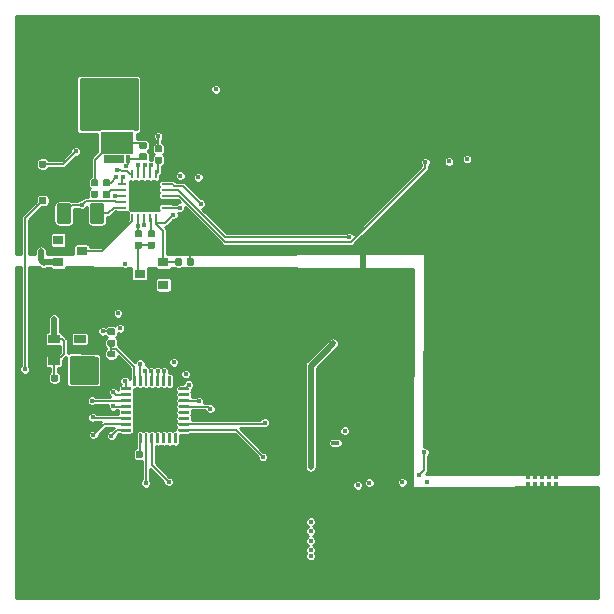
<source format=gbr>
G04 #@! TF.GenerationSoftware,KiCad,Pcbnew,5.0.1-33cea8e~68~ubuntu16.04.1*
G04 #@! TF.CreationDate,2018-12-19T12:21:55-05:00*
G04 #@! TF.ProjectId,SmallKat Battery Charger,536D616C6C4B61742042617474657279,rev?*
G04 #@! TF.SameCoordinates,Original*
G04 #@! TF.FileFunction,Copper,L4,Bot,Signal*
G04 #@! TF.FilePolarity,Positive*
%FSLAX46Y46*%
G04 Gerber Fmt 4.6, Leading zero omitted, Abs format (unit mm)*
G04 Created by KiCad (PCBNEW 5.0.1-33cea8e~68~ubuntu16.04.1) date Wed 19 Dec 2018 12:21:55 PM EST*
%MOMM*%
%LPD*%
G01*
G04 APERTURE LIST*
G04 #@! TA.AperFunction,SMDPad,CuDef*
%ADD10R,2.800000X1.900000*%
G04 #@! TD*
G04 #@! TA.AperFunction,SMDPad,CuDef*
%ADD11R,2.390000X0.650000*%
G04 #@! TD*
G04 #@! TA.AperFunction,SMDPad,CuDef*
%ADD12R,0.440000X0.650000*%
G04 #@! TD*
G04 #@! TA.AperFunction,SMDPad,CuDef*
%ADD13R,1.740000X0.650000*%
G04 #@! TD*
G04 #@! TA.AperFunction,Conductor*
%ADD14C,0.100000*%
G04 #@! TD*
G04 #@! TA.AperFunction,SMDPad,CuDef*
%ADD15C,0.590000*%
G04 #@! TD*
G04 #@! TA.AperFunction,SMDPad,CuDef*
%ADD16R,0.900000X0.800000*%
G04 #@! TD*
G04 #@! TA.AperFunction,SMDPad,CuDef*
%ADD17C,3.450000*%
G04 #@! TD*
G04 #@! TA.AperFunction,SMDPad,CuDef*
%ADD18C,0.250000*%
G04 #@! TD*
G04 #@! TA.AperFunction,SMDPad,CuDef*
%ADD19R,2.050000X2.050000*%
G04 #@! TD*
G04 #@! TA.AperFunction,SMDPad,CuDef*
%ADD20R,0.800000X0.230000*%
G04 #@! TD*
G04 #@! TA.AperFunction,SMDPad,CuDef*
%ADD21R,0.230000X0.800000*%
G04 #@! TD*
G04 #@! TA.AperFunction,SMDPad,CuDef*
%ADD22R,1.060000X0.650000*%
G04 #@! TD*
G04 #@! TA.AperFunction,SMDPad,CuDef*
%ADD23C,1.250000*%
G04 #@! TD*
G04 #@! TA.AperFunction,ViaPad*
%ADD24C,0.400000*%
G04 #@! TD*
G04 #@! TA.AperFunction,Conductor*
%ADD25C,0.127000*%
G04 #@! TD*
G04 #@! TA.AperFunction,Conductor*
%ADD26C,0.150000*%
G04 #@! TD*
G04 #@! TA.AperFunction,Conductor*
%ADD27C,0.500000*%
G04 #@! TD*
G04 #@! TA.AperFunction,Conductor*
%ADD28C,0.254000*%
G04 #@! TD*
G04 APERTURE END LIST*
D10*
G04 #@! TO.P,U1,9*
G04 #@! TO.N,Net-(C1-Pad2)*
X8900000Y-11100000D03*
D11*
G04 #@! TO.P,U1,1*
G04 #@! TO.N,ADAPTER*
X8900000Y-9725000D03*
D12*
G04 #@! TO.P,U1,5*
G04 #@! TO.N,Net-(C1-Pad1)*
X9840000Y-12475000D03*
D13*
G04 #@! TO.P,U1,8*
G04 #@! TO.N,Net-(R7-Pad2)*
X8600000Y-12475000D03*
G04 #@! TD*
D14*
G04 #@! TO.N,Net-(C1-Pad2)*
G04 #@! TO.C,C1*
G36*
X11286958Y-11035710D02*
X11301276Y-11037834D01*
X11315317Y-11041351D01*
X11328946Y-11046228D01*
X11342031Y-11052417D01*
X11354447Y-11059858D01*
X11366073Y-11068481D01*
X11376798Y-11078202D01*
X11386519Y-11088927D01*
X11395142Y-11100553D01*
X11402583Y-11112969D01*
X11408772Y-11126054D01*
X11413649Y-11139683D01*
X11417166Y-11153724D01*
X11419290Y-11168042D01*
X11420000Y-11182500D01*
X11420000Y-11477500D01*
X11419290Y-11491958D01*
X11417166Y-11506276D01*
X11413649Y-11520317D01*
X11408772Y-11533946D01*
X11402583Y-11547031D01*
X11395142Y-11559447D01*
X11386519Y-11571073D01*
X11376798Y-11581798D01*
X11366073Y-11591519D01*
X11354447Y-11600142D01*
X11342031Y-11607583D01*
X11328946Y-11613772D01*
X11315317Y-11618649D01*
X11301276Y-11622166D01*
X11286958Y-11624290D01*
X11272500Y-11625000D01*
X10927500Y-11625000D01*
X10913042Y-11624290D01*
X10898724Y-11622166D01*
X10884683Y-11618649D01*
X10871054Y-11613772D01*
X10857969Y-11607583D01*
X10845553Y-11600142D01*
X10833927Y-11591519D01*
X10823202Y-11581798D01*
X10813481Y-11571073D01*
X10804858Y-11559447D01*
X10797417Y-11547031D01*
X10791228Y-11533946D01*
X10786351Y-11520317D01*
X10782834Y-11506276D01*
X10780710Y-11491958D01*
X10780000Y-11477500D01*
X10780000Y-11182500D01*
X10780710Y-11168042D01*
X10782834Y-11153724D01*
X10786351Y-11139683D01*
X10791228Y-11126054D01*
X10797417Y-11112969D01*
X10804858Y-11100553D01*
X10813481Y-11088927D01*
X10823202Y-11078202D01*
X10833927Y-11068481D01*
X10845553Y-11059858D01*
X10857969Y-11052417D01*
X10871054Y-11046228D01*
X10884683Y-11041351D01*
X10898724Y-11037834D01*
X10913042Y-11035710D01*
X10927500Y-11035000D01*
X11272500Y-11035000D01*
X11286958Y-11035710D01*
X11286958Y-11035710D01*
G37*
D15*
G04 #@! TD*
G04 #@! TO.P,C1,2*
G04 #@! TO.N,Net-(C1-Pad2)*
X11100000Y-11330000D03*
D14*
G04 #@! TO.N,Net-(C1-Pad1)*
G04 #@! TO.C,C1*
G36*
X11286958Y-12005710D02*
X11301276Y-12007834D01*
X11315317Y-12011351D01*
X11328946Y-12016228D01*
X11342031Y-12022417D01*
X11354447Y-12029858D01*
X11366073Y-12038481D01*
X11376798Y-12048202D01*
X11386519Y-12058927D01*
X11395142Y-12070553D01*
X11402583Y-12082969D01*
X11408772Y-12096054D01*
X11413649Y-12109683D01*
X11417166Y-12123724D01*
X11419290Y-12138042D01*
X11420000Y-12152500D01*
X11420000Y-12447500D01*
X11419290Y-12461958D01*
X11417166Y-12476276D01*
X11413649Y-12490317D01*
X11408772Y-12503946D01*
X11402583Y-12517031D01*
X11395142Y-12529447D01*
X11386519Y-12541073D01*
X11376798Y-12551798D01*
X11366073Y-12561519D01*
X11354447Y-12570142D01*
X11342031Y-12577583D01*
X11328946Y-12583772D01*
X11315317Y-12588649D01*
X11301276Y-12592166D01*
X11286958Y-12594290D01*
X11272500Y-12595000D01*
X10927500Y-12595000D01*
X10913042Y-12594290D01*
X10898724Y-12592166D01*
X10884683Y-12588649D01*
X10871054Y-12583772D01*
X10857969Y-12577583D01*
X10845553Y-12570142D01*
X10833927Y-12561519D01*
X10823202Y-12551798D01*
X10813481Y-12541073D01*
X10804858Y-12529447D01*
X10797417Y-12517031D01*
X10791228Y-12503946D01*
X10786351Y-12490317D01*
X10782834Y-12476276D01*
X10780710Y-12461958D01*
X10780000Y-12447500D01*
X10780000Y-12152500D01*
X10780710Y-12138042D01*
X10782834Y-12123724D01*
X10786351Y-12109683D01*
X10791228Y-12096054D01*
X10797417Y-12082969D01*
X10804858Y-12070553D01*
X10813481Y-12058927D01*
X10823202Y-12048202D01*
X10833927Y-12038481D01*
X10845553Y-12029858D01*
X10857969Y-12022417D01*
X10871054Y-12016228D01*
X10884683Y-12011351D01*
X10898724Y-12007834D01*
X10913042Y-12005710D01*
X10927500Y-12005000D01*
X11272500Y-12005000D01*
X11286958Y-12005710D01*
X11286958Y-12005710D01*
G37*
D15*
G04 #@! TD*
G04 #@! TO.P,C1,1*
G04 #@! TO.N,Net-(C1-Pad1)*
X11100000Y-12300000D03*
D14*
G04 #@! TO.N,PHASE*
G04 #@! TO.C,C2*
G36*
X10886958Y-18535710D02*
X10901276Y-18537834D01*
X10915317Y-18541351D01*
X10928946Y-18546228D01*
X10942031Y-18552417D01*
X10954447Y-18559858D01*
X10966073Y-18568481D01*
X10976798Y-18578202D01*
X10986519Y-18588927D01*
X10995142Y-18600553D01*
X11002583Y-18612969D01*
X11008772Y-18626054D01*
X11013649Y-18639683D01*
X11017166Y-18653724D01*
X11019290Y-18668042D01*
X11020000Y-18682500D01*
X11020000Y-18977500D01*
X11019290Y-18991958D01*
X11017166Y-19006276D01*
X11013649Y-19020317D01*
X11008772Y-19033946D01*
X11002583Y-19047031D01*
X10995142Y-19059447D01*
X10986519Y-19071073D01*
X10976798Y-19081798D01*
X10966073Y-19091519D01*
X10954447Y-19100142D01*
X10942031Y-19107583D01*
X10928946Y-19113772D01*
X10915317Y-19118649D01*
X10901276Y-19122166D01*
X10886958Y-19124290D01*
X10872500Y-19125000D01*
X10527500Y-19125000D01*
X10513042Y-19124290D01*
X10498724Y-19122166D01*
X10484683Y-19118649D01*
X10471054Y-19113772D01*
X10457969Y-19107583D01*
X10445553Y-19100142D01*
X10433927Y-19091519D01*
X10423202Y-19081798D01*
X10413481Y-19071073D01*
X10404858Y-19059447D01*
X10397417Y-19047031D01*
X10391228Y-19033946D01*
X10386351Y-19020317D01*
X10382834Y-19006276D01*
X10380710Y-18991958D01*
X10380000Y-18977500D01*
X10380000Y-18682500D01*
X10380710Y-18668042D01*
X10382834Y-18653724D01*
X10386351Y-18639683D01*
X10391228Y-18626054D01*
X10397417Y-18612969D01*
X10404858Y-18600553D01*
X10413481Y-18588927D01*
X10423202Y-18578202D01*
X10433927Y-18568481D01*
X10445553Y-18559858D01*
X10457969Y-18552417D01*
X10471054Y-18546228D01*
X10484683Y-18541351D01*
X10498724Y-18537834D01*
X10513042Y-18535710D01*
X10527500Y-18535000D01*
X10872500Y-18535000D01*
X10886958Y-18535710D01*
X10886958Y-18535710D01*
G37*
D15*
G04 #@! TD*
G04 #@! TO.P,C2,2*
G04 #@! TO.N,PHASE*
X10700000Y-18830000D03*
D14*
G04 #@! TO.N,Net-(C2-Pad1)*
G04 #@! TO.C,C2*
G36*
X10886958Y-19505710D02*
X10901276Y-19507834D01*
X10915317Y-19511351D01*
X10928946Y-19516228D01*
X10942031Y-19522417D01*
X10954447Y-19529858D01*
X10966073Y-19538481D01*
X10976798Y-19548202D01*
X10986519Y-19558927D01*
X10995142Y-19570553D01*
X11002583Y-19582969D01*
X11008772Y-19596054D01*
X11013649Y-19609683D01*
X11017166Y-19623724D01*
X11019290Y-19638042D01*
X11020000Y-19652500D01*
X11020000Y-19947500D01*
X11019290Y-19961958D01*
X11017166Y-19976276D01*
X11013649Y-19990317D01*
X11008772Y-20003946D01*
X11002583Y-20017031D01*
X10995142Y-20029447D01*
X10986519Y-20041073D01*
X10976798Y-20051798D01*
X10966073Y-20061519D01*
X10954447Y-20070142D01*
X10942031Y-20077583D01*
X10928946Y-20083772D01*
X10915317Y-20088649D01*
X10901276Y-20092166D01*
X10886958Y-20094290D01*
X10872500Y-20095000D01*
X10527500Y-20095000D01*
X10513042Y-20094290D01*
X10498724Y-20092166D01*
X10484683Y-20088649D01*
X10471054Y-20083772D01*
X10457969Y-20077583D01*
X10445553Y-20070142D01*
X10433927Y-20061519D01*
X10423202Y-20051798D01*
X10413481Y-20041073D01*
X10404858Y-20029447D01*
X10397417Y-20017031D01*
X10391228Y-20003946D01*
X10386351Y-19990317D01*
X10382834Y-19976276D01*
X10380710Y-19961958D01*
X10380000Y-19947500D01*
X10380000Y-19652500D01*
X10380710Y-19638042D01*
X10382834Y-19623724D01*
X10386351Y-19609683D01*
X10391228Y-19596054D01*
X10397417Y-19582969D01*
X10404858Y-19570553D01*
X10413481Y-19558927D01*
X10423202Y-19548202D01*
X10433927Y-19538481D01*
X10445553Y-19529858D01*
X10457969Y-19522417D01*
X10471054Y-19516228D01*
X10484683Y-19511351D01*
X10498724Y-19507834D01*
X10513042Y-19505710D01*
X10527500Y-19505000D01*
X10872500Y-19505000D01*
X10886958Y-19505710D01*
X10886958Y-19505710D01*
G37*
D15*
G04 #@! TD*
G04 #@! TO.P,C2,1*
G04 #@! TO.N,Net-(C2-Pad1)*
X10700000Y-19800000D03*
D14*
G04 #@! TO.N,GND*
G04 #@! TO.C,C3*
G36*
X15246958Y-20880710D02*
X15261276Y-20882834D01*
X15275317Y-20886351D01*
X15288946Y-20891228D01*
X15302031Y-20897417D01*
X15314447Y-20904858D01*
X15326073Y-20913481D01*
X15336798Y-20923202D01*
X15346519Y-20933927D01*
X15355142Y-20945553D01*
X15362583Y-20957969D01*
X15368772Y-20971054D01*
X15373649Y-20984683D01*
X15377166Y-20998724D01*
X15379290Y-21013042D01*
X15380000Y-21027500D01*
X15380000Y-21372500D01*
X15379290Y-21386958D01*
X15377166Y-21401276D01*
X15373649Y-21415317D01*
X15368772Y-21428946D01*
X15362583Y-21442031D01*
X15355142Y-21454447D01*
X15346519Y-21466073D01*
X15336798Y-21476798D01*
X15326073Y-21486519D01*
X15314447Y-21495142D01*
X15302031Y-21502583D01*
X15288946Y-21508772D01*
X15275317Y-21513649D01*
X15261276Y-21517166D01*
X15246958Y-21519290D01*
X15232500Y-21520000D01*
X14937500Y-21520000D01*
X14923042Y-21519290D01*
X14908724Y-21517166D01*
X14894683Y-21513649D01*
X14881054Y-21508772D01*
X14867969Y-21502583D01*
X14855553Y-21495142D01*
X14843927Y-21486519D01*
X14833202Y-21476798D01*
X14823481Y-21466073D01*
X14814858Y-21454447D01*
X14807417Y-21442031D01*
X14801228Y-21428946D01*
X14796351Y-21415317D01*
X14792834Y-21401276D01*
X14790710Y-21386958D01*
X14790000Y-21372500D01*
X14790000Y-21027500D01*
X14790710Y-21013042D01*
X14792834Y-20998724D01*
X14796351Y-20984683D01*
X14801228Y-20971054D01*
X14807417Y-20957969D01*
X14814858Y-20945553D01*
X14823481Y-20933927D01*
X14833202Y-20923202D01*
X14843927Y-20913481D01*
X14855553Y-20904858D01*
X14867969Y-20897417D01*
X14881054Y-20891228D01*
X14894683Y-20886351D01*
X14908724Y-20882834D01*
X14923042Y-20880710D01*
X14937500Y-20880000D01*
X15232500Y-20880000D01*
X15246958Y-20880710D01*
X15246958Y-20880710D01*
G37*
D15*
G04 #@! TD*
G04 #@! TO.P,C3,1*
G04 #@! TO.N,GND*
X15085000Y-21200000D03*
D14*
G04 #@! TO.N,REGN*
G04 #@! TO.C,C3*
G36*
X14276958Y-20880710D02*
X14291276Y-20882834D01*
X14305317Y-20886351D01*
X14318946Y-20891228D01*
X14332031Y-20897417D01*
X14344447Y-20904858D01*
X14356073Y-20913481D01*
X14366798Y-20923202D01*
X14376519Y-20933927D01*
X14385142Y-20945553D01*
X14392583Y-20957969D01*
X14398772Y-20971054D01*
X14403649Y-20984683D01*
X14407166Y-20998724D01*
X14409290Y-21013042D01*
X14410000Y-21027500D01*
X14410000Y-21372500D01*
X14409290Y-21386958D01*
X14407166Y-21401276D01*
X14403649Y-21415317D01*
X14398772Y-21428946D01*
X14392583Y-21442031D01*
X14385142Y-21454447D01*
X14376519Y-21466073D01*
X14366798Y-21476798D01*
X14356073Y-21486519D01*
X14344447Y-21495142D01*
X14332031Y-21502583D01*
X14318946Y-21508772D01*
X14305317Y-21513649D01*
X14291276Y-21517166D01*
X14276958Y-21519290D01*
X14262500Y-21520000D01*
X13967500Y-21520000D01*
X13953042Y-21519290D01*
X13938724Y-21517166D01*
X13924683Y-21513649D01*
X13911054Y-21508772D01*
X13897969Y-21502583D01*
X13885553Y-21495142D01*
X13873927Y-21486519D01*
X13863202Y-21476798D01*
X13853481Y-21466073D01*
X13844858Y-21454447D01*
X13837417Y-21442031D01*
X13831228Y-21428946D01*
X13826351Y-21415317D01*
X13822834Y-21401276D01*
X13820710Y-21386958D01*
X13820000Y-21372500D01*
X13820000Y-21027500D01*
X13820710Y-21013042D01*
X13822834Y-20998724D01*
X13826351Y-20984683D01*
X13831228Y-20971054D01*
X13837417Y-20957969D01*
X13844858Y-20945553D01*
X13853481Y-20933927D01*
X13863202Y-20923202D01*
X13873927Y-20913481D01*
X13885553Y-20904858D01*
X13897969Y-20897417D01*
X13911054Y-20891228D01*
X13924683Y-20886351D01*
X13938724Y-20882834D01*
X13953042Y-20880710D01*
X13967500Y-20880000D01*
X14262500Y-20880000D01*
X14276958Y-20880710D01*
X14276958Y-20880710D01*
G37*
D15*
G04 #@! TD*
G04 #@! TO.P,C3,2*
G04 #@! TO.N,REGN*
X14115000Y-21200000D03*
D16*
G04 #@! TO.P,D1,1*
G04 #@! TO.N,Net-(D1-Pad1)*
X5900000Y-20300000D03*
G04 #@! TO.P,D1,*
G04 #@! TO.N,*
X3900000Y-19350000D03*
G04 #@! TO.P,D1,2*
G04 #@! TO.N,Net-(D1-Pad2)*
X3900000Y-21250000D03*
G04 #@! TD*
G04 #@! TO.P,D2,2*
G04 #@! TO.N,REGN*
X12800000Y-21250000D03*
G04 #@! TO.P,D2,*
G04 #@! TO.N,*
X12800000Y-23150000D03*
G04 #@! TO.P,D2,1*
G04 #@! TO.N,Net-(C2-Pad1)*
X10800000Y-22200000D03*
G04 #@! TD*
D14*
G04 #@! TO.N,GND*
G04 #@! TO.C,R1*
G36*
X9961958Y-37180710D02*
X9976276Y-37182834D01*
X9990317Y-37186351D01*
X10003946Y-37191228D01*
X10017031Y-37197417D01*
X10029447Y-37204858D01*
X10041073Y-37213481D01*
X10051798Y-37223202D01*
X10061519Y-37233927D01*
X10070142Y-37245553D01*
X10077583Y-37257969D01*
X10083772Y-37271054D01*
X10088649Y-37284683D01*
X10092166Y-37298724D01*
X10094290Y-37313042D01*
X10095000Y-37327500D01*
X10095000Y-37672500D01*
X10094290Y-37686958D01*
X10092166Y-37701276D01*
X10088649Y-37715317D01*
X10083772Y-37728946D01*
X10077583Y-37742031D01*
X10070142Y-37754447D01*
X10061519Y-37766073D01*
X10051798Y-37776798D01*
X10041073Y-37786519D01*
X10029447Y-37795142D01*
X10017031Y-37802583D01*
X10003946Y-37808772D01*
X9990317Y-37813649D01*
X9976276Y-37817166D01*
X9961958Y-37819290D01*
X9947500Y-37820000D01*
X9652500Y-37820000D01*
X9638042Y-37819290D01*
X9623724Y-37817166D01*
X9609683Y-37813649D01*
X9596054Y-37808772D01*
X9582969Y-37802583D01*
X9570553Y-37795142D01*
X9558927Y-37786519D01*
X9548202Y-37776798D01*
X9538481Y-37766073D01*
X9529858Y-37754447D01*
X9522417Y-37742031D01*
X9516228Y-37728946D01*
X9511351Y-37715317D01*
X9507834Y-37701276D01*
X9505710Y-37686958D01*
X9505000Y-37672500D01*
X9505000Y-37327500D01*
X9505710Y-37313042D01*
X9507834Y-37298724D01*
X9511351Y-37284683D01*
X9516228Y-37271054D01*
X9522417Y-37257969D01*
X9529858Y-37245553D01*
X9538481Y-37233927D01*
X9548202Y-37223202D01*
X9558927Y-37213481D01*
X9570553Y-37204858D01*
X9582969Y-37197417D01*
X9596054Y-37191228D01*
X9609683Y-37186351D01*
X9623724Y-37182834D01*
X9638042Y-37180710D01*
X9652500Y-37180000D01*
X9947500Y-37180000D01*
X9961958Y-37180710D01*
X9961958Y-37180710D01*
G37*
D15*
G04 #@! TD*
G04 #@! TO.P,R1,2*
G04 #@! TO.N,GND*
X9800000Y-37500000D03*
D14*
G04 #@! TO.N,Net-(R1-Pad1)*
G04 #@! TO.C,R1*
G36*
X10931958Y-37180710D02*
X10946276Y-37182834D01*
X10960317Y-37186351D01*
X10973946Y-37191228D01*
X10987031Y-37197417D01*
X10999447Y-37204858D01*
X11011073Y-37213481D01*
X11021798Y-37223202D01*
X11031519Y-37233927D01*
X11040142Y-37245553D01*
X11047583Y-37257969D01*
X11053772Y-37271054D01*
X11058649Y-37284683D01*
X11062166Y-37298724D01*
X11064290Y-37313042D01*
X11065000Y-37327500D01*
X11065000Y-37672500D01*
X11064290Y-37686958D01*
X11062166Y-37701276D01*
X11058649Y-37715317D01*
X11053772Y-37728946D01*
X11047583Y-37742031D01*
X11040142Y-37754447D01*
X11031519Y-37766073D01*
X11021798Y-37776798D01*
X11011073Y-37786519D01*
X10999447Y-37795142D01*
X10987031Y-37802583D01*
X10973946Y-37808772D01*
X10960317Y-37813649D01*
X10946276Y-37817166D01*
X10931958Y-37819290D01*
X10917500Y-37820000D01*
X10622500Y-37820000D01*
X10608042Y-37819290D01*
X10593724Y-37817166D01*
X10579683Y-37813649D01*
X10566054Y-37808772D01*
X10552969Y-37802583D01*
X10540553Y-37795142D01*
X10528927Y-37786519D01*
X10518202Y-37776798D01*
X10508481Y-37766073D01*
X10499858Y-37754447D01*
X10492417Y-37742031D01*
X10486228Y-37728946D01*
X10481351Y-37715317D01*
X10477834Y-37701276D01*
X10475710Y-37686958D01*
X10475000Y-37672500D01*
X10475000Y-37327500D01*
X10475710Y-37313042D01*
X10477834Y-37298724D01*
X10481351Y-37284683D01*
X10486228Y-37271054D01*
X10492417Y-37257969D01*
X10499858Y-37245553D01*
X10508481Y-37233927D01*
X10518202Y-37223202D01*
X10528927Y-37213481D01*
X10540553Y-37204858D01*
X10552969Y-37197417D01*
X10566054Y-37191228D01*
X10579683Y-37186351D01*
X10593724Y-37182834D01*
X10608042Y-37180710D01*
X10622500Y-37180000D01*
X10917500Y-37180000D01*
X10931958Y-37180710D01*
X10931958Y-37180710D01*
G37*
D15*
G04 #@! TD*
G04 #@! TO.P,R1,1*
G04 #@! TO.N,Net-(R1-Pad1)*
X10770000Y-37500000D03*
D14*
G04 #@! TO.N,Net-(R4-Pad1)*
G04 #@! TO.C,R4*
G36*
X8186958Y-15190710D02*
X8201276Y-15192834D01*
X8215317Y-15196351D01*
X8228946Y-15201228D01*
X8242031Y-15207417D01*
X8254447Y-15214858D01*
X8266073Y-15223481D01*
X8276798Y-15233202D01*
X8286519Y-15243927D01*
X8295142Y-15255553D01*
X8302583Y-15267969D01*
X8308772Y-15281054D01*
X8313649Y-15294683D01*
X8317166Y-15308724D01*
X8319290Y-15323042D01*
X8320000Y-15337500D01*
X8320000Y-15632500D01*
X8319290Y-15646958D01*
X8317166Y-15661276D01*
X8313649Y-15675317D01*
X8308772Y-15688946D01*
X8302583Y-15702031D01*
X8295142Y-15714447D01*
X8286519Y-15726073D01*
X8276798Y-15736798D01*
X8266073Y-15746519D01*
X8254447Y-15755142D01*
X8242031Y-15762583D01*
X8228946Y-15768772D01*
X8215317Y-15773649D01*
X8201276Y-15777166D01*
X8186958Y-15779290D01*
X8172500Y-15780000D01*
X7827500Y-15780000D01*
X7813042Y-15779290D01*
X7798724Y-15777166D01*
X7784683Y-15773649D01*
X7771054Y-15768772D01*
X7757969Y-15762583D01*
X7745553Y-15755142D01*
X7733927Y-15746519D01*
X7723202Y-15736798D01*
X7713481Y-15726073D01*
X7704858Y-15714447D01*
X7697417Y-15702031D01*
X7691228Y-15688946D01*
X7686351Y-15675317D01*
X7682834Y-15661276D01*
X7680710Y-15646958D01*
X7680000Y-15632500D01*
X7680000Y-15337500D01*
X7680710Y-15323042D01*
X7682834Y-15308724D01*
X7686351Y-15294683D01*
X7691228Y-15281054D01*
X7697417Y-15267969D01*
X7704858Y-15255553D01*
X7713481Y-15243927D01*
X7723202Y-15233202D01*
X7733927Y-15223481D01*
X7745553Y-15214858D01*
X7757969Y-15207417D01*
X7771054Y-15201228D01*
X7784683Y-15196351D01*
X7798724Y-15192834D01*
X7813042Y-15190710D01*
X7827500Y-15190000D01*
X8172500Y-15190000D01*
X8186958Y-15190710D01*
X8186958Y-15190710D01*
G37*
D15*
G04 #@! TD*
G04 #@! TO.P,R4,1*
G04 #@! TO.N,Net-(R4-Pad1)*
X8000000Y-15485000D03*
D14*
G04 #@! TO.N,Net-(C1-Pad1)*
G04 #@! TO.C,R4*
G36*
X8186958Y-14220710D02*
X8201276Y-14222834D01*
X8215317Y-14226351D01*
X8228946Y-14231228D01*
X8242031Y-14237417D01*
X8254447Y-14244858D01*
X8266073Y-14253481D01*
X8276798Y-14263202D01*
X8286519Y-14273927D01*
X8295142Y-14285553D01*
X8302583Y-14297969D01*
X8308772Y-14311054D01*
X8313649Y-14324683D01*
X8317166Y-14338724D01*
X8319290Y-14353042D01*
X8320000Y-14367500D01*
X8320000Y-14662500D01*
X8319290Y-14676958D01*
X8317166Y-14691276D01*
X8313649Y-14705317D01*
X8308772Y-14718946D01*
X8302583Y-14732031D01*
X8295142Y-14744447D01*
X8286519Y-14756073D01*
X8276798Y-14766798D01*
X8266073Y-14776519D01*
X8254447Y-14785142D01*
X8242031Y-14792583D01*
X8228946Y-14798772D01*
X8215317Y-14803649D01*
X8201276Y-14807166D01*
X8186958Y-14809290D01*
X8172500Y-14810000D01*
X7827500Y-14810000D01*
X7813042Y-14809290D01*
X7798724Y-14807166D01*
X7784683Y-14803649D01*
X7771054Y-14798772D01*
X7757969Y-14792583D01*
X7745553Y-14785142D01*
X7733927Y-14776519D01*
X7723202Y-14766798D01*
X7713481Y-14756073D01*
X7704858Y-14744447D01*
X7697417Y-14732031D01*
X7691228Y-14718946D01*
X7686351Y-14705317D01*
X7682834Y-14691276D01*
X7680710Y-14676958D01*
X7680000Y-14662500D01*
X7680000Y-14367500D01*
X7680710Y-14353042D01*
X7682834Y-14338724D01*
X7686351Y-14324683D01*
X7691228Y-14311054D01*
X7697417Y-14297969D01*
X7704858Y-14285553D01*
X7713481Y-14273927D01*
X7723202Y-14263202D01*
X7733927Y-14253481D01*
X7745553Y-14244858D01*
X7757969Y-14237417D01*
X7771054Y-14231228D01*
X7784683Y-14226351D01*
X7798724Y-14222834D01*
X7813042Y-14220710D01*
X7827500Y-14220000D01*
X8172500Y-14220000D01*
X8186958Y-14220710D01*
X8186958Y-14220710D01*
G37*
D15*
G04 #@! TD*
G04 #@! TO.P,R4,2*
G04 #@! TO.N,Net-(C1-Pad1)*
X8000000Y-14515000D03*
D14*
G04 #@! TO.N,Net-(C1-Pad2)*
G04 #@! TO.C,R6*
G36*
X7186958Y-14205710D02*
X7201276Y-14207834D01*
X7215317Y-14211351D01*
X7228946Y-14216228D01*
X7242031Y-14222417D01*
X7254447Y-14229858D01*
X7266073Y-14238481D01*
X7276798Y-14248202D01*
X7286519Y-14258927D01*
X7295142Y-14270553D01*
X7302583Y-14282969D01*
X7308772Y-14296054D01*
X7313649Y-14309683D01*
X7317166Y-14323724D01*
X7319290Y-14338042D01*
X7320000Y-14352500D01*
X7320000Y-14647500D01*
X7319290Y-14661958D01*
X7317166Y-14676276D01*
X7313649Y-14690317D01*
X7308772Y-14703946D01*
X7302583Y-14717031D01*
X7295142Y-14729447D01*
X7286519Y-14741073D01*
X7276798Y-14751798D01*
X7266073Y-14761519D01*
X7254447Y-14770142D01*
X7242031Y-14777583D01*
X7228946Y-14783772D01*
X7215317Y-14788649D01*
X7201276Y-14792166D01*
X7186958Y-14794290D01*
X7172500Y-14795000D01*
X6827500Y-14795000D01*
X6813042Y-14794290D01*
X6798724Y-14792166D01*
X6784683Y-14788649D01*
X6771054Y-14783772D01*
X6757969Y-14777583D01*
X6745553Y-14770142D01*
X6733927Y-14761519D01*
X6723202Y-14751798D01*
X6713481Y-14741073D01*
X6704858Y-14729447D01*
X6697417Y-14717031D01*
X6691228Y-14703946D01*
X6686351Y-14690317D01*
X6682834Y-14676276D01*
X6680710Y-14661958D01*
X6680000Y-14647500D01*
X6680000Y-14352500D01*
X6680710Y-14338042D01*
X6682834Y-14323724D01*
X6686351Y-14309683D01*
X6691228Y-14296054D01*
X6697417Y-14282969D01*
X6704858Y-14270553D01*
X6713481Y-14258927D01*
X6723202Y-14248202D01*
X6733927Y-14238481D01*
X6745553Y-14229858D01*
X6757969Y-14222417D01*
X6771054Y-14216228D01*
X6784683Y-14211351D01*
X6798724Y-14207834D01*
X6813042Y-14205710D01*
X6827500Y-14205000D01*
X7172500Y-14205000D01*
X7186958Y-14205710D01*
X7186958Y-14205710D01*
G37*
D15*
G04 #@! TD*
G04 #@! TO.P,R6,2*
G04 #@! TO.N,Net-(C1-Pad2)*
X7000000Y-14500000D03*
D14*
G04 #@! TO.N,Net-(R6-Pad1)*
G04 #@! TO.C,R6*
G36*
X7186958Y-15175710D02*
X7201276Y-15177834D01*
X7215317Y-15181351D01*
X7228946Y-15186228D01*
X7242031Y-15192417D01*
X7254447Y-15199858D01*
X7266073Y-15208481D01*
X7276798Y-15218202D01*
X7286519Y-15228927D01*
X7295142Y-15240553D01*
X7302583Y-15252969D01*
X7308772Y-15266054D01*
X7313649Y-15279683D01*
X7317166Y-15293724D01*
X7319290Y-15308042D01*
X7320000Y-15322500D01*
X7320000Y-15617500D01*
X7319290Y-15631958D01*
X7317166Y-15646276D01*
X7313649Y-15660317D01*
X7308772Y-15673946D01*
X7302583Y-15687031D01*
X7295142Y-15699447D01*
X7286519Y-15711073D01*
X7276798Y-15721798D01*
X7266073Y-15731519D01*
X7254447Y-15740142D01*
X7242031Y-15747583D01*
X7228946Y-15753772D01*
X7215317Y-15758649D01*
X7201276Y-15762166D01*
X7186958Y-15764290D01*
X7172500Y-15765000D01*
X6827500Y-15765000D01*
X6813042Y-15764290D01*
X6798724Y-15762166D01*
X6784683Y-15758649D01*
X6771054Y-15753772D01*
X6757969Y-15747583D01*
X6745553Y-15740142D01*
X6733927Y-15731519D01*
X6723202Y-15721798D01*
X6713481Y-15711073D01*
X6704858Y-15699447D01*
X6697417Y-15687031D01*
X6691228Y-15673946D01*
X6686351Y-15660317D01*
X6682834Y-15646276D01*
X6680710Y-15631958D01*
X6680000Y-15617500D01*
X6680000Y-15322500D01*
X6680710Y-15308042D01*
X6682834Y-15293724D01*
X6686351Y-15279683D01*
X6691228Y-15266054D01*
X6697417Y-15252969D01*
X6704858Y-15240553D01*
X6713481Y-15228927D01*
X6723202Y-15218202D01*
X6733927Y-15208481D01*
X6745553Y-15199858D01*
X6757969Y-15192417D01*
X6771054Y-15186228D01*
X6784683Y-15181351D01*
X6798724Y-15177834D01*
X6813042Y-15175710D01*
X6827500Y-15175000D01*
X7172500Y-15175000D01*
X7186958Y-15175710D01*
X7186958Y-15175710D01*
G37*
D15*
G04 #@! TD*
G04 #@! TO.P,R6,1*
G04 #@! TO.N,Net-(R6-Pad1)*
X7000000Y-15470000D03*
D14*
G04 #@! TO.N,Net-(C2-Pad1)*
G04 #@! TO.C,R9*
G36*
X11986958Y-19505710D02*
X12001276Y-19507834D01*
X12015317Y-19511351D01*
X12028946Y-19516228D01*
X12042031Y-19522417D01*
X12054447Y-19529858D01*
X12066073Y-19538481D01*
X12076798Y-19548202D01*
X12086519Y-19558927D01*
X12095142Y-19570553D01*
X12102583Y-19582969D01*
X12108772Y-19596054D01*
X12113649Y-19609683D01*
X12117166Y-19623724D01*
X12119290Y-19638042D01*
X12120000Y-19652500D01*
X12120000Y-19947500D01*
X12119290Y-19961958D01*
X12117166Y-19976276D01*
X12113649Y-19990317D01*
X12108772Y-20003946D01*
X12102583Y-20017031D01*
X12095142Y-20029447D01*
X12086519Y-20041073D01*
X12076798Y-20051798D01*
X12066073Y-20061519D01*
X12054447Y-20070142D01*
X12042031Y-20077583D01*
X12028946Y-20083772D01*
X12015317Y-20088649D01*
X12001276Y-20092166D01*
X11986958Y-20094290D01*
X11972500Y-20095000D01*
X11627500Y-20095000D01*
X11613042Y-20094290D01*
X11598724Y-20092166D01*
X11584683Y-20088649D01*
X11571054Y-20083772D01*
X11557969Y-20077583D01*
X11545553Y-20070142D01*
X11533927Y-20061519D01*
X11523202Y-20051798D01*
X11513481Y-20041073D01*
X11504858Y-20029447D01*
X11497417Y-20017031D01*
X11491228Y-20003946D01*
X11486351Y-19990317D01*
X11482834Y-19976276D01*
X11480710Y-19961958D01*
X11480000Y-19947500D01*
X11480000Y-19652500D01*
X11480710Y-19638042D01*
X11482834Y-19623724D01*
X11486351Y-19609683D01*
X11491228Y-19596054D01*
X11497417Y-19582969D01*
X11504858Y-19570553D01*
X11513481Y-19558927D01*
X11523202Y-19548202D01*
X11533927Y-19538481D01*
X11545553Y-19529858D01*
X11557969Y-19522417D01*
X11571054Y-19516228D01*
X11584683Y-19511351D01*
X11598724Y-19507834D01*
X11613042Y-19505710D01*
X11627500Y-19505000D01*
X11972500Y-19505000D01*
X11986958Y-19505710D01*
X11986958Y-19505710D01*
G37*
D15*
G04 #@! TD*
G04 #@! TO.P,R9,1*
G04 #@! TO.N,Net-(C2-Pad1)*
X11800000Y-19800000D03*
D14*
G04 #@! TO.N,Net-(R9-Pad2)*
G04 #@! TO.C,R9*
G36*
X11986958Y-18535710D02*
X12001276Y-18537834D01*
X12015317Y-18541351D01*
X12028946Y-18546228D01*
X12042031Y-18552417D01*
X12054447Y-18559858D01*
X12066073Y-18568481D01*
X12076798Y-18578202D01*
X12086519Y-18588927D01*
X12095142Y-18600553D01*
X12102583Y-18612969D01*
X12108772Y-18626054D01*
X12113649Y-18639683D01*
X12117166Y-18653724D01*
X12119290Y-18668042D01*
X12120000Y-18682500D01*
X12120000Y-18977500D01*
X12119290Y-18991958D01*
X12117166Y-19006276D01*
X12113649Y-19020317D01*
X12108772Y-19033946D01*
X12102583Y-19047031D01*
X12095142Y-19059447D01*
X12086519Y-19071073D01*
X12076798Y-19081798D01*
X12066073Y-19091519D01*
X12054447Y-19100142D01*
X12042031Y-19107583D01*
X12028946Y-19113772D01*
X12015317Y-19118649D01*
X12001276Y-19122166D01*
X11986958Y-19124290D01*
X11972500Y-19125000D01*
X11627500Y-19125000D01*
X11613042Y-19124290D01*
X11598724Y-19122166D01*
X11584683Y-19118649D01*
X11571054Y-19113772D01*
X11557969Y-19107583D01*
X11545553Y-19100142D01*
X11533927Y-19091519D01*
X11523202Y-19081798D01*
X11513481Y-19071073D01*
X11504858Y-19059447D01*
X11497417Y-19047031D01*
X11491228Y-19033946D01*
X11486351Y-19020317D01*
X11482834Y-19006276D01*
X11480710Y-18991958D01*
X11480000Y-18977500D01*
X11480000Y-18682500D01*
X11480710Y-18668042D01*
X11482834Y-18653724D01*
X11486351Y-18639683D01*
X11491228Y-18626054D01*
X11497417Y-18612969D01*
X11504858Y-18600553D01*
X11513481Y-18588927D01*
X11523202Y-18578202D01*
X11533927Y-18568481D01*
X11545553Y-18559858D01*
X11557969Y-18552417D01*
X11571054Y-18546228D01*
X11584683Y-18541351D01*
X11598724Y-18537834D01*
X11613042Y-18535710D01*
X11627500Y-18535000D01*
X11972500Y-18535000D01*
X11986958Y-18535710D01*
X11986958Y-18535710D01*
G37*
D15*
G04 #@! TD*
G04 #@! TO.P,R9,2*
G04 #@! TO.N,Net-(R9-Pad2)*
X11800000Y-18830000D03*
D14*
G04 #@! TO.N,REGN*
G04 #@! TO.C,R13*
G36*
X12586958Y-11320710D02*
X12601276Y-11322834D01*
X12615317Y-11326351D01*
X12628946Y-11331228D01*
X12642031Y-11337417D01*
X12654447Y-11344858D01*
X12666073Y-11353481D01*
X12676798Y-11363202D01*
X12686519Y-11373927D01*
X12695142Y-11385553D01*
X12702583Y-11397969D01*
X12708772Y-11411054D01*
X12713649Y-11424683D01*
X12717166Y-11438724D01*
X12719290Y-11453042D01*
X12720000Y-11467500D01*
X12720000Y-11762500D01*
X12719290Y-11776958D01*
X12717166Y-11791276D01*
X12713649Y-11805317D01*
X12708772Y-11818946D01*
X12702583Y-11832031D01*
X12695142Y-11844447D01*
X12686519Y-11856073D01*
X12676798Y-11866798D01*
X12666073Y-11876519D01*
X12654447Y-11885142D01*
X12642031Y-11892583D01*
X12628946Y-11898772D01*
X12615317Y-11903649D01*
X12601276Y-11907166D01*
X12586958Y-11909290D01*
X12572500Y-11910000D01*
X12227500Y-11910000D01*
X12213042Y-11909290D01*
X12198724Y-11907166D01*
X12184683Y-11903649D01*
X12171054Y-11898772D01*
X12157969Y-11892583D01*
X12145553Y-11885142D01*
X12133927Y-11876519D01*
X12123202Y-11866798D01*
X12113481Y-11856073D01*
X12104858Y-11844447D01*
X12097417Y-11832031D01*
X12091228Y-11818946D01*
X12086351Y-11805317D01*
X12082834Y-11791276D01*
X12080710Y-11776958D01*
X12080000Y-11762500D01*
X12080000Y-11467500D01*
X12080710Y-11453042D01*
X12082834Y-11438724D01*
X12086351Y-11424683D01*
X12091228Y-11411054D01*
X12097417Y-11397969D01*
X12104858Y-11385553D01*
X12113481Y-11373927D01*
X12123202Y-11363202D01*
X12133927Y-11353481D01*
X12145553Y-11344858D01*
X12157969Y-11337417D01*
X12171054Y-11331228D01*
X12184683Y-11326351D01*
X12198724Y-11322834D01*
X12213042Y-11320710D01*
X12227500Y-11320000D01*
X12572500Y-11320000D01*
X12586958Y-11320710D01*
X12586958Y-11320710D01*
G37*
D15*
G04 #@! TD*
G04 #@! TO.P,R13,1*
G04 #@! TO.N,REGN*
X12400000Y-11615000D03*
D14*
G04 #@! TO.N,Net-(R13-Pad2)*
G04 #@! TO.C,R13*
G36*
X12586958Y-12290710D02*
X12601276Y-12292834D01*
X12615317Y-12296351D01*
X12628946Y-12301228D01*
X12642031Y-12307417D01*
X12654447Y-12314858D01*
X12666073Y-12323481D01*
X12676798Y-12333202D01*
X12686519Y-12343927D01*
X12695142Y-12355553D01*
X12702583Y-12367969D01*
X12708772Y-12381054D01*
X12713649Y-12394683D01*
X12717166Y-12408724D01*
X12719290Y-12423042D01*
X12720000Y-12437500D01*
X12720000Y-12732500D01*
X12719290Y-12746958D01*
X12717166Y-12761276D01*
X12713649Y-12775317D01*
X12708772Y-12788946D01*
X12702583Y-12802031D01*
X12695142Y-12814447D01*
X12686519Y-12826073D01*
X12676798Y-12836798D01*
X12666073Y-12846519D01*
X12654447Y-12855142D01*
X12642031Y-12862583D01*
X12628946Y-12868772D01*
X12615317Y-12873649D01*
X12601276Y-12877166D01*
X12586958Y-12879290D01*
X12572500Y-12880000D01*
X12227500Y-12880000D01*
X12213042Y-12879290D01*
X12198724Y-12877166D01*
X12184683Y-12873649D01*
X12171054Y-12868772D01*
X12157969Y-12862583D01*
X12145553Y-12855142D01*
X12133927Y-12846519D01*
X12123202Y-12836798D01*
X12113481Y-12826073D01*
X12104858Y-12814447D01*
X12097417Y-12802031D01*
X12091228Y-12788946D01*
X12086351Y-12775317D01*
X12082834Y-12761276D01*
X12080710Y-12746958D01*
X12080000Y-12732500D01*
X12080000Y-12437500D01*
X12080710Y-12423042D01*
X12082834Y-12408724D01*
X12086351Y-12394683D01*
X12091228Y-12381054D01*
X12097417Y-12367969D01*
X12104858Y-12355553D01*
X12113481Y-12343927D01*
X12123202Y-12333202D01*
X12133927Y-12323481D01*
X12145553Y-12314858D01*
X12157969Y-12307417D01*
X12171054Y-12301228D01*
X12184683Y-12296351D01*
X12198724Y-12292834D01*
X12213042Y-12290710D01*
X12227500Y-12290000D01*
X12572500Y-12290000D01*
X12586958Y-12290710D01*
X12586958Y-12290710D01*
G37*
D15*
G04 #@! TD*
G04 #@! TO.P,R13,2*
G04 #@! TO.N,Net-(R13-Pad2)*
X12400000Y-12585000D03*
D14*
G04 #@! TO.N,BATTVOLTAGE*
G04 #@! TO.C,R14*
G36*
X8586958Y-27775710D02*
X8601276Y-27777834D01*
X8615317Y-27781351D01*
X8628946Y-27786228D01*
X8642031Y-27792417D01*
X8654447Y-27799858D01*
X8666073Y-27808481D01*
X8676798Y-27818202D01*
X8686519Y-27828927D01*
X8695142Y-27840553D01*
X8702583Y-27852969D01*
X8708772Y-27866054D01*
X8713649Y-27879683D01*
X8717166Y-27893724D01*
X8719290Y-27908042D01*
X8720000Y-27922500D01*
X8720000Y-28217500D01*
X8719290Y-28231958D01*
X8717166Y-28246276D01*
X8713649Y-28260317D01*
X8708772Y-28273946D01*
X8702583Y-28287031D01*
X8695142Y-28299447D01*
X8686519Y-28311073D01*
X8676798Y-28321798D01*
X8666073Y-28331519D01*
X8654447Y-28340142D01*
X8642031Y-28347583D01*
X8628946Y-28353772D01*
X8615317Y-28358649D01*
X8601276Y-28362166D01*
X8586958Y-28364290D01*
X8572500Y-28365000D01*
X8227500Y-28365000D01*
X8213042Y-28364290D01*
X8198724Y-28362166D01*
X8184683Y-28358649D01*
X8171054Y-28353772D01*
X8157969Y-28347583D01*
X8145553Y-28340142D01*
X8133927Y-28331519D01*
X8123202Y-28321798D01*
X8113481Y-28311073D01*
X8104858Y-28299447D01*
X8097417Y-28287031D01*
X8091228Y-28273946D01*
X8086351Y-28260317D01*
X8082834Y-28246276D01*
X8080710Y-28231958D01*
X8080000Y-28217500D01*
X8080000Y-27922500D01*
X8080710Y-27908042D01*
X8082834Y-27893724D01*
X8086351Y-27879683D01*
X8091228Y-27866054D01*
X8097417Y-27852969D01*
X8104858Y-27840553D01*
X8113481Y-27828927D01*
X8123202Y-27818202D01*
X8133927Y-27808481D01*
X8145553Y-27799858D01*
X8157969Y-27792417D01*
X8171054Y-27786228D01*
X8184683Y-27781351D01*
X8198724Y-27777834D01*
X8213042Y-27775710D01*
X8227500Y-27775000D01*
X8572500Y-27775000D01*
X8586958Y-27775710D01*
X8586958Y-27775710D01*
G37*
D15*
G04 #@! TD*
G04 #@! TO.P,R14,2*
G04 #@! TO.N,BATTVOLTAGE*
X8400000Y-28070000D03*
D14*
G04 #@! TO.N,+BATT*
G04 #@! TO.C,R14*
G36*
X8586958Y-26805710D02*
X8601276Y-26807834D01*
X8615317Y-26811351D01*
X8628946Y-26816228D01*
X8642031Y-26822417D01*
X8654447Y-26829858D01*
X8666073Y-26838481D01*
X8676798Y-26848202D01*
X8686519Y-26858927D01*
X8695142Y-26870553D01*
X8702583Y-26882969D01*
X8708772Y-26896054D01*
X8713649Y-26909683D01*
X8717166Y-26923724D01*
X8719290Y-26938042D01*
X8720000Y-26952500D01*
X8720000Y-27247500D01*
X8719290Y-27261958D01*
X8717166Y-27276276D01*
X8713649Y-27290317D01*
X8708772Y-27303946D01*
X8702583Y-27317031D01*
X8695142Y-27329447D01*
X8686519Y-27341073D01*
X8676798Y-27351798D01*
X8666073Y-27361519D01*
X8654447Y-27370142D01*
X8642031Y-27377583D01*
X8628946Y-27383772D01*
X8615317Y-27388649D01*
X8601276Y-27392166D01*
X8586958Y-27394290D01*
X8572500Y-27395000D01*
X8227500Y-27395000D01*
X8213042Y-27394290D01*
X8198724Y-27392166D01*
X8184683Y-27388649D01*
X8171054Y-27383772D01*
X8157969Y-27377583D01*
X8145553Y-27370142D01*
X8133927Y-27361519D01*
X8123202Y-27351798D01*
X8113481Y-27341073D01*
X8104858Y-27329447D01*
X8097417Y-27317031D01*
X8091228Y-27303946D01*
X8086351Y-27290317D01*
X8082834Y-27276276D01*
X8080710Y-27261958D01*
X8080000Y-27247500D01*
X8080000Y-26952500D01*
X8080710Y-26938042D01*
X8082834Y-26923724D01*
X8086351Y-26909683D01*
X8091228Y-26896054D01*
X8097417Y-26882969D01*
X8104858Y-26870553D01*
X8113481Y-26858927D01*
X8123202Y-26848202D01*
X8133927Y-26838481D01*
X8145553Y-26829858D01*
X8157969Y-26822417D01*
X8171054Y-26816228D01*
X8184683Y-26811351D01*
X8198724Y-26807834D01*
X8213042Y-26805710D01*
X8227500Y-26805000D01*
X8572500Y-26805000D01*
X8586958Y-26805710D01*
X8586958Y-26805710D01*
G37*
D15*
G04 #@! TD*
G04 #@! TO.P,R14,1*
G04 #@! TO.N,+BATT*
X8400000Y-27100000D03*
D14*
G04 #@! TO.N,BATTVOLTAGE*
G04 #@! TO.C,R15*
G36*
X8586958Y-28705710D02*
X8601276Y-28707834D01*
X8615317Y-28711351D01*
X8628946Y-28716228D01*
X8642031Y-28722417D01*
X8654447Y-28729858D01*
X8666073Y-28738481D01*
X8676798Y-28748202D01*
X8686519Y-28758927D01*
X8695142Y-28770553D01*
X8702583Y-28782969D01*
X8708772Y-28796054D01*
X8713649Y-28809683D01*
X8717166Y-28823724D01*
X8719290Y-28838042D01*
X8720000Y-28852500D01*
X8720000Y-29147500D01*
X8719290Y-29161958D01*
X8717166Y-29176276D01*
X8713649Y-29190317D01*
X8708772Y-29203946D01*
X8702583Y-29217031D01*
X8695142Y-29229447D01*
X8686519Y-29241073D01*
X8676798Y-29251798D01*
X8666073Y-29261519D01*
X8654447Y-29270142D01*
X8642031Y-29277583D01*
X8628946Y-29283772D01*
X8615317Y-29288649D01*
X8601276Y-29292166D01*
X8586958Y-29294290D01*
X8572500Y-29295000D01*
X8227500Y-29295000D01*
X8213042Y-29294290D01*
X8198724Y-29292166D01*
X8184683Y-29288649D01*
X8171054Y-29283772D01*
X8157969Y-29277583D01*
X8145553Y-29270142D01*
X8133927Y-29261519D01*
X8123202Y-29251798D01*
X8113481Y-29241073D01*
X8104858Y-29229447D01*
X8097417Y-29217031D01*
X8091228Y-29203946D01*
X8086351Y-29190317D01*
X8082834Y-29176276D01*
X8080710Y-29161958D01*
X8080000Y-29147500D01*
X8080000Y-28852500D01*
X8080710Y-28838042D01*
X8082834Y-28823724D01*
X8086351Y-28809683D01*
X8091228Y-28796054D01*
X8097417Y-28782969D01*
X8104858Y-28770553D01*
X8113481Y-28758927D01*
X8123202Y-28748202D01*
X8133927Y-28738481D01*
X8145553Y-28729858D01*
X8157969Y-28722417D01*
X8171054Y-28716228D01*
X8184683Y-28711351D01*
X8198724Y-28707834D01*
X8213042Y-28705710D01*
X8227500Y-28705000D01*
X8572500Y-28705000D01*
X8586958Y-28705710D01*
X8586958Y-28705710D01*
G37*
D15*
G04 #@! TD*
G04 #@! TO.P,R15,1*
G04 #@! TO.N,BATTVOLTAGE*
X8400000Y-29000000D03*
D14*
G04 #@! TO.N,GND*
G04 #@! TO.C,R15*
G36*
X8586958Y-29675710D02*
X8601276Y-29677834D01*
X8615317Y-29681351D01*
X8628946Y-29686228D01*
X8642031Y-29692417D01*
X8654447Y-29699858D01*
X8666073Y-29708481D01*
X8676798Y-29718202D01*
X8686519Y-29728927D01*
X8695142Y-29740553D01*
X8702583Y-29752969D01*
X8708772Y-29766054D01*
X8713649Y-29779683D01*
X8717166Y-29793724D01*
X8719290Y-29808042D01*
X8720000Y-29822500D01*
X8720000Y-30117500D01*
X8719290Y-30131958D01*
X8717166Y-30146276D01*
X8713649Y-30160317D01*
X8708772Y-30173946D01*
X8702583Y-30187031D01*
X8695142Y-30199447D01*
X8686519Y-30211073D01*
X8676798Y-30221798D01*
X8666073Y-30231519D01*
X8654447Y-30240142D01*
X8642031Y-30247583D01*
X8628946Y-30253772D01*
X8615317Y-30258649D01*
X8601276Y-30262166D01*
X8586958Y-30264290D01*
X8572500Y-30265000D01*
X8227500Y-30265000D01*
X8213042Y-30264290D01*
X8198724Y-30262166D01*
X8184683Y-30258649D01*
X8171054Y-30253772D01*
X8157969Y-30247583D01*
X8145553Y-30240142D01*
X8133927Y-30231519D01*
X8123202Y-30221798D01*
X8113481Y-30211073D01*
X8104858Y-30199447D01*
X8097417Y-30187031D01*
X8091228Y-30173946D01*
X8086351Y-30160317D01*
X8082834Y-30146276D01*
X8080710Y-30131958D01*
X8080000Y-30117500D01*
X8080000Y-29822500D01*
X8080710Y-29808042D01*
X8082834Y-29793724D01*
X8086351Y-29779683D01*
X8091228Y-29766054D01*
X8097417Y-29752969D01*
X8104858Y-29740553D01*
X8113481Y-29728927D01*
X8123202Y-29718202D01*
X8133927Y-29708481D01*
X8145553Y-29699858D01*
X8157969Y-29692417D01*
X8171054Y-29686228D01*
X8184683Y-29681351D01*
X8198724Y-29677834D01*
X8213042Y-29675710D01*
X8227500Y-29675000D01*
X8572500Y-29675000D01*
X8586958Y-29675710D01*
X8586958Y-29675710D01*
G37*
D15*
G04 #@! TD*
G04 #@! TO.P,R15,2*
G04 #@! TO.N,GND*
X8400000Y-29970000D03*
D14*
G04 #@! TO.N,GND*
G04 #@! TO.C,U2*
G36*
X13599504Y-31976204D02*
X13623773Y-31979804D01*
X13647571Y-31985765D01*
X13670671Y-31994030D01*
X13692849Y-32004520D01*
X13713893Y-32017133D01*
X13733598Y-32031747D01*
X13751777Y-32048223D01*
X13768253Y-32066402D01*
X13782867Y-32086107D01*
X13795480Y-32107151D01*
X13805970Y-32129329D01*
X13814235Y-32152429D01*
X13820196Y-32176227D01*
X13823796Y-32200496D01*
X13825000Y-32225000D01*
X13825000Y-35175000D01*
X13823796Y-35199504D01*
X13820196Y-35223773D01*
X13814235Y-35247571D01*
X13805970Y-35270671D01*
X13795480Y-35292849D01*
X13782867Y-35313893D01*
X13768253Y-35333598D01*
X13751777Y-35351777D01*
X13733598Y-35368253D01*
X13713893Y-35382867D01*
X13692849Y-35395480D01*
X13670671Y-35405970D01*
X13647571Y-35414235D01*
X13623773Y-35420196D01*
X13599504Y-35423796D01*
X13575000Y-35425000D01*
X10625000Y-35425000D01*
X10600496Y-35423796D01*
X10576227Y-35420196D01*
X10552429Y-35414235D01*
X10529329Y-35405970D01*
X10507151Y-35395480D01*
X10486107Y-35382867D01*
X10466402Y-35368253D01*
X10448223Y-35351777D01*
X10431747Y-35333598D01*
X10417133Y-35313893D01*
X10404520Y-35292849D01*
X10394030Y-35270671D01*
X10385765Y-35247571D01*
X10379804Y-35223773D01*
X10376204Y-35199504D01*
X10375000Y-35175000D01*
X10375000Y-32225000D01*
X10376204Y-32200496D01*
X10379804Y-32176227D01*
X10385765Y-32152429D01*
X10394030Y-32129329D01*
X10404520Y-32107151D01*
X10417133Y-32086107D01*
X10431747Y-32066402D01*
X10448223Y-32048223D01*
X10466402Y-32031747D01*
X10486107Y-32017133D01*
X10507151Y-32004520D01*
X10529329Y-31994030D01*
X10552429Y-31985765D01*
X10576227Y-31979804D01*
X10600496Y-31976204D01*
X10625000Y-31975000D01*
X13575000Y-31975000D01*
X13599504Y-31976204D01*
X13599504Y-31976204D01*
G37*
D17*
G04 #@! TD*
G04 #@! TO.P,U2,33*
G04 #@! TO.N,GND*
X12100000Y-33700000D03*
D14*
G04 #@! TO.N,+3V3*
G04 #@! TO.C,U2*
G36*
X10043626Y-35325301D02*
X10049693Y-35326201D01*
X10055643Y-35327691D01*
X10061418Y-35329758D01*
X10066962Y-35332380D01*
X10072223Y-35335533D01*
X10077150Y-35339187D01*
X10081694Y-35343306D01*
X10085813Y-35347850D01*
X10089467Y-35352777D01*
X10092620Y-35358038D01*
X10095242Y-35363582D01*
X10097309Y-35369357D01*
X10098799Y-35375307D01*
X10099699Y-35381374D01*
X10100000Y-35387500D01*
X10100000Y-35512500D01*
X10099699Y-35518626D01*
X10098799Y-35524693D01*
X10097309Y-35530643D01*
X10095242Y-35536418D01*
X10092620Y-35541962D01*
X10089467Y-35547223D01*
X10085813Y-35552150D01*
X10081694Y-35556694D01*
X10077150Y-35560813D01*
X10072223Y-35564467D01*
X10066962Y-35567620D01*
X10061418Y-35570242D01*
X10055643Y-35572309D01*
X10049693Y-35573799D01*
X10043626Y-35574699D01*
X10037500Y-35575000D01*
X9287500Y-35575000D01*
X9281374Y-35574699D01*
X9275307Y-35573799D01*
X9269357Y-35572309D01*
X9263582Y-35570242D01*
X9258038Y-35567620D01*
X9252777Y-35564467D01*
X9247850Y-35560813D01*
X9243306Y-35556694D01*
X9239187Y-35552150D01*
X9235533Y-35547223D01*
X9232380Y-35541962D01*
X9229758Y-35536418D01*
X9227691Y-35530643D01*
X9226201Y-35524693D01*
X9225301Y-35518626D01*
X9225000Y-35512500D01*
X9225000Y-35387500D01*
X9225301Y-35381374D01*
X9226201Y-35375307D01*
X9227691Y-35369357D01*
X9229758Y-35363582D01*
X9232380Y-35358038D01*
X9235533Y-35352777D01*
X9239187Y-35347850D01*
X9243306Y-35343306D01*
X9247850Y-35339187D01*
X9252777Y-35335533D01*
X9258038Y-35332380D01*
X9263582Y-35329758D01*
X9269357Y-35327691D01*
X9275307Y-35326201D01*
X9281374Y-35325301D01*
X9287500Y-35325000D01*
X10037500Y-35325000D01*
X10043626Y-35325301D01*
X10043626Y-35325301D01*
G37*
D18*
G04 #@! TD*
G04 #@! TO.P,U2,1*
G04 #@! TO.N,+3V3*
X9662500Y-35450000D03*
D14*
G04 #@! TO.N,LED3*
G04 #@! TO.C,U2*
G36*
X10043626Y-34825301D02*
X10049693Y-34826201D01*
X10055643Y-34827691D01*
X10061418Y-34829758D01*
X10066962Y-34832380D01*
X10072223Y-34835533D01*
X10077150Y-34839187D01*
X10081694Y-34843306D01*
X10085813Y-34847850D01*
X10089467Y-34852777D01*
X10092620Y-34858038D01*
X10095242Y-34863582D01*
X10097309Y-34869357D01*
X10098799Y-34875307D01*
X10099699Y-34881374D01*
X10100000Y-34887500D01*
X10100000Y-35012500D01*
X10099699Y-35018626D01*
X10098799Y-35024693D01*
X10097309Y-35030643D01*
X10095242Y-35036418D01*
X10092620Y-35041962D01*
X10089467Y-35047223D01*
X10085813Y-35052150D01*
X10081694Y-35056694D01*
X10077150Y-35060813D01*
X10072223Y-35064467D01*
X10066962Y-35067620D01*
X10061418Y-35070242D01*
X10055643Y-35072309D01*
X10049693Y-35073799D01*
X10043626Y-35074699D01*
X10037500Y-35075000D01*
X9287500Y-35075000D01*
X9281374Y-35074699D01*
X9275307Y-35073799D01*
X9269357Y-35072309D01*
X9263582Y-35070242D01*
X9258038Y-35067620D01*
X9252777Y-35064467D01*
X9247850Y-35060813D01*
X9243306Y-35056694D01*
X9239187Y-35052150D01*
X9235533Y-35047223D01*
X9232380Y-35041962D01*
X9229758Y-35036418D01*
X9227691Y-35030643D01*
X9226201Y-35024693D01*
X9225301Y-35018626D01*
X9225000Y-35012500D01*
X9225000Y-34887500D01*
X9225301Y-34881374D01*
X9226201Y-34875307D01*
X9227691Y-34869357D01*
X9229758Y-34863582D01*
X9232380Y-34858038D01*
X9235533Y-34852777D01*
X9239187Y-34847850D01*
X9243306Y-34843306D01*
X9247850Y-34839187D01*
X9252777Y-34835533D01*
X9258038Y-34832380D01*
X9263582Y-34829758D01*
X9269357Y-34827691D01*
X9275307Y-34826201D01*
X9281374Y-34825301D01*
X9287500Y-34825000D01*
X10037500Y-34825000D01*
X10043626Y-34825301D01*
X10043626Y-34825301D01*
G37*
D18*
G04 #@! TD*
G04 #@! TO.P,U2,2*
G04 #@! TO.N,LED3*
X9662500Y-34950000D03*
D14*
G04 #@! TO.N,LED1*
G04 #@! TO.C,U2*
G36*
X10043626Y-34325301D02*
X10049693Y-34326201D01*
X10055643Y-34327691D01*
X10061418Y-34329758D01*
X10066962Y-34332380D01*
X10072223Y-34335533D01*
X10077150Y-34339187D01*
X10081694Y-34343306D01*
X10085813Y-34347850D01*
X10089467Y-34352777D01*
X10092620Y-34358038D01*
X10095242Y-34363582D01*
X10097309Y-34369357D01*
X10098799Y-34375307D01*
X10099699Y-34381374D01*
X10100000Y-34387500D01*
X10100000Y-34512500D01*
X10099699Y-34518626D01*
X10098799Y-34524693D01*
X10097309Y-34530643D01*
X10095242Y-34536418D01*
X10092620Y-34541962D01*
X10089467Y-34547223D01*
X10085813Y-34552150D01*
X10081694Y-34556694D01*
X10077150Y-34560813D01*
X10072223Y-34564467D01*
X10066962Y-34567620D01*
X10061418Y-34570242D01*
X10055643Y-34572309D01*
X10049693Y-34573799D01*
X10043626Y-34574699D01*
X10037500Y-34575000D01*
X9287500Y-34575000D01*
X9281374Y-34574699D01*
X9275307Y-34573799D01*
X9269357Y-34572309D01*
X9263582Y-34570242D01*
X9258038Y-34567620D01*
X9252777Y-34564467D01*
X9247850Y-34560813D01*
X9243306Y-34556694D01*
X9239187Y-34552150D01*
X9235533Y-34547223D01*
X9232380Y-34541962D01*
X9229758Y-34536418D01*
X9227691Y-34530643D01*
X9226201Y-34524693D01*
X9225301Y-34518626D01*
X9225000Y-34512500D01*
X9225000Y-34387500D01*
X9225301Y-34381374D01*
X9226201Y-34375307D01*
X9227691Y-34369357D01*
X9229758Y-34363582D01*
X9232380Y-34358038D01*
X9235533Y-34352777D01*
X9239187Y-34347850D01*
X9243306Y-34343306D01*
X9247850Y-34339187D01*
X9252777Y-34335533D01*
X9258038Y-34332380D01*
X9263582Y-34329758D01*
X9269357Y-34327691D01*
X9275307Y-34326201D01*
X9281374Y-34325301D01*
X9287500Y-34325000D01*
X10037500Y-34325000D01*
X10043626Y-34325301D01*
X10043626Y-34325301D01*
G37*
D18*
G04 #@! TD*
G04 #@! TO.P,U2,3*
G04 #@! TO.N,LED1*
X9662500Y-34450000D03*
D14*
G04 #@! TO.N,N/C*
G04 #@! TO.C,U2*
G36*
X10043626Y-33825301D02*
X10049693Y-33826201D01*
X10055643Y-33827691D01*
X10061418Y-33829758D01*
X10066962Y-33832380D01*
X10072223Y-33835533D01*
X10077150Y-33839187D01*
X10081694Y-33843306D01*
X10085813Y-33847850D01*
X10089467Y-33852777D01*
X10092620Y-33858038D01*
X10095242Y-33863582D01*
X10097309Y-33869357D01*
X10098799Y-33875307D01*
X10099699Y-33881374D01*
X10100000Y-33887500D01*
X10100000Y-34012500D01*
X10099699Y-34018626D01*
X10098799Y-34024693D01*
X10097309Y-34030643D01*
X10095242Y-34036418D01*
X10092620Y-34041962D01*
X10089467Y-34047223D01*
X10085813Y-34052150D01*
X10081694Y-34056694D01*
X10077150Y-34060813D01*
X10072223Y-34064467D01*
X10066962Y-34067620D01*
X10061418Y-34070242D01*
X10055643Y-34072309D01*
X10049693Y-34073799D01*
X10043626Y-34074699D01*
X10037500Y-34075000D01*
X9287500Y-34075000D01*
X9281374Y-34074699D01*
X9275307Y-34073799D01*
X9269357Y-34072309D01*
X9263582Y-34070242D01*
X9258038Y-34067620D01*
X9252777Y-34064467D01*
X9247850Y-34060813D01*
X9243306Y-34056694D01*
X9239187Y-34052150D01*
X9235533Y-34047223D01*
X9232380Y-34041962D01*
X9229758Y-34036418D01*
X9227691Y-34030643D01*
X9226201Y-34024693D01*
X9225301Y-34018626D01*
X9225000Y-34012500D01*
X9225000Y-33887500D01*
X9225301Y-33881374D01*
X9226201Y-33875307D01*
X9227691Y-33869357D01*
X9229758Y-33863582D01*
X9232380Y-33858038D01*
X9235533Y-33852777D01*
X9239187Y-33847850D01*
X9243306Y-33843306D01*
X9247850Y-33839187D01*
X9252777Y-33835533D01*
X9258038Y-33832380D01*
X9263582Y-33829758D01*
X9269357Y-33827691D01*
X9275307Y-33826201D01*
X9281374Y-33825301D01*
X9287500Y-33825000D01*
X10037500Y-33825000D01*
X10043626Y-33825301D01*
X10043626Y-33825301D01*
G37*
D18*
G04 #@! TD*
G04 #@! TO.P,U2,4*
G04 #@! TO.N,N/C*
X9662500Y-33950000D03*
D14*
G04 #@! TO.N,+3V3*
G04 #@! TO.C,U2*
G36*
X10043626Y-33325301D02*
X10049693Y-33326201D01*
X10055643Y-33327691D01*
X10061418Y-33329758D01*
X10066962Y-33332380D01*
X10072223Y-33335533D01*
X10077150Y-33339187D01*
X10081694Y-33343306D01*
X10085813Y-33347850D01*
X10089467Y-33352777D01*
X10092620Y-33358038D01*
X10095242Y-33363582D01*
X10097309Y-33369357D01*
X10098799Y-33375307D01*
X10099699Y-33381374D01*
X10100000Y-33387500D01*
X10100000Y-33512500D01*
X10099699Y-33518626D01*
X10098799Y-33524693D01*
X10097309Y-33530643D01*
X10095242Y-33536418D01*
X10092620Y-33541962D01*
X10089467Y-33547223D01*
X10085813Y-33552150D01*
X10081694Y-33556694D01*
X10077150Y-33560813D01*
X10072223Y-33564467D01*
X10066962Y-33567620D01*
X10061418Y-33570242D01*
X10055643Y-33572309D01*
X10049693Y-33573799D01*
X10043626Y-33574699D01*
X10037500Y-33575000D01*
X9287500Y-33575000D01*
X9281374Y-33574699D01*
X9275307Y-33573799D01*
X9269357Y-33572309D01*
X9263582Y-33570242D01*
X9258038Y-33567620D01*
X9252777Y-33564467D01*
X9247850Y-33560813D01*
X9243306Y-33556694D01*
X9239187Y-33552150D01*
X9235533Y-33547223D01*
X9232380Y-33541962D01*
X9229758Y-33536418D01*
X9227691Y-33530643D01*
X9226201Y-33524693D01*
X9225301Y-33518626D01*
X9225000Y-33512500D01*
X9225000Y-33387500D01*
X9225301Y-33381374D01*
X9226201Y-33375307D01*
X9227691Y-33369357D01*
X9229758Y-33363582D01*
X9232380Y-33358038D01*
X9235533Y-33352777D01*
X9239187Y-33347850D01*
X9243306Y-33343306D01*
X9247850Y-33339187D01*
X9252777Y-33335533D01*
X9258038Y-33332380D01*
X9263582Y-33329758D01*
X9269357Y-33327691D01*
X9275307Y-33326201D01*
X9281374Y-33325301D01*
X9287500Y-33325000D01*
X10037500Y-33325000D01*
X10043626Y-33325301D01*
X10043626Y-33325301D01*
G37*
D18*
G04 #@! TD*
G04 #@! TO.P,U2,5*
G04 #@! TO.N,+3V3*
X9662500Y-33450000D03*
D14*
G04 #@! TO.N,LED2*
G04 #@! TO.C,U2*
G36*
X10043626Y-32825301D02*
X10049693Y-32826201D01*
X10055643Y-32827691D01*
X10061418Y-32829758D01*
X10066962Y-32832380D01*
X10072223Y-32835533D01*
X10077150Y-32839187D01*
X10081694Y-32843306D01*
X10085813Y-32847850D01*
X10089467Y-32852777D01*
X10092620Y-32858038D01*
X10095242Y-32863582D01*
X10097309Y-32869357D01*
X10098799Y-32875307D01*
X10099699Y-32881374D01*
X10100000Y-32887500D01*
X10100000Y-33012500D01*
X10099699Y-33018626D01*
X10098799Y-33024693D01*
X10097309Y-33030643D01*
X10095242Y-33036418D01*
X10092620Y-33041962D01*
X10089467Y-33047223D01*
X10085813Y-33052150D01*
X10081694Y-33056694D01*
X10077150Y-33060813D01*
X10072223Y-33064467D01*
X10066962Y-33067620D01*
X10061418Y-33070242D01*
X10055643Y-33072309D01*
X10049693Y-33073799D01*
X10043626Y-33074699D01*
X10037500Y-33075000D01*
X9287500Y-33075000D01*
X9281374Y-33074699D01*
X9275307Y-33073799D01*
X9269357Y-33072309D01*
X9263582Y-33070242D01*
X9258038Y-33067620D01*
X9252777Y-33064467D01*
X9247850Y-33060813D01*
X9243306Y-33056694D01*
X9239187Y-33052150D01*
X9235533Y-33047223D01*
X9232380Y-33041962D01*
X9229758Y-33036418D01*
X9227691Y-33030643D01*
X9226201Y-33024693D01*
X9225301Y-33018626D01*
X9225000Y-33012500D01*
X9225000Y-32887500D01*
X9225301Y-32881374D01*
X9226201Y-32875307D01*
X9227691Y-32869357D01*
X9229758Y-32863582D01*
X9232380Y-32858038D01*
X9235533Y-32852777D01*
X9239187Y-32847850D01*
X9243306Y-32843306D01*
X9247850Y-32839187D01*
X9252777Y-32835533D01*
X9258038Y-32832380D01*
X9263582Y-32829758D01*
X9269357Y-32827691D01*
X9275307Y-32826201D01*
X9281374Y-32825301D01*
X9287500Y-32825000D01*
X10037500Y-32825000D01*
X10043626Y-32825301D01*
X10043626Y-32825301D01*
G37*
D18*
G04 #@! TD*
G04 #@! TO.P,U2,6*
G04 #@! TO.N,LED2*
X9662500Y-32950000D03*
D14*
G04 #@! TO.N,IOUT*
G04 #@! TO.C,U2*
G36*
X10043626Y-32325301D02*
X10049693Y-32326201D01*
X10055643Y-32327691D01*
X10061418Y-32329758D01*
X10066962Y-32332380D01*
X10072223Y-32335533D01*
X10077150Y-32339187D01*
X10081694Y-32343306D01*
X10085813Y-32347850D01*
X10089467Y-32352777D01*
X10092620Y-32358038D01*
X10095242Y-32363582D01*
X10097309Y-32369357D01*
X10098799Y-32375307D01*
X10099699Y-32381374D01*
X10100000Y-32387500D01*
X10100000Y-32512500D01*
X10099699Y-32518626D01*
X10098799Y-32524693D01*
X10097309Y-32530643D01*
X10095242Y-32536418D01*
X10092620Y-32541962D01*
X10089467Y-32547223D01*
X10085813Y-32552150D01*
X10081694Y-32556694D01*
X10077150Y-32560813D01*
X10072223Y-32564467D01*
X10066962Y-32567620D01*
X10061418Y-32570242D01*
X10055643Y-32572309D01*
X10049693Y-32573799D01*
X10043626Y-32574699D01*
X10037500Y-32575000D01*
X9287500Y-32575000D01*
X9281374Y-32574699D01*
X9275307Y-32573799D01*
X9269357Y-32572309D01*
X9263582Y-32570242D01*
X9258038Y-32567620D01*
X9252777Y-32564467D01*
X9247850Y-32560813D01*
X9243306Y-32556694D01*
X9239187Y-32552150D01*
X9235533Y-32547223D01*
X9232380Y-32541962D01*
X9229758Y-32536418D01*
X9227691Y-32530643D01*
X9226201Y-32524693D01*
X9225301Y-32518626D01*
X9225000Y-32512500D01*
X9225000Y-32387500D01*
X9225301Y-32381374D01*
X9226201Y-32375307D01*
X9227691Y-32369357D01*
X9229758Y-32363582D01*
X9232380Y-32358038D01*
X9235533Y-32352777D01*
X9239187Y-32347850D01*
X9243306Y-32343306D01*
X9247850Y-32339187D01*
X9252777Y-32335533D01*
X9258038Y-32332380D01*
X9263582Y-32329758D01*
X9269357Y-32327691D01*
X9275307Y-32326201D01*
X9281374Y-32325301D01*
X9287500Y-32325000D01*
X10037500Y-32325000D01*
X10043626Y-32325301D01*
X10043626Y-32325301D01*
G37*
D18*
G04 #@! TD*
G04 #@! TO.P,U2,7*
G04 #@! TO.N,IOUT*
X9662500Y-32450000D03*
D14*
G04 #@! TO.N,ALERT*
G04 #@! TO.C,U2*
G36*
X10043626Y-31825301D02*
X10049693Y-31826201D01*
X10055643Y-31827691D01*
X10061418Y-31829758D01*
X10066962Y-31832380D01*
X10072223Y-31835533D01*
X10077150Y-31839187D01*
X10081694Y-31843306D01*
X10085813Y-31847850D01*
X10089467Y-31852777D01*
X10092620Y-31858038D01*
X10095242Y-31863582D01*
X10097309Y-31869357D01*
X10098799Y-31875307D01*
X10099699Y-31881374D01*
X10100000Y-31887500D01*
X10100000Y-32012500D01*
X10099699Y-32018626D01*
X10098799Y-32024693D01*
X10097309Y-32030643D01*
X10095242Y-32036418D01*
X10092620Y-32041962D01*
X10089467Y-32047223D01*
X10085813Y-32052150D01*
X10081694Y-32056694D01*
X10077150Y-32060813D01*
X10072223Y-32064467D01*
X10066962Y-32067620D01*
X10061418Y-32070242D01*
X10055643Y-32072309D01*
X10049693Y-32073799D01*
X10043626Y-32074699D01*
X10037500Y-32075000D01*
X9287500Y-32075000D01*
X9281374Y-32074699D01*
X9275307Y-32073799D01*
X9269357Y-32072309D01*
X9263582Y-32070242D01*
X9258038Y-32067620D01*
X9252777Y-32064467D01*
X9247850Y-32060813D01*
X9243306Y-32056694D01*
X9239187Y-32052150D01*
X9235533Y-32047223D01*
X9232380Y-32041962D01*
X9229758Y-32036418D01*
X9227691Y-32030643D01*
X9226201Y-32024693D01*
X9225301Y-32018626D01*
X9225000Y-32012500D01*
X9225000Y-31887500D01*
X9225301Y-31881374D01*
X9226201Y-31875307D01*
X9227691Y-31869357D01*
X9229758Y-31863582D01*
X9232380Y-31858038D01*
X9235533Y-31852777D01*
X9239187Y-31847850D01*
X9243306Y-31843306D01*
X9247850Y-31839187D01*
X9252777Y-31835533D01*
X9258038Y-31832380D01*
X9263582Y-31829758D01*
X9269357Y-31827691D01*
X9275307Y-31826201D01*
X9281374Y-31825301D01*
X9287500Y-31825000D01*
X10037500Y-31825000D01*
X10043626Y-31825301D01*
X10043626Y-31825301D01*
G37*
D18*
G04 #@! TD*
G04 #@! TO.P,U2,8*
G04 #@! TO.N,ALERT*
X9662500Y-31950000D03*
D14*
G04 #@! TO.N,BATTVOLTAGE*
G04 #@! TO.C,U2*
G36*
X10418626Y-30825301D02*
X10424693Y-30826201D01*
X10430643Y-30827691D01*
X10436418Y-30829758D01*
X10441962Y-30832380D01*
X10447223Y-30835533D01*
X10452150Y-30839187D01*
X10456694Y-30843306D01*
X10460813Y-30847850D01*
X10464467Y-30852777D01*
X10467620Y-30858038D01*
X10470242Y-30863582D01*
X10472309Y-30869357D01*
X10473799Y-30875307D01*
X10474699Y-30881374D01*
X10475000Y-30887500D01*
X10475000Y-31637500D01*
X10474699Y-31643626D01*
X10473799Y-31649693D01*
X10472309Y-31655643D01*
X10470242Y-31661418D01*
X10467620Y-31666962D01*
X10464467Y-31672223D01*
X10460813Y-31677150D01*
X10456694Y-31681694D01*
X10452150Y-31685813D01*
X10447223Y-31689467D01*
X10441962Y-31692620D01*
X10436418Y-31695242D01*
X10430643Y-31697309D01*
X10424693Y-31698799D01*
X10418626Y-31699699D01*
X10412500Y-31700000D01*
X10287500Y-31700000D01*
X10281374Y-31699699D01*
X10275307Y-31698799D01*
X10269357Y-31697309D01*
X10263582Y-31695242D01*
X10258038Y-31692620D01*
X10252777Y-31689467D01*
X10247850Y-31685813D01*
X10243306Y-31681694D01*
X10239187Y-31677150D01*
X10235533Y-31672223D01*
X10232380Y-31666962D01*
X10229758Y-31661418D01*
X10227691Y-31655643D01*
X10226201Y-31649693D01*
X10225301Y-31643626D01*
X10225000Y-31637500D01*
X10225000Y-30887500D01*
X10225301Y-30881374D01*
X10226201Y-30875307D01*
X10227691Y-30869357D01*
X10229758Y-30863582D01*
X10232380Y-30858038D01*
X10235533Y-30852777D01*
X10239187Y-30847850D01*
X10243306Y-30843306D01*
X10247850Y-30839187D01*
X10252777Y-30835533D01*
X10258038Y-30832380D01*
X10263582Y-30829758D01*
X10269357Y-30827691D01*
X10275307Y-30826201D01*
X10281374Y-30825301D01*
X10287500Y-30825000D01*
X10412500Y-30825000D01*
X10418626Y-30825301D01*
X10418626Y-30825301D01*
G37*
D18*
G04 #@! TD*
G04 #@! TO.P,U2,9*
G04 #@! TO.N,BATTVOLTAGE*
X10350000Y-31262500D03*
D14*
G04 #@! TO.N,ACOK*
G04 #@! TO.C,U2*
G36*
X10918626Y-30825301D02*
X10924693Y-30826201D01*
X10930643Y-30827691D01*
X10936418Y-30829758D01*
X10941962Y-30832380D01*
X10947223Y-30835533D01*
X10952150Y-30839187D01*
X10956694Y-30843306D01*
X10960813Y-30847850D01*
X10964467Y-30852777D01*
X10967620Y-30858038D01*
X10970242Y-30863582D01*
X10972309Y-30869357D01*
X10973799Y-30875307D01*
X10974699Y-30881374D01*
X10975000Y-30887500D01*
X10975000Y-31637500D01*
X10974699Y-31643626D01*
X10973799Y-31649693D01*
X10972309Y-31655643D01*
X10970242Y-31661418D01*
X10967620Y-31666962D01*
X10964467Y-31672223D01*
X10960813Y-31677150D01*
X10956694Y-31681694D01*
X10952150Y-31685813D01*
X10947223Y-31689467D01*
X10941962Y-31692620D01*
X10936418Y-31695242D01*
X10930643Y-31697309D01*
X10924693Y-31698799D01*
X10918626Y-31699699D01*
X10912500Y-31700000D01*
X10787500Y-31700000D01*
X10781374Y-31699699D01*
X10775307Y-31698799D01*
X10769357Y-31697309D01*
X10763582Y-31695242D01*
X10758038Y-31692620D01*
X10752777Y-31689467D01*
X10747850Y-31685813D01*
X10743306Y-31681694D01*
X10739187Y-31677150D01*
X10735533Y-31672223D01*
X10732380Y-31666962D01*
X10729758Y-31661418D01*
X10727691Y-31655643D01*
X10726201Y-31649693D01*
X10725301Y-31643626D01*
X10725000Y-31637500D01*
X10725000Y-30887500D01*
X10725301Y-30881374D01*
X10726201Y-30875307D01*
X10727691Y-30869357D01*
X10729758Y-30863582D01*
X10732380Y-30858038D01*
X10735533Y-30852777D01*
X10739187Y-30847850D01*
X10743306Y-30843306D01*
X10747850Y-30839187D01*
X10752777Y-30835533D01*
X10758038Y-30832380D01*
X10763582Y-30829758D01*
X10769357Y-30827691D01*
X10775307Y-30826201D01*
X10781374Y-30825301D01*
X10787500Y-30825000D01*
X10912500Y-30825000D01*
X10918626Y-30825301D01*
X10918626Y-30825301D01*
G37*
D18*
G04 #@! TD*
G04 #@! TO.P,U2,10*
G04 #@! TO.N,ACOK*
X10850000Y-31262500D03*
D14*
G04 #@! TO.N,SCK*
G04 #@! TO.C,U2*
G36*
X11418626Y-30825301D02*
X11424693Y-30826201D01*
X11430643Y-30827691D01*
X11436418Y-30829758D01*
X11441962Y-30832380D01*
X11447223Y-30835533D01*
X11452150Y-30839187D01*
X11456694Y-30843306D01*
X11460813Y-30847850D01*
X11464467Y-30852777D01*
X11467620Y-30858038D01*
X11470242Y-30863582D01*
X11472309Y-30869357D01*
X11473799Y-30875307D01*
X11474699Y-30881374D01*
X11475000Y-30887500D01*
X11475000Y-31637500D01*
X11474699Y-31643626D01*
X11473799Y-31649693D01*
X11472309Y-31655643D01*
X11470242Y-31661418D01*
X11467620Y-31666962D01*
X11464467Y-31672223D01*
X11460813Y-31677150D01*
X11456694Y-31681694D01*
X11452150Y-31685813D01*
X11447223Y-31689467D01*
X11441962Y-31692620D01*
X11436418Y-31695242D01*
X11430643Y-31697309D01*
X11424693Y-31698799D01*
X11418626Y-31699699D01*
X11412500Y-31700000D01*
X11287500Y-31700000D01*
X11281374Y-31699699D01*
X11275307Y-31698799D01*
X11269357Y-31697309D01*
X11263582Y-31695242D01*
X11258038Y-31692620D01*
X11252777Y-31689467D01*
X11247850Y-31685813D01*
X11243306Y-31681694D01*
X11239187Y-31677150D01*
X11235533Y-31672223D01*
X11232380Y-31666962D01*
X11229758Y-31661418D01*
X11227691Y-31655643D01*
X11226201Y-31649693D01*
X11225301Y-31643626D01*
X11225000Y-31637500D01*
X11225000Y-30887500D01*
X11225301Y-30881374D01*
X11226201Y-30875307D01*
X11227691Y-30869357D01*
X11229758Y-30863582D01*
X11232380Y-30858038D01*
X11235533Y-30852777D01*
X11239187Y-30847850D01*
X11243306Y-30843306D01*
X11247850Y-30839187D01*
X11252777Y-30835533D01*
X11258038Y-30832380D01*
X11263582Y-30829758D01*
X11269357Y-30827691D01*
X11275307Y-30826201D01*
X11281374Y-30825301D01*
X11287500Y-30825000D01*
X11412500Y-30825000D01*
X11418626Y-30825301D01*
X11418626Y-30825301D01*
G37*
D18*
G04 #@! TD*
G04 #@! TO.P,U2,11*
G04 #@! TO.N,SCK*
X11350000Y-31262500D03*
D14*
G04 #@! TO.N,MISO*
G04 #@! TO.C,U2*
G36*
X11918626Y-30825301D02*
X11924693Y-30826201D01*
X11930643Y-30827691D01*
X11936418Y-30829758D01*
X11941962Y-30832380D01*
X11947223Y-30835533D01*
X11952150Y-30839187D01*
X11956694Y-30843306D01*
X11960813Y-30847850D01*
X11964467Y-30852777D01*
X11967620Y-30858038D01*
X11970242Y-30863582D01*
X11972309Y-30869357D01*
X11973799Y-30875307D01*
X11974699Y-30881374D01*
X11975000Y-30887500D01*
X11975000Y-31637500D01*
X11974699Y-31643626D01*
X11973799Y-31649693D01*
X11972309Y-31655643D01*
X11970242Y-31661418D01*
X11967620Y-31666962D01*
X11964467Y-31672223D01*
X11960813Y-31677150D01*
X11956694Y-31681694D01*
X11952150Y-31685813D01*
X11947223Y-31689467D01*
X11941962Y-31692620D01*
X11936418Y-31695242D01*
X11930643Y-31697309D01*
X11924693Y-31698799D01*
X11918626Y-31699699D01*
X11912500Y-31700000D01*
X11787500Y-31700000D01*
X11781374Y-31699699D01*
X11775307Y-31698799D01*
X11769357Y-31697309D01*
X11763582Y-31695242D01*
X11758038Y-31692620D01*
X11752777Y-31689467D01*
X11747850Y-31685813D01*
X11743306Y-31681694D01*
X11739187Y-31677150D01*
X11735533Y-31672223D01*
X11732380Y-31666962D01*
X11729758Y-31661418D01*
X11727691Y-31655643D01*
X11726201Y-31649693D01*
X11725301Y-31643626D01*
X11725000Y-31637500D01*
X11725000Y-30887500D01*
X11725301Y-30881374D01*
X11726201Y-30875307D01*
X11727691Y-30869357D01*
X11729758Y-30863582D01*
X11732380Y-30858038D01*
X11735533Y-30852777D01*
X11739187Y-30847850D01*
X11743306Y-30843306D01*
X11747850Y-30839187D01*
X11752777Y-30835533D01*
X11758038Y-30832380D01*
X11763582Y-30829758D01*
X11769357Y-30827691D01*
X11775307Y-30826201D01*
X11781374Y-30825301D01*
X11787500Y-30825000D01*
X11912500Y-30825000D01*
X11918626Y-30825301D01*
X11918626Y-30825301D01*
G37*
D18*
G04 #@! TD*
G04 #@! TO.P,U2,12*
G04 #@! TO.N,MISO*
X11850000Y-31262500D03*
D14*
G04 #@! TO.N,MOSI*
G04 #@! TO.C,U2*
G36*
X12418626Y-30825301D02*
X12424693Y-30826201D01*
X12430643Y-30827691D01*
X12436418Y-30829758D01*
X12441962Y-30832380D01*
X12447223Y-30835533D01*
X12452150Y-30839187D01*
X12456694Y-30843306D01*
X12460813Y-30847850D01*
X12464467Y-30852777D01*
X12467620Y-30858038D01*
X12470242Y-30863582D01*
X12472309Y-30869357D01*
X12473799Y-30875307D01*
X12474699Y-30881374D01*
X12475000Y-30887500D01*
X12475000Y-31637500D01*
X12474699Y-31643626D01*
X12473799Y-31649693D01*
X12472309Y-31655643D01*
X12470242Y-31661418D01*
X12467620Y-31666962D01*
X12464467Y-31672223D01*
X12460813Y-31677150D01*
X12456694Y-31681694D01*
X12452150Y-31685813D01*
X12447223Y-31689467D01*
X12441962Y-31692620D01*
X12436418Y-31695242D01*
X12430643Y-31697309D01*
X12424693Y-31698799D01*
X12418626Y-31699699D01*
X12412500Y-31700000D01*
X12287500Y-31700000D01*
X12281374Y-31699699D01*
X12275307Y-31698799D01*
X12269357Y-31697309D01*
X12263582Y-31695242D01*
X12258038Y-31692620D01*
X12252777Y-31689467D01*
X12247850Y-31685813D01*
X12243306Y-31681694D01*
X12239187Y-31677150D01*
X12235533Y-31672223D01*
X12232380Y-31666962D01*
X12229758Y-31661418D01*
X12227691Y-31655643D01*
X12226201Y-31649693D01*
X12225301Y-31643626D01*
X12225000Y-31637500D01*
X12225000Y-30887500D01*
X12225301Y-30881374D01*
X12226201Y-30875307D01*
X12227691Y-30869357D01*
X12229758Y-30863582D01*
X12232380Y-30858038D01*
X12235533Y-30852777D01*
X12239187Y-30847850D01*
X12243306Y-30843306D01*
X12247850Y-30839187D01*
X12252777Y-30835533D01*
X12258038Y-30832380D01*
X12263582Y-30829758D01*
X12269357Y-30827691D01*
X12275307Y-30826201D01*
X12281374Y-30825301D01*
X12287500Y-30825000D01*
X12412500Y-30825000D01*
X12418626Y-30825301D01*
X12418626Y-30825301D01*
G37*
D18*
G04 #@! TD*
G04 #@! TO.P,U2,13*
G04 #@! TO.N,MOSI*
X12350000Y-31262500D03*
D14*
G04 #@! TO.N,CS*
G04 #@! TO.C,U2*
G36*
X12918626Y-30825301D02*
X12924693Y-30826201D01*
X12930643Y-30827691D01*
X12936418Y-30829758D01*
X12941962Y-30832380D01*
X12947223Y-30835533D01*
X12952150Y-30839187D01*
X12956694Y-30843306D01*
X12960813Y-30847850D01*
X12964467Y-30852777D01*
X12967620Y-30858038D01*
X12970242Y-30863582D01*
X12972309Y-30869357D01*
X12973799Y-30875307D01*
X12974699Y-30881374D01*
X12975000Y-30887500D01*
X12975000Y-31637500D01*
X12974699Y-31643626D01*
X12973799Y-31649693D01*
X12972309Y-31655643D01*
X12970242Y-31661418D01*
X12967620Y-31666962D01*
X12964467Y-31672223D01*
X12960813Y-31677150D01*
X12956694Y-31681694D01*
X12952150Y-31685813D01*
X12947223Y-31689467D01*
X12941962Y-31692620D01*
X12936418Y-31695242D01*
X12930643Y-31697309D01*
X12924693Y-31698799D01*
X12918626Y-31699699D01*
X12912500Y-31700000D01*
X12787500Y-31700000D01*
X12781374Y-31699699D01*
X12775307Y-31698799D01*
X12769357Y-31697309D01*
X12763582Y-31695242D01*
X12758038Y-31692620D01*
X12752777Y-31689467D01*
X12747850Y-31685813D01*
X12743306Y-31681694D01*
X12739187Y-31677150D01*
X12735533Y-31672223D01*
X12732380Y-31666962D01*
X12729758Y-31661418D01*
X12727691Y-31655643D01*
X12726201Y-31649693D01*
X12725301Y-31643626D01*
X12725000Y-31637500D01*
X12725000Y-30887500D01*
X12725301Y-30881374D01*
X12726201Y-30875307D01*
X12727691Y-30869357D01*
X12729758Y-30863582D01*
X12732380Y-30858038D01*
X12735533Y-30852777D01*
X12739187Y-30847850D01*
X12743306Y-30843306D01*
X12747850Y-30839187D01*
X12752777Y-30835533D01*
X12758038Y-30832380D01*
X12763582Y-30829758D01*
X12769357Y-30827691D01*
X12775307Y-30826201D01*
X12781374Y-30825301D01*
X12787500Y-30825000D01*
X12912500Y-30825000D01*
X12918626Y-30825301D01*
X12918626Y-30825301D01*
G37*
D18*
G04 #@! TD*
G04 #@! TO.P,U2,14*
G04 #@! TO.N,CS*
X12850000Y-31262500D03*
D14*
G04 #@! TO.N,N/C*
G04 #@! TO.C,U2*
G36*
X13418626Y-30825301D02*
X13424693Y-30826201D01*
X13430643Y-30827691D01*
X13436418Y-30829758D01*
X13441962Y-30832380D01*
X13447223Y-30835533D01*
X13452150Y-30839187D01*
X13456694Y-30843306D01*
X13460813Y-30847850D01*
X13464467Y-30852777D01*
X13467620Y-30858038D01*
X13470242Y-30863582D01*
X13472309Y-30869357D01*
X13473799Y-30875307D01*
X13474699Y-30881374D01*
X13475000Y-30887500D01*
X13475000Y-31637500D01*
X13474699Y-31643626D01*
X13473799Y-31649693D01*
X13472309Y-31655643D01*
X13470242Y-31661418D01*
X13467620Y-31666962D01*
X13464467Y-31672223D01*
X13460813Y-31677150D01*
X13456694Y-31681694D01*
X13452150Y-31685813D01*
X13447223Y-31689467D01*
X13441962Y-31692620D01*
X13436418Y-31695242D01*
X13430643Y-31697309D01*
X13424693Y-31698799D01*
X13418626Y-31699699D01*
X13412500Y-31700000D01*
X13287500Y-31700000D01*
X13281374Y-31699699D01*
X13275307Y-31698799D01*
X13269357Y-31697309D01*
X13263582Y-31695242D01*
X13258038Y-31692620D01*
X13252777Y-31689467D01*
X13247850Y-31685813D01*
X13243306Y-31681694D01*
X13239187Y-31677150D01*
X13235533Y-31672223D01*
X13232380Y-31666962D01*
X13229758Y-31661418D01*
X13227691Y-31655643D01*
X13226201Y-31649693D01*
X13225301Y-31643626D01*
X13225000Y-31637500D01*
X13225000Y-30887500D01*
X13225301Y-30881374D01*
X13226201Y-30875307D01*
X13227691Y-30869357D01*
X13229758Y-30863582D01*
X13232380Y-30858038D01*
X13235533Y-30852777D01*
X13239187Y-30847850D01*
X13243306Y-30843306D01*
X13247850Y-30839187D01*
X13252777Y-30835533D01*
X13258038Y-30832380D01*
X13263582Y-30829758D01*
X13269357Y-30827691D01*
X13275307Y-30826201D01*
X13281374Y-30825301D01*
X13287500Y-30825000D01*
X13412500Y-30825000D01*
X13418626Y-30825301D01*
X13418626Y-30825301D01*
G37*
D18*
G04 #@! TD*
G04 #@! TO.P,U2,15*
G04 #@! TO.N,N/C*
X13350000Y-31262500D03*
D14*
G04 #@! TO.N,GND*
G04 #@! TO.C,U2*
G36*
X13918626Y-30825301D02*
X13924693Y-30826201D01*
X13930643Y-30827691D01*
X13936418Y-30829758D01*
X13941962Y-30832380D01*
X13947223Y-30835533D01*
X13952150Y-30839187D01*
X13956694Y-30843306D01*
X13960813Y-30847850D01*
X13964467Y-30852777D01*
X13967620Y-30858038D01*
X13970242Y-30863582D01*
X13972309Y-30869357D01*
X13973799Y-30875307D01*
X13974699Y-30881374D01*
X13975000Y-30887500D01*
X13975000Y-31637500D01*
X13974699Y-31643626D01*
X13973799Y-31649693D01*
X13972309Y-31655643D01*
X13970242Y-31661418D01*
X13967620Y-31666962D01*
X13964467Y-31672223D01*
X13960813Y-31677150D01*
X13956694Y-31681694D01*
X13952150Y-31685813D01*
X13947223Y-31689467D01*
X13941962Y-31692620D01*
X13936418Y-31695242D01*
X13930643Y-31697309D01*
X13924693Y-31698799D01*
X13918626Y-31699699D01*
X13912500Y-31700000D01*
X13787500Y-31700000D01*
X13781374Y-31699699D01*
X13775307Y-31698799D01*
X13769357Y-31697309D01*
X13763582Y-31695242D01*
X13758038Y-31692620D01*
X13752777Y-31689467D01*
X13747850Y-31685813D01*
X13743306Y-31681694D01*
X13739187Y-31677150D01*
X13735533Y-31672223D01*
X13732380Y-31666962D01*
X13729758Y-31661418D01*
X13727691Y-31655643D01*
X13726201Y-31649693D01*
X13725301Y-31643626D01*
X13725000Y-31637500D01*
X13725000Y-30887500D01*
X13725301Y-30881374D01*
X13726201Y-30875307D01*
X13727691Y-30869357D01*
X13729758Y-30863582D01*
X13732380Y-30858038D01*
X13735533Y-30852777D01*
X13739187Y-30847850D01*
X13743306Y-30843306D01*
X13747850Y-30839187D01*
X13752777Y-30835533D01*
X13758038Y-30832380D01*
X13763582Y-30829758D01*
X13769357Y-30827691D01*
X13775307Y-30826201D01*
X13781374Y-30825301D01*
X13787500Y-30825000D01*
X13912500Y-30825000D01*
X13918626Y-30825301D01*
X13918626Y-30825301D01*
G37*
D18*
G04 #@! TD*
G04 #@! TO.P,U2,16*
G04 #@! TO.N,GND*
X13850000Y-31262500D03*
D14*
G04 #@! TO.N,+3V3*
G04 #@! TO.C,U2*
G36*
X14918626Y-31825301D02*
X14924693Y-31826201D01*
X14930643Y-31827691D01*
X14936418Y-31829758D01*
X14941962Y-31832380D01*
X14947223Y-31835533D01*
X14952150Y-31839187D01*
X14956694Y-31843306D01*
X14960813Y-31847850D01*
X14964467Y-31852777D01*
X14967620Y-31858038D01*
X14970242Y-31863582D01*
X14972309Y-31869357D01*
X14973799Y-31875307D01*
X14974699Y-31881374D01*
X14975000Y-31887500D01*
X14975000Y-32012500D01*
X14974699Y-32018626D01*
X14973799Y-32024693D01*
X14972309Y-32030643D01*
X14970242Y-32036418D01*
X14967620Y-32041962D01*
X14964467Y-32047223D01*
X14960813Y-32052150D01*
X14956694Y-32056694D01*
X14952150Y-32060813D01*
X14947223Y-32064467D01*
X14941962Y-32067620D01*
X14936418Y-32070242D01*
X14930643Y-32072309D01*
X14924693Y-32073799D01*
X14918626Y-32074699D01*
X14912500Y-32075000D01*
X14162500Y-32075000D01*
X14156374Y-32074699D01*
X14150307Y-32073799D01*
X14144357Y-32072309D01*
X14138582Y-32070242D01*
X14133038Y-32067620D01*
X14127777Y-32064467D01*
X14122850Y-32060813D01*
X14118306Y-32056694D01*
X14114187Y-32052150D01*
X14110533Y-32047223D01*
X14107380Y-32041962D01*
X14104758Y-32036418D01*
X14102691Y-32030643D01*
X14101201Y-32024693D01*
X14100301Y-32018626D01*
X14100000Y-32012500D01*
X14100000Y-31887500D01*
X14100301Y-31881374D01*
X14101201Y-31875307D01*
X14102691Y-31869357D01*
X14104758Y-31863582D01*
X14107380Y-31858038D01*
X14110533Y-31852777D01*
X14114187Y-31847850D01*
X14118306Y-31843306D01*
X14122850Y-31839187D01*
X14127777Y-31835533D01*
X14133038Y-31832380D01*
X14138582Y-31829758D01*
X14144357Y-31827691D01*
X14150307Y-31826201D01*
X14156374Y-31825301D01*
X14162500Y-31825000D01*
X14912500Y-31825000D01*
X14918626Y-31825301D01*
X14918626Y-31825301D01*
G37*
D18*
G04 #@! TD*
G04 #@! TO.P,U2,17*
G04 #@! TO.N,+3V3*
X14537500Y-31950000D03*
D14*
G04 #@! TO.N,N/C*
G04 #@! TO.C,U2*
G36*
X14918626Y-32325301D02*
X14924693Y-32326201D01*
X14930643Y-32327691D01*
X14936418Y-32329758D01*
X14941962Y-32332380D01*
X14947223Y-32335533D01*
X14952150Y-32339187D01*
X14956694Y-32343306D01*
X14960813Y-32347850D01*
X14964467Y-32352777D01*
X14967620Y-32358038D01*
X14970242Y-32363582D01*
X14972309Y-32369357D01*
X14973799Y-32375307D01*
X14974699Y-32381374D01*
X14975000Y-32387500D01*
X14975000Y-32512500D01*
X14974699Y-32518626D01*
X14973799Y-32524693D01*
X14972309Y-32530643D01*
X14970242Y-32536418D01*
X14967620Y-32541962D01*
X14964467Y-32547223D01*
X14960813Y-32552150D01*
X14956694Y-32556694D01*
X14952150Y-32560813D01*
X14947223Y-32564467D01*
X14941962Y-32567620D01*
X14936418Y-32570242D01*
X14930643Y-32572309D01*
X14924693Y-32573799D01*
X14918626Y-32574699D01*
X14912500Y-32575000D01*
X14162500Y-32575000D01*
X14156374Y-32574699D01*
X14150307Y-32573799D01*
X14144357Y-32572309D01*
X14138582Y-32570242D01*
X14133038Y-32567620D01*
X14127777Y-32564467D01*
X14122850Y-32560813D01*
X14118306Y-32556694D01*
X14114187Y-32552150D01*
X14110533Y-32547223D01*
X14107380Y-32541962D01*
X14104758Y-32536418D01*
X14102691Y-32530643D01*
X14101201Y-32524693D01*
X14100301Y-32518626D01*
X14100000Y-32512500D01*
X14100000Y-32387500D01*
X14100301Y-32381374D01*
X14101201Y-32375307D01*
X14102691Y-32369357D01*
X14104758Y-32363582D01*
X14107380Y-32358038D01*
X14110533Y-32352777D01*
X14114187Y-32347850D01*
X14118306Y-32343306D01*
X14122850Y-32339187D01*
X14127777Y-32335533D01*
X14133038Y-32332380D01*
X14138582Y-32329758D01*
X14144357Y-32327691D01*
X14150307Y-32326201D01*
X14156374Y-32325301D01*
X14162500Y-32325000D01*
X14912500Y-32325000D01*
X14918626Y-32325301D01*
X14918626Y-32325301D01*
G37*
D18*
G04 #@! TD*
G04 #@! TO.P,U2,18*
G04 #@! TO.N,N/C*
X14537500Y-32450000D03*
D14*
G04 #@! TO.N,SCL*
G04 #@! TO.C,U2*
G36*
X14918626Y-32825301D02*
X14924693Y-32826201D01*
X14930643Y-32827691D01*
X14936418Y-32829758D01*
X14941962Y-32832380D01*
X14947223Y-32835533D01*
X14952150Y-32839187D01*
X14956694Y-32843306D01*
X14960813Y-32847850D01*
X14964467Y-32852777D01*
X14967620Y-32858038D01*
X14970242Y-32863582D01*
X14972309Y-32869357D01*
X14973799Y-32875307D01*
X14974699Y-32881374D01*
X14975000Y-32887500D01*
X14975000Y-33012500D01*
X14974699Y-33018626D01*
X14973799Y-33024693D01*
X14972309Y-33030643D01*
X14970242Y-33036418D01*
X14967620Y-33041962D01*
X14964467Y-33047223D01*
X14960813Y-33052150D01*
X14956694Y-33056694D01*
X14952150Y-33060813D01*
X14947223Y-33064467D01*
X14941962Y-33067620D01*
X14936418Y-33070242D01*
X14930643Y-33072309D01*
X14924693Y-33073799D01*
X14918626Y-33074699D01*
X14912500Y-33075000D01*
X14162500Y-33075000D01*
X14156374Y-33074699D01*
X14150307Y-33073799D01*
X14144357Y-33072309D01*
X14138582Y-33070242D01*
X14133038Y-33067620D01*
X14127777Y-33064467D01*
X14122850Y-33060813D01*
X14118306Y-33056694D01*
X14114187Y-33052150D01*
X14110533Y-33047223D01*
X14107380Y-33041962D01*
X14104758Y-33036418D01*
X14102691Y-33030643D01*
X14101201Y-33024693D01*
X14100301Y-33018626D01*
X14100000Y-33012500D01*
X14100000Y-32887500D01*
X14100301Y-32881374D01*
X14101201Y-32875307D01*
X14102691Y-32869357D01*
X14104758Y-32863582D01*
X14107380Y-32858038D01*
X14110533Y-32852777D01*
X14114187Y-32847850D01*
X14118306Y-32843306D01*
X14122850Y-32839187D01*
X14127777Y-32835533D01*
X14133038Y-32832380D01*
X14138582Y-32829758D01*
X14144357Y-32827691D01*
X14150307Y-32826201D01*
X14156374Y-32825301D01*
X14162500Y-32825000D01*
X14912500Y-32825000D01*
X14918626Y-32825301D01*
X14918626Y-32825301D01*
G37*
D18*
G04 #@! TD*
G04 #@! TO.P,U2,19*
G04 #@! TO.N,SCL*
X14537500Y-32950000D03*
D14*
G04 #@! TO.N,SDA*
G04 #@! TO.C,U2*
G36*
X14918626Y-33325301D02*
X14924693Y-33326201D01*
X14930643Y-33327691D01*
X14936418Y-33329758D01*
X14941962Y-33332380D01*
X14947223Y-33335533D01*
X14952150Y-33339187D01*
X14956694Y-33343306D01*
X14960813Y-33347850D01*
X14964467Y-33352777D01*
X14967620Y-33358038D01*
X14970242Y-33363582D01*
X14972309Y-33369357D01*
X14973799Y-33375307D01*
X14974699Y-33381374D01*
X14975000Y-33387500D01*
X14975000Y-33512500D01*
X14974699Y-33518626D01*
X14973799Y-33524693D01*
X14972309Y-33530643D01*
X14970242Y-33536418D01*
X14967620Y-33541962D01*
X14964467Y-33547223D01*
X14960813Y-33552150D01*
X14956694Y-33556694D01*
X14952150Y-33560813D01*
X14947223Y-33564467D01*
X14941962Y-33567620D01*
X14936418Y-33570242D01*
X14930643Y-33572309D01*
X14924693Y-33573799D01*
X14918626Y-33574699D01*
X14912500Y-33575000D01*
X14162500Y-33575000D01*
X14156374Y-33574699D01*
X14150307Y-33573799D01*
X14144357Y-33572309D01*
X14138582Y-33570242D01*
X14133038Y-33567620D01*
X14127777Y-33564467D01*
X14122850Y-33560813D01*
X14118306Y-33556694D01*
X14114187Y-33552150D01*
X14110533Y-33547223D01*
X14107380Y-33541962D01*
X14104758Y-33536418D01*
X14102691Y-33530643D01*
X14101201Y-33524693D01*
X14100301Y-33518626D01*
X14100000Y-33512500D01*
X14100000Y-33387500D01*
X14100301Y-33381374D01*
X14101201Y-33375307D01*
X14102691Y-33369357D01*
X14104758Y-33363582D01*
X14107380Y-33358038D01*
X14110533Y-33352777D01*
X14114187Y-33347850D01*
X14118306Y-33343306D01*
X14122850Y-33339187D01*
X14127777Y-33335533D01*
X14133038Y-33332380D01*
X14138582Y-33329758D01*
X14144357Y-33327691D01*
X14150307Y-33326201D01*
X14156374Y-33325301D01*
X14162500Y-33325000D01*
X14912500Y-33325000D01*
X14918626Y-33325301D01*
X14918626Y-33325301D01*
G37*
D18*
G04 #@! TD*
G04 #@! TO.P,U2,20*
G04 #@! TO.N,SDA*
X14537500Y-33450000D03*
D14*
G04 #@! TO.N,N/C*
G04 #@! TO.C,U2*
G36*
X14918626Y-33825301D02*
X14924693Y-33826201D01*
X14930643Y-33827691D01*
X14936418Y-33829758D01*
X14941962Y-33832380D01*
X14947223Y-33835533D01*
X14952150Y-33839187D01*
X14956694Y-33843306D01*
X14960813Y-33847850D01*
X14964467Y-33852777D01*
X14967620Y-33858038D01*
X14970242Y-33863582D01*
X14972309Y-33869357D01*
X14973799Y-33875307D01*
X14974699Y-33881374D01*
X14975000Y-33887500D01*
X14975000Y-34012500D01*
X14974699Y-34018626D01*
X14973799Y-34024693D01*
X14972309Y-34030643D01*
X14970242Y-34036418D01*
X14967620Y-34041962D01*
X14964467Y-34047223D01*
X14960813Y-34052150D01*
X14956694Y-34056694D01*
X14952150Y-34060813D01*
X14947223Y-34064467D01*
X14941962Y-34067620D01*
X14936418Y-34070242D01*
X14930643Y-34072309D01*
X14924693Y-34073799D01*
X14918626Y-34074699D01*
X14912500Y-34075000D01*
X14162500Y-34075000D01*
X14156374Y-34074699D01*
X14150307Y-34073799D01*
X14144357Y-34072309D01*
X14138582Y-34070242D01*
X14133038Y-34067620D01*
X14127777Y-34064467D01*
X14122850Y-34060813D01*
X14118306Y-34056694D01*
X14114187Y-34052150D01*
X14110533Y-34047223D01*
X14107380Y-34041962D01*
X14104758Y-34036418D01*
X14102691Y-34030643D01*
X14101201Y-34024693D01*
X14100301Y-34018626D01*
X14100000Y-34012500D01*
X14100000Y-33887500D01*
X14100301Y-33881374D01*
X14101201Y-33875307D01*
X14102691Y-33869357D01*
X14104758Y-33863582D01*
X14107380Y-33858038D01*
X14110533Y-33852777D01*
X14114187Y-33847850D01*
X14118306Y-33843306D01*
X14122850Y-33839187D01*
X14127777Y-33835533D01*
X14133038Y-33832380D01*
X14138582Y-33829758D01*
X14144357Y-33827691D01*
X14150307Y-33826201D01*
X14156374Y-33825301D01*
X14162500Y-33825000D01*
X14912500Y-33825000D01*
X14918626Y-33825301D01*
X14918626Y-33825301D01*
G37*
D18*
G04 #@! TD*
G04 #@! TO.P,U2,21*
G04 #@! TO.N,N/C*
X14537500Y-33950000D03*
D14*
G04 #@! TO.N,N/C*
G04 #@! TO.C,U2*
G36*
X14918626Y-34325301D02*
X14924693Y-34326201D01*
X14930643Y-34327691D01*
X14936418Y-34329758D01*
X14941962Y-34332380D01*
X14947223Y-34335533D01*
X14952150Y-34339187D01*
X14956694Y-34343306D01*
X14960813Y-34347850D01*
X14964467Y-34352777D01*
X14967620Y-34358038D01*
X14970242Y-34363582D01*
X14972309Y-34369357D01*
X14973799Y-34375307D01*
X14974699Y-34381374D01*
X14975000Y-34387500D01*
X14975000Y-34512500D01*
X14974699Y-34518626D01*
X14973799Y-34524693D01*
X14972309Y-34530643D01*
X14970242Y-34536418D01*
X14967620Y-34541962D01*
X14964467Y-34547223D01*
X14960813Y-34552150D01*
X14956694Y-34556694D01*
X14952150Y-34560813D01*
X14947223Y-34564467D01*
X14941962Y-34567620D01*
X14936418Y-34570242D01*
X14930643Y-34572309D01*
X14924693Y-34573799D01*
X14918626Y-34574699D01*
X14912500Y-34575000D01*
X14162500Y-34575000D01*
X14156374Y-34574699D01*
X14150307Y-34573799D01*
X14144357Y-34572309D01*
X14138582Y-34570242D01*
X14133038Y-34567620D01*
X14127777Y-34564467D01*
X14122850Y-34560813D01*
X14118306Y-34556694D01*
X14114187Y-34552150D01*
X14110533Y-34547223D01*
X14107380Y-34541962D01*
X14104758Y-34536418D01*
X14102691Y-34530643D01*
X14101201Y-34524693D01*
X14100301Y-34518626D01*
X14100000Y-34512500D01*
X14100000Y-34387500D01*
X14100301Y-34381374D01*
X14101201Y-34375307D01*
X14102691Y-34369357D01*
X14104758Y-34363582D01*
X14107380Y-34358038D01*
X14110533Y-34352777D01*
X14114187Y-34347850D01*
X14118306Y-34343306D01*
X14122850Y-34339187D01*
X14127777Y-34335533D01*
X14133038Y-34332380D01*
X14138582Y-34329758D01*
X14144357Y-34327691D01*
X14150307Y-34326201D01*
X14156374Y-34325301D01*
X14162500Y-34325000D01*
X14912500Y-34325000D01*
X14918626Y-34325301D01*
X14918626Y-34325301D01*
G37*
D18*
G04 #@! TD*
G04 #@! TO.P,U2,22*
G04 #@! TO.N,N/C*
X14537500Y-34450000D03*
D14*
G04 #@! TO.N,SWDIO*
G04 #@! TO.C,U2*
G36*
X14918626Y-34825301D02*
X14924693Y-34826201D01*
X14930643Y-34827691D01*
X14936418Y-34829758D01*
X14941962Y-34832380D01*
X14947223Y-34835533D01*
X14952150Y-34839187D01*
X14956694Y-34843306D01*
X14960813Y-34847850D01*
X14964467Y-34852777D01*
X14967620Y-34858038D01*
X14970242Y-34863582D01*
X14972309Y-34869357D01*
X14973799Y-34875307D01*
X14974699Y-34881374D01*
X14975000Y-34887500D01*
X14975000Y-35012500D01*
X14974699Y-35018626D01*
X14973799Y-35024693D01*
X14972309Y-35030643D01*
X14970242Y-35036418D01*
X14967620Y-35041962D01*
X14964467Y-35047223D01*
X14960813Y-35052150D01*
X14956694Y-35056694D01*
X14952150Y-35060813D01*
X14947223Y-35064467D01*
X14941962Y-35067620D01*
X14936418Y-35070242D01*
X14930643Y-35072309D01*
X14924693Y-35073799D01*
X14918626Y-35074699D01*
X14912500Y-35075000D01*
X14162500Y-35075000D01*
X14156374Y-35074699D01*
X14150307Y-35073799D01*
X14144357Y-35072309D01*
X14138582Y-35070242D01*
X14133038Y-35067620D01*
X14127777Y-35064467D01*
X14122850Y-35060813D01*
X14118306Y-35056694D01*
X14114187Y-35052150D01*
X14110533Y-35047223D01*
X14107380Y-35041962D01*
X14104758Y-35036418D01*
X14102691Y-35030643D01*
X14101201Y-35024693D01*
X14100301Y-35018626D01*
X14100000Y-35012500D01*
X14100000Y-34887500D01*
X14100301Y-34881374D01*
X14101201Y-34875307D01*
X14102691Y-34869357D01*
X14104758Y-34863582D01*
X14107380Y-34858038D01*
X14110533Y-34852777D01*
X14114187Y-34847850D01*
X14118306Y-34843306D01*
X14122850Y-34839187D01*
X14127777Y-34835533D01*
X14133038Y-34832380D01*
X14138582Y-34829758D01*
X14144357Y-34827691D01*
X14150307Y-34826201D01*
X14156374Y-34825301D01*
X14162500Y-34825000D01*
X14912500Y-34825000D01*
X14918626Y-34825301D01*
X14918626Y-34825301D01*
G37*
D18*
G04 #@! TD*
G04 #@! TO.P,U2,23*
G04 #@! TO.N,SWDIO*
X14537500Y-34950000D03*
D14*
G04 #@! TO.N,SWCLK*
G04 #@! TO.C,U2*
G36*
X14918626Y-35325301D02*
X14924693Y-35326201D01*
X14930643Y-35327691D01*
X14936418Y-35329758D01*
X14941962Y-35332380D01*
X14947223Y-35335533D01*
X14952150Y-35339187D01*
X14956694Y-35343306D01*
X14960813Y-35347850D01*
X14964467Y-35352777D01*
X14967620Y-35358038D01*
X14970242Y-35363582D01*
X14972309Y-35369357D01*
X14973799Y-35375307D01*
X14974699Y-35381374D01*
X14975000Y-35387500D01*
X14975000Y-35512500D01*
X14974699Y-35518626D01*
X14973799Y-35524693D01*
X14972309Y-35530643D01*
X14970242Y-35536418D01*
X14967620Y-35541962D01*
X14964467Y-35547223D01*
X14960813Y-35552150D01*
X14956694Y-35556694D01*
X14952150Y-35560813D01*
X14947223Y-35564467D01*
X14941962Y-35567620D01*
X14936418Y-35570242D01*
X14930643Y-35572309D01*
X14924693Y-35573799D01*
X14918626Y-35574699D01*
X14912500Y-35575000D01*
X14162500Y-35575000D01*
X14156374Y-35574699D01*
X14150307Y-35573799D01*
X14144357Y-35572309D01*
X14138582Y-35570242D01*
X14133038Y-35567620D01*
X14127777Y-35564467D01*
X14122850Y-35560813D01*
X14118306Y-35556694D01*
X14114187Y-35552150D01*
X14110533Y-35547223D01*
X14107380Y-35541962D01*
X14104758Y-35536418D01*
X14102691Y-35530643D01*
X14101201Y-35524693D01*
X14100301Y-35518626D01*
X14100000Y-35512500D01*
X14100000Y-35387500D01*
X14100301Y-35381374D01*
X14101201Y-35375307D01*
X14102691Y-35369357D01*
X14104758Y-35363582D01*
X14107380Y-35358038D01*
X14110533Y-35352777D01*
X14114187Y-35347850D01*
X14118306Y-35343306D01*
X14122850Y-35339187D01*
X14127777Y-35335533D01*
X14133038Y-35332380D01*
X14138582Y-35329758D01*
X14144357Y-35327691D01*
X14150307Y-35326201D01*
X14156374Y-35325301D01*
X14162500Y-35325000D01*
X14912500Y-35325000D01*
X14918626Y-35325301D01*
X14918626Y-35325301D01*
G37*
D18*
G04 #@! TD*
G04 #@! TO.P,U2,24*
G04 #@! TO.N,SWCLK*
X14537500Y-35450000D03*
D14*
G04 #@! TO.N,N/C*
G04 #@! TO.C,U2*
G36*
X13918626Y-35700301D02*
X13924693Y-35701201D01*
X13930643Y-35702691D01*
X13936418Y-35704758D01*
X13941962Y-35707380D01*
X13947223Y-35710533D01*
X13952150Y-35714187D01*
X13956694Y-35718306D01*
X13960813Y-35722850D01*
X13964467Y-35727777D01*
X13967620Y-35733038D01*
X13970242Y-35738582D01*
X13972309Y-35744357D01*
X13973799Y-35750307D01*
X13974699Y-35756374D01*
X13975000Y-35762500D01*
X13975000Y-36512500D01*
X13974699Y-36518626D01*
X13973799Y-36524693D01*
X13972309Y-36530643D01*
X13970242Y-36536418D01*
X13967620Y-36541962D01*
X13964467Y-36547223D01*
X13960813Y-36552150D01*
X13956694Y-36556694D01*
X13952150Y-36560813D01*
X13947223Y-36564467D01*
X13941962Y-36567620D01*
X13936418Y-36570242D01*
X13930643Y-36572309D01*
X13924693Y-36573799D01*
X13918626Y-36574699D01*
X13912500Y-36575000D01*
X13787500Y-36575000D01*
X13781374Y-36574699D01*
X13775307Y-36573799D01*
X13769357Y-36572309D01*
X13763582Y-36570242D01*
X13758038Y-36567620D01*
X13752777Y-36564467D01*
X13747850Y-36560813D01*
X13743306Y-36556694D01*
X13739187Y-36552150D01*
X13735533Y-36547223D01*
X13732380Y-36541962D01*
X13729758Y-36536418D01*
X13727691Y-36530643D01*
X13726201Y-36524693D01*
X13725301Y-36518626D01*
X13725000Y-36512500D01*
X13725000Y-35762500D01*
X13725301Y-35756374D01*
X13726201Y-35750307D01*
X13727691Y-35744357D01*
X13729758Y-35738582D01*
X13732380Y-35733038D01*
X13735533Y-35727777D01*
X13739187Y-35722850D01*
X13743306Y-35718306D01*
X13747850Y-35714187D01*
X13752777Y-35710533D01*
X13758038Y-35707380D01*
X13763582Y-35704758D01*
X13769357Y-35702691D01*
X13775307Y-35701201D01*
X13781374Y-35700301D01*
X13787500Y-35700000D01*
X13912500Y-35700000D01*
X13918626Y-35700301D01*
X13918626Y-35700301D01*
G37*
D18*
G04 #@! TD*
G04 #@! TO.P,U2,25*
G04 #@! TO.N,N/C*
X13850000Y-36137500D03*
D14*
G04 #@! TO.N,N/C*
G04 #@! TO.C,U2*
G36*
X13418626Y-35700301D02*
X13424693Y-35701201D01*
X13430643Y-35702691D01*
X13436418Y-35704758D01*
X13441962Y-35707380D01*
X13447223Y-35710533D01*
X13452150Y-35714187D01*
X13456694Y-35718306D01*
X13460813Y-35722850D01*
X13464467Y-35727777D01*
X13467620Y-35733038D01*
X13470242Y-35738582D01*
X13472309Y-35744357D01*
X13473799Y-35750307D01*
X13474699Y-35756374D01*
X13475000Y-35762500D01*
X13475000Y-36512500D01*
X13474699Y-36518626D01*
X13473799Y-36524693D01*
X13472309Y-36530643D01*
X13470242Y-36536418D01*
X13467620Y-36541962D01*
X13464467Y-36547223D01*
X13460813Y-36552150D01*
X13456694Y-36556694D01*
X13452150Y-36560813D01*
X13447223Y-36564467D01*
X13441962Y-36567620D01*
X13436418Y-36570242D01*
X13430643Y-36572309D01*
X13424693Y-36573799D01*
X13418626Y-36574699D01*
X13412500Y-36575000D01*
X13287500Y-36575000D01*
X13281374Y-36574699D01*
X13275307Y-36573799D01*
X13269357Y-36572309D01*
X13263582Y-36570242D01*
X13258038Y-36567620D01*
X13252777Y-36564467D01*
X13247850Y-36560813D01*
X13243306Y-36556694D01*
X13239187Y-36552150D01*
X13235533Y-36547223D01*
X13232380Y-36541962D01*
X13229758Y-36536418D01*
X13227691Y-36530643D01*
X13226201Y-36524693D01*
X13225301Y-36518626D01*
X13225000Y-36512500D01*
X13225000Y-35762500D01*
X13225301Y-35756374D01*
X13226201Y-35750307D01*
X13227691Y-35744357D01*
X13229758Y-35738582D01*
X13232380Y-35733038D01*
X13235533Y-35727777D01*
X13239187Y-35722850D01*
X13243306Y-35718306D01*
X13247850Y-35714187D01*
X13252777Y-35710533D01*
X13258038Y-35707380D01*
X13263582Y-35704758D01*
X13269357Y-35702691D01*
X13275307Y-35701201D01*
X13281374Y-35700301D01*
X13287500Y-35700000D01*
X13412500Y-35700000D01*
X13418626Y-35700301D01*
X13418626Y-35700301D01*
G37*
D18*
G04 #@! TD*
G04 #@! TO.P,U2,26*
G04 #@! TO.N,N/C*
X13350000Y-36137500D03*
D14*
G04 #@! TO.N,N/C*
G04 #@! TO.C,U2*
G36*
X12918626Y-35700301D02*
X12924693Y-35701201D01*
X12930643Y-35702691D01*
X12936418Y-35704758D01*
X12941962Y-35707380D01*
X12947223Y-35710533D01*
X12952150Y-35714187D01*
X12956694Y-35718306D01*
X12960813Y-35722850D01*
X12964467Y-35727777D01*
X12967620Y-35733038D01*
X12970242Y-35738582D01*
X12972309Y-35744357D01*
X12973799Y-35750307D01*
X12974699Y-35756374D01*
X12975000Y-35762500D01*
X12975000Y-36512500D01*
X12974699Y-36518626D01*
X12973799Y-36524693D01*
X12972309Y-36530643D01*
X12970242Y-36536418D01*
X12967620Y-36541962D01*
X12964467Y-36547223D01*
X12960813Y-36552150D01*
X12956694Y-36556694D01*
X12952150Y-36560813D01*
X12947223Y-36564467D01*
X12941962Y-36567620D01*
X12936418Y-36570242D01*
X12930643Y-36572309D01*
X12924693Y-36573799D01*
X12918626Y-36574699D01*
X12912500Y-36575000D01*
X12787500Y-36575000D01*
X12781374Y-36574699D01*
X12775307Y-36573799D01*
X12769357Y-36572309D01*
X12763582Y-36570242D01*
X12758038Y-36567620D01*
X12752777Y-36564467D01*
X12747850Y-36560813D01*
X12743306Y-36556694D01*
X12739187Y-36552150D01*
X12735533Y-36547223D01*
X12732380Y-36541962D01*
X12729758Y-36536418D01*
X12727691Y-36530643D01*
X12726201Y-36524693D01*
X12725301Y-36518626D01*
X12725000Y-36512500D01*
X12725000Y-35762500D01*
X12725301Y-35756374D01*
X12726201Y-35750307D01*
X12727691Y-35744357D01*
X12729758Y-35738582D01*
X12732380Y-35733038D01*
X12735533Y-35727777D01*
X12739187Y-35722850D01*
X12743306Y-35718306D01*
X12747850Y-35714187D01*
X12752777Y-35710533D01*
X12758038Y-35707380D01*
X12763582Y-35704758D01*
X12769357Y-35702691D01*
X12775307Y-35701201D01*
X12781374Y-35700301D01*
X12787500Y-35700000D01*
X12912500Y-35700000D01*
X12918626Y-35700301D01*
X12918626Y-35700301D01*
G37*
D18*
G04 #@! TD*
G04 #@! TO.P,U2,27*
G04 #@! TO.N,N/C*
X12850000Y-36137500D03*
D14*
G04 #@! TO.N,N/C*
G04 #@! TO.C,U2*
G36*
X12418626Y-35700301D02*
X12424693Y-35701201D01*
X12430643Y-35702691D01*
X12436418Y-35704758D01*
X12441962Y-35707380D01*
X12447223Y-35710533D01*
X12452150Y-35714187D01*
X12456694Y-35718306D01*
X12460813Y-35722850D01*
X12464467Y-35727777D01*
X12467620Y-35733038D01*
X12470242Y-35738582D01*
X12472309Y-35744357D01*
X12473799Y-35750307D01*
X12474699Y-35756374D01*
X12475000Y-35762500D01*
X12475000Y-36512500D01*
X12474699Y-36518626D01*
X12473799Y-36524693D01*
X12472309Y-36530643D01*
X12470242Y-36536418D01*
X12467620Y-36541962D01*
X12464467Y-36547223D01*
X12460813Y-36552150D01*
X12456694Y-36556694D01*
X12452150Y-36560813D01*
X12447223Y-36564467D01*
X12441962Y-36567620D01*
X12436418Y-36570242D01*
X12430643Y-36572309D01*
X12424693Y-36573799D01*
X12418626Y-36574699D01*
X12412500Y-36575000D01*
X12287500Y-36575000D01*
X12281374Y-36574699D01*
X12275307Y-36573799D01*
X12269357Y-36572309D01*
X12263582Y-36570242D01*
X12258038Y-36567620D01*
X12252777Y-36564467D01*
X12247850Y-36560813D01*
X12243306Y-36556694D01*
X12239187Y-36552150D01*
X12235533Y-36547223D01*
X12232380Y-36541962D01*
X12229758Y-36536418D01*
X12227691Y-36530643D01*
X12226201Y-36524693D01*
X12225301Y-36518626D01*
X12225000Y-36512500D01*
X12225000Y-35762500D01*
X12225301Y-35756374D01*
X12226201Y-35750307D01*
X12227691Y-35744357D01*
X12229758Y-35738582D01*
X12232380Y-35733038D01*
X12235533Y-35727777D01*
X12239187Y-35722850D01*
X12243306Y-35718306D01*
X12247850Y-35714187D01*
X12252777Y-35710533D01*
X12258038Y-35707380D01*
X12263582Y-35704758D01*
X12269357Y-35702691D01*
X12275307Y-35701201D01*
X12281374Y-35700301D01*
X12287500Y-35700000D01*
X12412500Y-35700000D01*
X12418626Y-35700301D01*
X12418626Y-35700301D01*
G37*
D18*
G04 #@! TD*
G04 #@! TO.P,U2,28*
G04 #@! TO.N,N/C*
X12350000Y-36137500D03*
D14*
G04 #@! TO.N,TX*
G04 #@! TO.C,U2*
G36*
X11918626Y-35700301D02*
X11924693Y-35701201D01*
X11930643Y-35702691D01*
X11936418Y-35704758D01*
X11941962Y-35707380D01*
X11947223Y-35710533D01*
X11952150Y-35714187D01*
X11956694Y-35718306D01*
X11960813Y-35722850D01*
X11964467Y-35727777D01*
X11967620Y-35733038D01*
X11970242Y-35738582D01*
X11972309Y-35744357D01*
X11973799Y-35750307D01*
X11974699Y-35756374D01*
X11975000Y-35762500D01*
X11975000Y-36512500D01*
X11974699Y-36518626D01*
X11973799Y-36524693D01*
X11972309Y-36530643D01*
X11970242Y-36536418D01*
X11967620Y-36541962D01*
X11964467Y-36547223D01*
X11960813Y-36552150D01*
X11956694Y-36556694D01*
X11952150Y-36560813D01*
X11947223Y-36564467D01*
X11941962Y-36567620D01*
X11936418Y-36570242D01*
X11930643Y-36572309D01*
X11924693Y-36573799D01*
X11918626Y-36574699D01*
X11912500Y-36575000D01*
X11787500Y-36575000D01*
X11781374Y-36574699D01*
X11775307Y-36573799D01*
X11769357Y-36572309D01*
X11763582Y-36570242D01*
X11758038Y-36567620D01*
X11752777Y-36564467D01*
X11747850Y-36560813D01*
X11743306Y-36556694D01*
X11739187Y-36552150D01*
X11735533Y-36547223D01*
X11732380Y-36541962D01*
X11729758Y-36536418D01*
X11727691Y-36530643D01*
X11726201Y-36524693D01*
X11725301Y-36518626D01*
X11725000Y-36512500D01*
X11725000Y-35762500D01*
X11725301Y-35756374D01*
X11726201Y-35750307D01*
X11727691Y-35744357D01*
X11729758Y-35738582D01*
X11732380Y-35733038D01*
X11735533Y-35727777D01*
X11739187Y-35722850D01*
X11743306Y-35718306D01*
X11747850Y-35714187D01*
X11752777Y-35710533D01*
X11758038Y-35707380D01*
X11763582Y-35704758D01*
X11769357Y-35702691D01*
X11775307Y-35701201D01*
X11781374Y-35700301D01*
X11787500Y-35700000D01*
X11912500Y-35700000D01*
X11918626Y-35700301D01*
X11918626Y-35700301D01*
G37*
D18*
G04 #@! TD*
G04 #@! TO.P,U2,29*
G04 #@! TO.N,TX*
X11850000Y-36137500D03*
D14*
G04 #@! TO.N,RX*
G04 #@! TO.C,U2*
G36*
X11418626Y-35700301D02*
X11424693Y-35701201D01*
X11430643Y-35702691D01*
X11436418Y-35704758D01*
X11441962Y-35707380D01*
X11447223Y-35710533D01*
X11452150Y-35714187D01*
X11456694Y-35718306D01*
X11460813Y-35722850D01*
X11464467Y-35727777D01*
X11467620Y-35733038D01*
X11470242Y-35738582D01*
X11472309Y-35744357D01*
X11473799Y-35750307D01*
X11474699Y-35756374D01*
X11475000Y-35762500D01*
X11475000Y-36512500D01*
X11474699Y-36518626D01*
X11473799Y-36524693D01*
X11472309Y-36530643D01*
X11470242Y-36536418D01*
X11467620Y-36541962D01*
X11464467Y-36547223D01*
X11460813Y-36552150D01*
X11456694Y-36556694D01*
X11452150Y-36560813D01*
X11447223Y-36564467D01*
X11441962Y-36567620D01*
X11436418Y-36570242D01*
X11430643Y-36572309D01*
X11424693Y-36573799D01*
X11418626Y-36574699D01*
X11412500Y-36575000D01*
X11287500Y-36575000D01*
X11281374Y-36574699D01*
X11275307Y-36573799D01*
X11269357Y-36572309D01*
X11263582Y-36570242D01*
X11258038Y-36567620D01*
X11252777Y-36564467D01*
X11247850Y-36560813D01*
X11243306Y-36556694D01*
X11239187Y-36552150D01*
X11235533Y-36547223D01*
X11232380Y-36541962D01*
X11229758Y-36536418D01*
X11227691Y-36530643D01*
X11226201Y-36524693D01*
X11225301Y-36518626D01*
X11225000Y-36512500D01*
X11225000Y-35762500D01*
X11225301Y-35756374D01*
X11226201Y-35750307D01*
X11227691Y-35744357D01*
X11229758Y-35738582D01*
X11232380Y-35733038D01*
X11235533Y-35727777D01*
X11239187Y-35722850D01*
X11243306Y-35718306D01*
X11247850Y-35714187D01*
X11252777Y-35710533D01*
X11258038Y-35707380D01*
X11263582Y-35704758D01*
X11269357Y-35702691D01*
X11275307Y-35701201D01*
X11281374Y-35700301D01*
X11287500Y-35700000D01*
X11412500Y-35700000D01*
X11418626Y-35700301D01*
X11418626Y-35700301D01*
G37*
D18*
G04 #@! TD*
G04 #@! TO.P,U2,30*
G04 #@! TO.N,RX*
X11350000Y-36137500D03*
D14*
G04 #@! TO.N,Net-(R1-Pad1)*
G04 #@! TO.C,U2*
G36*
X10918626Y-35700301D02*
X10924693Y-35701201D01*
X10930643Y-35702691D01*
X10936418Y-35704758D01*
X10941962Y-35707380D01*
X10947223Y-35710533D01*
X10952150Y-35714187D01*
X10956694Y-35718306D01*
X10960813Y-35722850D01*
X10964467Y-35727777D01*
X10967620Y-35733038D01*
X10970242Y-35738582D01*
X10972309Y-35744357D01*
X10973799Y-35750307D01*
X10974699Y-35756374D01*
X10975000Y-35762500D01*
X10975000Y-36512500D01*
X10974699Y-36518626D01*
X10973799Y-36524693D01*
X10972309Y-36530643D01*
X10970242Y-36536418D01*
X10967620Y-36541962D01*
X10964467Y-36547223D01*
X10960813Y-36552150D01*
X10956694Y-36556694D01*
X10952150Y-36560813D01*
X10947223Y-36564467D01*
X10941962Y-36567620D01*
X10936418Y-36570242D01*
X10930643Y-36572309D01*
X10924693Y-36573799D01*
X10918626Y-36574699D01*
X10912500Y-36575000D01*
X10787500Y-36575000D01*
X10781374Y-36574699D01*
X10775307Y-36573799D01*
X10769357Y-36572309D01*
X10763582Y-36570242D01*
X10758038Y-36567620D01*
X10752777Y-36564467D01*
X10747850Y-36560813D01*
X10743306Y-36556694D01*
X10739187Y-36552150D01*
X10735533Y-36547223D01*
X10732380Y-36541962D01*
X10729758Y-36536418D01*
X10727691Y-36530643D01*
X10726201Y-36524693D01*
X10725301Y-36518626D01*
X10725000Y-36512500D01*
X10725000Y-35762500D01*
X10725301Y-35756374D01*
X10726201Y-35750307D01*
X10727691Y-35744357D01*
X10729758Y-35738582D01*
X10732380Y-35733038D01*
X10735533Y-35727777D01*
X10739187Y-35722850D01*
X10743306Y-35718306D01*
X10747850Y-35714187D01*
X10752777Y-35710533D01*
X10758038Y-35707380D01*
X10763582Y-35704758D01*
X10769357Y-35702691D01*
X10775307Y-35701201D01*
X10781374Y-35700301D01*
X10787500Y-35700000D01*
X10912500Y-35700000D01*
X10918626Y-35700301D01*
X10918626Y-35700301D01*
G37*
D18*
G04 #@! TD*
G04 #@! TO.P,U2,31*
G04 #@! TO.N,Net-(R1-Pad1)*
X10850000Y-36137500D03*
D14*
G04 #@! TO.N,GND*
G04 #@! TO.C,U2*
G36*
X10418626Y-35700301D02*
X10424693Y-35701201D01*
X10430643Y-35702691D01*
X10436418Y-35704758D01*
X10441962Y-35707380D01*
X10447223Y-35710533D01*
X10452150Y-35714187D01*
X10456694Y-35718306D01*
X10460813Y-35722850D01*
X10464467Y-35727777D01*
X10467620Y-35733038D01*
X10470242Y-35738582D01*
X10472309Y-35744357D01*
X10473799Y-35750307D01*
X10474699Y-35756374D01*
X10475000Y-35762500D01*
X10475000Y-36512500D01*
X10474699Y-36518626D01*
X10473799Y-36524693D01*
X10472309Y-36530643D01*
X10470242Y-36536418D01*
X10467620Y-36541962D01*
X10464467Y-36547223D01*
X10460813Y-36552150D01*
X10456694Y-36556694D01*
X10452150Y-36560813D01*
X10447223Y-36564467D01*
X10441962Y-36567620D01*
X10436418Y-36570242D01*
X10430643Y-36572309D01*
X10424693Y-36573799D01*
X10418626Y-36574699D01*
X10412500Y-36575000D01*
X10287500Y-36575000D01*
X10281374Y-36574699D01*
X10275307Y-36573799D01*
X10269357Y-36572309D01*
X10263582Y-36570242D01*
X10258038Y-36567620D01*
X10252777Y-36564467D01*
X10247850Y-36560813D01*
X10243306Y-36556694D01*
X10239187Y-36552150D01*
X10235533Y-36547223D01*
X10232380Y-36541962D01*
X10229758Y-36536418D01*
X10227691Y-36530643D01*
X10226201Y-36524693D01*
X10225301Y-36518626D01*
X10225000Y-36512500D01*
X10225000Y-35762500D01*
X10225301Y-35756374D01*
X10226201Y-35750307D01*
X10227691Y-35744357D01*
X10229758Y-35738582D01*
X10232380Y-35733038D01*
X10235533Y-35727777D01*
X10239187Y-35722850D01*
X10243306Y-35718306D01*
X10247850Y-35714187D01*
X10252777Y-35710533D01*
X10258038Y-35707380D01*
X10263582Y-35704758D01*
X10269357Y-35702691D01*
X10275307Y-35701201D01*
X10281374Y-35700301D01*
X10287500Y-35700000D01*
X10412500Y-35700000D01*
X10418626Y-35700301D01*
X10418626Y-35700301D01*
G37*
D18*
G04 #@! TD*
G04 #@! TO.P,U2,32*
G04 #@! TO.N,GND*
X10350000Y-36137500D03*
D19*
G04 #@! TO.P,U3,21*
G04 #@! TO.N,GND*
X11200000Y-15600000D03*
D20*
G04 #@! TO.P,U3,1*
G04 #@! TO.N,Net-(R7-Pad1)*
X9350000Y-16600000D03*
G04 #@! TO.P,U3,2*
G04 #@! TO.N,Net-(R7-Pad2)*
X9350000Y-16100000D03*
G04 #@! TO.P,U3,3*
G04 #@! TO.N,Net-(R6-Pad1)*
X9350000Y-15600000D03*
G04 #@! TO.P,U3,4*
G04 #@! TO.N,Net-(R4-Pad1)*
X9350000Y-15100000D03*
G04 #@! TO.P,U3,5*
G04 #@! TO.N,ACOK*
X9350000Y-14600000D03*
D21*
G04 #@! TO.P,U3,6*
G04 #@! TO.N,Net-(R2-Pad2)*
X10200000Y-13750000D03*
G04 #@! TO.P,U3,7*
G04 #@! TO.N,IOUT*
X10700000Y-13750000D03*
G04 #@! TO.P,U3,8*
G04 #@! TO.N,SDA*
X11200000Y-13750000D03*
G04 #@! TO.P,U3,9*
G04 #@! TO.N,SCL*
X11700000Y-13750000D03*
G04 #@! TO.P,U3,10*
G04 #@! TO.N,Net-(R13-Pad2)*
X12200000Y-13750000D03*
D20*
G04 #@! TO.P,U3,11*
G04 #@! TO.N,BATDRV*
X13050000Y-14600000D03*
G04 #@! TO.P,U3,12*
G04 #@! TO.N,SRN*
X13050000Y-15100000D03*
G04 #@! TO.P,U3,13*
G04 #@! TO.N,SRP*
X13050000Y-15600000D03*
G04 #@! TO.P,U3,14*
G04 #@! TO.N,GND*
X13050000Y-16100000D03*
G04 #@! TO.P,U3,15*
G04 #@! TO.N,LODRV*
X13050000Y-16600000D03*
D21*
G04 #@! TO.P,U3,16*
G04 #@! TO.N,REGN*
X12200000Y-17450000D03*
G04 #@! TO.P,U3,17*
G04 #@! TO.N,Net-(R9-Pad2)*
X11700000Y-17450000D03*
G04 #@! TO.P,U3,18*
G04 #@! TO.N,HIDRV*
X11200000Y-17450000D03*
G04 #@! TO.P,U3,19*
G04 #@! TO.N,PHASE*
X10700000Y-17450000D03*
G04 #@! TO.P,U3,20*
G04 #@! TO.N,Net-(D1-Pad1)*
X10200000Y-17450000D03*
G04 #@! TD*
D14*
G04 #@! TO.N,GND*
G04 #@! TO.C,C13*
G36*
X2786958Y-13590710D02*
X2801276Y-13592834D01*
X2815317Y-13596351D01*
X2828946Y-13601228D01*
X2842031Y-13607417D01*
X2854447Y-13614858D01*
X2866073Y-13623481D01*
X2876798Y-13633202D01*
X2886519Y-13643927D01*
X2895142Y-13655553D01*
X2902583Y-13667969D01*
X2908772Y-13681054D01*
X2913649Y-13694683D01*
X2917166Y-13708724D01*
X2919290Y-13723042D01*
X2920000Y-13737500D01*
X2920000Y-14032500D01*
X2919290Y-14046958D01*
X2917166Y-14061276D01*
X2913649Y-14075317D01*
X2908772Y-14088946D01*
X2902583Y-14102031D01*
X2895142Y-14114447D01*
X2886519Y-14126073D01*
X2876798Y-14136798D01*
X2866073Y-14146519D01*
X2854447Y-14155142D01*
X2842031Y-14162583D01*
X2828946Y-14168772D01*
X2815317Y-14173649D01*
X2801276Y-14177166D01*
X2786958Y-14179290D01*
X2772500Y-14180000D01*
X2427500Y-14180000D01*
X2413042Y-14179290D01*
X2398724Y-14177166D01*
X2384683Y-14173649D01*
X2371054Y-14168772D01*
X2357969Y-14162583D01*
X2345553Y-14155142D01*
X2333927Y-14146519D01*
X2323202Y-14136798D01*
X2313481Y-14126073D01*
X2304858Y-14114447D01*
X2297417Y-14102031D01*
X2291228Y-14088946D01*
X2286351Y-14075317D01*
X2282834Y-14061276D01*
X2280710Y-14046958D01*
X2280000Y-14032500D01*
X2280000Y-13737500D01*
X2280710Y-13723042D01*
X2282834Y-13708724D01*
X2286351Y-13694683D01*
X2291228Y-13681054D01*
X2297417Y-13667969D01*
X2304858Y-13655553D01*
X2313481Y-13643927D01*
X2323202Y-13633202D01*
X2333927Y-13623481D01*
X2345553Y-13614858D01*
X2357969Y-13607417D01*
X2371054Y-13601228D01*
X2384683Y-13596351D01*
X2398724Y-13592834D01*
X2413042Y-13590710D01*
X2427500Y-13590000D01*
X2772500Y-13590000D01*
X2786958Y-13590710D01*
X2786958Y-13590710D01*
G37*
D15*
G04 #@! TD*
G04 #@! TO.P,C13,1*
G04 #@! TO.N,GND*
X2600000Y-13885000D03*
D14*
G04 #@! TO.N,ADAPTER*
G04 #@! TO.C,C13*
G36*
X2786958Y-12620710D02*
X2801276Y-12622834D01*
X2815317Y-12626351D01*
X2828946Y-12631228D01*
X2842031Y-12637417D01*
X2854447Y-12644858D01*
X2866073Y-12653481D01*
X2876798Y-12663202D01*
X2886519Y-12673927D01*
X2895142Y-12685553D01*
X2902583Y-12697969D01*
X2908772Y-12711054D01*
X2913649Y-12724683D01*
X2917166Y-12738724D01*
X2919290Y-12753042D01*
X2920000Y-12767500D01*
X2920000Y-13062500D01*
X2919290Y-13076958D01*
X2917166Y-13091276D01*
X2913649Y-13105317D01*
X2908772Y-13118946D01*
X2902583Y-13132031D01*
X2895142Y-13144447D01*
X2886519Y-13156073D01*
X2876798Y-13166798D01*
X2866073Y-13176519D01*
X2854447Y-13185142D01*
X2842031Y-13192583D01*
X2828946Y-13198772D01*
X2815317Y-13203649D01*
X2801276Y-13207166D01*
X2786958Y-13209290D01*
X2772500Y-13210000D01*
X2427500Y-13210000D01*
X2413042Y-13209290D01*
X2398724Y-13207166D01*
X2384683Y-13203649D01*
X2371054Y-13198772D01*
X2357969Y-13192583D01*
X2345553Y-13185142D01*
X2333927Y-13176519D01*
X2323202Y-13166798D01*
X2313481Y-13156073D01*
X2304858Y-13144447D01*
X2297417Y-13132031D01*
X2291228Y-13118946D01*
X2286351Y-13105317D01*
X2282834Y-13091276D01*
X2280710Y-13076958D01*
X2280000Y-13062500D01*
X2280000Y-12767500D01*
X2280710Y-12753042D01*
X2282834Y-12738724D01*
X2286351Y-12724683D01*
X2291228Y-12711054D01*
X2297417Y-12697969D01*
X2304858Y-12685553D01*
X2313481Y-12673927D01*
X2323202Y-12663202D01*
X2333927Y-12653481D01*
X2345553Y-12644858D01*
X2357969Y-12637417D01*
X2371054Y-12631228D01*
X2384683Y-12626351D01*
X2398724Y-12622834D01*
X2413042Y-12620710D01*
X2427500Y-12620000D01*
X2772500Y-12620000D01*
X2786958Y-12620710D01*
X2786958Y-12620710D01*
G37*
D15*
G04 #@! TD*
G04 #@! TO.P,C13,2*
G04 #@! TO.N,ADAPTER*
X2600000Y-12915000D03*
D14*
G04 #@! TO.N,+3V3*
G04 #@! TO.C,C14*
G36*
X6187477Y-30799425D02*
X6201795Y-30801549D01*
X6215836Y-30805066D01*
X6229465Y-30809943D01*
X6242550Y-30816132D01*
X6254966Y-30823573D01*
X6266592Y-30832196D01*
X6277317Y-30841917D01*
X6287038Y-30852642D01*
X6295661Y-30864268D01*
X6303102Y-30876684D01*
X6309291Y-30889769D01*
X6314168Y-30903398D01*
X6317685Y-30917439D01*
X6319809Y-30931757D01*
X6320519Y-30946215D01*
X6320519Y-31241215D01*
X6319809Y-31255673D01*
X6317685Y-31269991D01*
X6314168Y-31284032D01*
X6309291Y-31297661D01*
X6303102Y-31310746D01*
X6295661Y-31323162D01*
X6287038Y-31334788D01*
X6277317Y-31345513D01*
X6266592Y-31355234D01*
X6254966Y-31363857D01*
X6242550Y-31371298D01*
X6229465Y-31377487D01*
X6215836Y-31382364D01*
X6201795Y-31385881D01*
X6187477Y-31388005D01*
X6173019Y-31388715D01*
X5828019Y-31388715D01*
X5813561Y-31388005D01*
X5799243Y-31385881D01*
X5785202Y-31382364D01*
X5771573Y-31377487D01*
X5758488Y-31371298D01*
X5746072Y-31363857D01*
X5734446Y-31355234D01*
X5723721Y-31345513D01*
X5714000Y-31334788D01*
X5705377Y-31323162D01*
X5697936Y-31310746D01*
X5691747Y-31297661D01*
X5686870Y-31284032D01*
X5683353Y-31269991D01*
X5681229Y-31255673D01*
X5680519Y-31241215D01*
X5680519Y-30946215D01*
X5681229Y-30931757D01*
X5683353Y-30917439D01*
X5686870Y-30903398D01*
X5691747Y-30889769D01*
X5697936Y-30876684D01*
X5705377Y-30864268D01*
X5714000Y-30852642D01*
X5723721Y-30841917D01*
X5734446Y-30832196D01*
X5746072Y-30823573D01*
X5758488Y-30816132D01*
X5771573Y-30809943D01*
X5785202Y-30805066D01*
X5799243Y-30801549D01*
X5813561Y-30799425D01*
X5828019Y-30798715D01*
X6173019Y-30798715D01*
X6187477Y-30799425D01*
X6187477Y-30799425D01*
G37*
D15*
G04 #@! TD*
G04 #@! TO.P,C14,2*
G04 #@! TO.N,+3V3*
X6000519Y-31093715D03*
D14*
G04 #@! TO.N,GND*
G04 #@! TO.C,C14*
G36*
X6187477Y-31769425D02*
X6201795Y-31771549D01*
X6215836Y-31775066D01*
X6229465Y-31779943D01*
X6242550Y-31786132D01*
X6254966Y-31793573D01*
X6266592Y-31802196D01*
X6277317Y-31811917D01*
X6287038Y-31822642D01*
X6295661Y-31834268D01*
X6303102Y-31846684D01*
X6309291Y-31859769D01*
X6314168Y-31873398D01*
X6317685Y-31887439D01*
X6319809Y-31901757D01*
X6320519Y-31916215D01*
X6320519Y-32211215D01*
X6319809Y-32225673D01*
X6317685Y-32239991D01*
X6314168Y-32254032D01*
X6309291Y-32267661D01*
X6303102Y-32280746D01*
X6295661Y-32293162D01*
X6287038Y-32304788D01*
X6277317Y-32315513D01*
X6266592Y-32325234D01*
X6254966Y-32333857D01*
X6242550Y-32341298D01*
X6229465Y-32347487D01*
X6215836Y-32352364D01*
X6201795Y-32355881D01*
X6187477Y-32358005D01*
X6173019Y-32358715D01*
X5828019Y-32358715D01*
X5813561Y-32358005D01*
X5799243Y-32355881D01*
X5785202Y-32352364D01*
X5771573Y-32347487D01*
X5758488Y-32341298D01*
X5746072Y-32333857D01*
X5734446Y-32325234D01*
X5723721Y-32315513D01*
X5714000Y-32304788D01*
X5705377Y-32293162D01*
X5697936Y-32280746D01*
X5691747Y-32267661D01*
X5686870Y-32254032D01*
X5683353Y-32239991D01*
X5681229Y-32225673D01*
X5680519Y-32211215D01*
X5680519Y-31916215D01*
X5681229Y-31901757D01*
X5683353Y-31887439D01*
X5686870Y-31873398D01*
X5691747Y-31859769D01*
X5697936Y-31846684D01*
X5705377Y-31834268D01*
X5714000Y-31822642D01*
X5723721Y-31811917D01*
X5734446Y-31802196D01*
X5746072Y-31793573D01*
X5758488Y-31786132D01*
X5771573Y-31779943D01*
X5785202Y-31775066D01*
X5799243Y-31771549D01*
X5813561Y-31769425D01*
X5828019Y-31768715D01*
X6173019Y-31768715D01*
X6187477Y-31769425D01*
X6187477Y-31769425D01*
G37*
D15*
G04 #@! TD*
G04 #@! TO.P,C14,1*
G04 #@! TO.N,GND*
X6000519Y-32063715D03*
D14*
G04 #@! TO.N,+BATT*
G04 #@! TO.C,C15*
G36*
X3787477Y-30749425D02*
X3801795Y-30751549D01*
X3815836Y-30755066D01*
X3829465Y-30759943D01*
X3842550Y-30766132D01*
X3854966Y-30773573D01*
X3866592Y-30782196D01*
X3877317Y-30791917D01*
X3887038Y-30802642D01*
X3895661Y-30814268D01*
X3903102Y-30826684D01*
X3909291Y-30839769D01*
X3914168Y-30853398D01*
X3917685Y-30867439D01*
X3919809Y-30881757D01*
X3920519Y-30896215D01*
X3920519Y-31191215D01*
X3919809Y-31205673D01*
X3917685Y-31219991D01*
X3914168Y-31234032D01*
X3909291Y-31247661D01*
X3903102Y-31260746D01*
X3895661Y-31273162D01*
X3887038Y-31284788D01*
X3877317Y-31295513D01*
X3866592Y-31305234D01*
X3854966Y-31313857D01*
X3842550Y-31321298D01*
X3829465Y-31327487D01*
X3815836Y-31332364D01*
X3801795Y-31335881D01*
X3787477Y-31338005D01*
X3773019Y-31338715D01*
X3428019Y-31338715D01*
X3413561Y-31338005D01*
X3399243Y-31335881D01*
X3385202Y-31332364D01*
X3371573Y-31327487D01*
X3358488Y-31321298D01*
X3346072Y-31313857D01*
X3334446Y-31305234D01*
X3323721Y-31295513D01*
X3314000Y-31284788D01*
X3305377Y-31273162D01*
X3297936Y-31260746D01*
X3291747Y-31247661D01*
X3286870Y-31234032D01*
X3283353Y-31219991D01*
X3281229Y-31205673D01*
X3280519Y-31191215D01*
X3280519Y-30896215D01*
X3281229Y-30881757D01*
X3283353Y-30867439D01*
X3286870Y-30853398D01*
X3291747Y-30839769D01*
X3297936Y-30826684D01*
X3305377Y-30814268D01*
X3314000Y-30802642D01*
X3323721Y-30791917D01*
X3334446Y-30782196D01*
X3346072Y-30773573D01*
X3358488Y-30766132D01*
X3371573Y-30759943D01*
X3385202Y-30755066D01*
X3399243Y-30751549D01*
X3413561Y-30749425D01*
X3428019Y-30748715D01*
X3773019Y-30748715D01*
X3787477Y-30749425D01*
X3787477Y-30749425D01*
G37*
D15*
G04 #@! TD*
G04 #@! TO.P,C15,2*
G04 #@! TO.N,+BATT*
X3600519Y-31043715D03*
D14*
G04 #@! TO.N,GND*
G04 #@! TO.C,C15*
G36*
X3787477Y-31719425D02*
X3801795Y-31721549D01*
X3815836Y-31725066D01*
X3829465Y-31729943D01*
X3842550Y-31736132D01*
X3854966Y-31743573D01*
X3866592Y-31752196D01*
X3877317Y-31761917D01*
X3887038Y-31772642D01*
X3895661Y-31784268D01*
X3903102Y-31796684D01*
X3909291Y-31809769D01*
X3914168Y-31823398D01*
X3917685Y-31837439D01*
X3919809Y-31851757D01*
X3920519Y-31866215D01*
X3920519Y-32161215D01*
X3919809Y-32175673D01*
X3917685Y-32189991D01*
X3914168Y-32204032D01*
X3909291Y-32217661D01*
X3903102Y-32230746D01*
X3895661Y-32243162D01*
X3887038Y-32254788D01*
X3877317Y-32265513D01*
X3866592Y-32275234D01*
X3854966Y-32283857D01*
X3842550Y-32291298D01*
X3829465Y-32297487D01*
X3815836Y-32302364D01*
X3801795Y-32305881D01*
X3787477Y-32308005D01*
X3773019Y-32308715D01*
X3428019Y-32308715D01*
X3413561Y-32308005D01*
X3399243Y-32305881D01*
X3385202Y-32302364D01*
X3371573Y-32297487D01*
X3358488Y-32291298D01*
X3346072Y-32283857D01*
X3334446Y-32275234D01*
X3323721Y-32265513D01*
X3314000Y-32254788D01*
X3305377Y-32243162D01*
X3297936Y-32230746D01*
X3291747Y-32217661D01*
X3286870Y-32204032D01*
X3283353Y-32189991D01*
X3281229Y-32175673D01*
X3280519Y-32161215D01*
X3280519Y-31866215D01*
X3281229Y-31851757D01*
X3283353Y-31837439D01*
X3286870Y-31823398D01*
X3291747Y-31809769D01*
X3297936Y-31796684D01*
X3305377Y-31784268D01*
X3314000Y-31772642D01*
X3323721Y-31761917D01*
X3334446Y-31752196D01*
X3346072Y-31743573D01*
X3358488Y-31736132D01*
X3371573Y-31729943D01*
X3385202Y-31725066D01*
X3399243Y-31721549D01*
X3413561Y-31719425D01*
X3428019Y-31718715D01*
X3773019Y-31718715D01*
X3787477Y-31719425D01*
X3787477Y-31719425D01*
G37*
D15*
G04 #@! TD*
G04 #@! TO.P,C15,1*
G04 #@! TO.N,GND*
X3600519Y-32013715D03*
D14*
G04 #@! TO.N,GND*
G04 #@! TO.C,C16*
G36*
X2786958Y-14735710D02*
X2801276Y-14737834D01*
X2815317Y-14741351D01*
X2828946Y-14746228D01*
X2842031Y-14752417D01*
X2854447Y-14759858D01*
X2866073Y-14768481D01*
X2876798Y-14778202D01*
X2886519Y-14788927D01*
X2895142Y-14800553D01*
X2902583Y-14812969D01*
X2908772Y-14826054D01*
X2913649Y-14839683D01*
X2917166Y-14853724D01*
X2919290Y-14868042D01*
X2920000Y-14882500D01*
X2920000Y-15177500D01*
X2919290Y-15191958D01*
X2917166Y-15206276D01*
X2913649Y-15220317D01*
X2908772Y-15233946D01*
X2902583Y-15247031D01*
X2895142Y-15259447D01*
X2886519Y-15271073D01*
X2876798Y-15281798D01*
X2866073Y-15291519D01*
X2854447Y-15300142D01*
X2842031Y-15307583D01*
X2828946Y-15313772D01*
X2815317Y-15318649D01*
X2801276Y-15322166D01*
X2786958Y-15324290D01*
X2772500Y-15325000D01*
X2427500Y-15325000D01*
X2413042Y-15324290D01*
X2398724Y-15322166D01*
X2384683Y-15318649D01*
X2371054Y-15313772D01*
X2357969Y-15307583D01*
X2345553Y-15300142D01*
X2333927Y-15291519D01*
X2323202Y-15281798D01*
X2313481Y-15271073D01*
X2304858Y-15259447D01*
X2297417Y-15247031D01*
X2291228Y-15233946D01*
X2286351Y-15220317D01*
X2282834Y-15206276D01*
X2280710Y-15191958D01*
X2280000Y-15177500D01*
X2280000Y-14882500D01*
X2280710Y-14868042D01*
X2282834Y-14853724D01*
X2286351Y-14839683D01*
X2291228Y-14826054D01*
X2297417Y-14812969D01*
X2304858Y-14800553D01*
X2313481Y-14788927D01*
X2323202Y-14778202D01*
X2333927Y-14768481D01*
X2345553Y-14759858D01*
X2357969Y-14752417D01*
X2371054Y-14746228D01*
X2384683Y-14741351D01*
X2398724Y-14737834D01*
X2413042Y-14735710D01*
X2427500Y-14735000D01*
X2772500Y-14735000D01*
X2786958Y-14735710D01*
X2786958Y-14735710D01*
G37*
D15*
G04 #@! TD*
G04 #@! TO.P,C16,1*
G04 #@! TO.N,GND*
X2600000Y-15030000D03*
D14*
G04 #@! TO.N,+3V3*
G04 #@! TO.C,C16*
G36*
X2786958Y-15705710D02*
X2801276Y-15707834D01*
X2815317Y-15711351D01*
X2828946Y-15716228D01*
X2842031Y-15722417D01*
X2854447Y-15729858D01*
X2866073Y-15738481D01*
X2876798Y-15748202D01*
X2886519Y-15758927D01*
X2895142Y-15770553D01*
X2902583Y-15782969D01*
X2908772Y-15796054D01*
X2913649Y-15809683D01*
X2917166Y-15823724D01*
X2919290Y-15838042D01*
X2920000Y-15852500D01*
X2920000Y-16147500D01*
X2919290Y-16161958D01*
X2917166Y-16176276D01*
X2913649Y-16190317D01*
X2908772Y-16203946D01*
X2902583Y-16217031D01*
X2895142Y-16229447D01*
X2886519Y-16241073D01*
X2876798Y-16251798D01*
X2866073Y-16261519D01*
X2854447Y-16270142D01*
X2842031Y-16277583D01*
X2828946Y-16283772D01*
X2815317Y-16288649D01*
X2801276Y-16292166D01*
X2786958Y-16294290D01*
X2772500Y-16295000D01*
X2427500Y-16295000D01*
X2413042Y-16294290D01*
X2398724Y-16292166D01*
X2384683Y-16288649D01*
X2371054Y-16283772D01*
X2357969Y-16277583D01*
X2345553Y-16270142D01*
X2333927Y-16261519D01*
X2323202Y-16251798D01*
X2313481Y-16241073D01*
X2304858Y-16229447D01*
X2297417Y-16217031D01*
X2291228Y-16203946D01*
X2286351Y-16190317D01*
X2282834Y-16176276D01*
X2280710Y-16161958D01*
X2280000Y-16147500D01*
X2280000Y-15852500D01*
X2280710Y-15838042D01*
X2282834Y-15823724D01*
X2286351Y-15809683D01*
X2291228Y-15796054D01*
X2297417Y-15782969D01*
X2304858Y-15770553D01*
X2313481Y-15758927D01*
X2323202Y-15748202D01*
X2333927Y-15738481D01*
X2345553Y-15729858D01*
X2357969Y-15722417D01*
X2371054Y-15716228D01*
X2384683Y-15711351D01*
X2398724Y-15707834D01*
X2413042Y-15705710D01*
X2427500Y-15705000D01*
X2772500Y-15705000D01*
X2786958Y-15705710D01*
X2786958Y-15705710D01*
G37*
D15*
G04 #@! TD*
G04 #@! TO.P,C16,2*
G04 #@! TO.N,+3V3*
X2600000Y-16000000D03*
D22*
G04 #@! TO.P,U6,1*
G04 #@! TO.N,+BATT*
X3550519Y-29628715D03*
G04 #@! TO.P,U6,2*
G04 #@! TO.N,GND*
X3550519Y-28678715D03*
G04 #@! TO.P,U6,3*
G04 #@! TO.N,+BATT*
X3550519Y-27728715D03*
G04 #@! TO.P,U6,4*
G04 #@! TO.N,N/C*
X5750519Y-27728715D03*
G04 #@! TO.P,U6,5*
G04 #@! TO.N,+3V3*
X5750519Y-29628715D03*
G04 #@! TD*
D14*
G04 #@! TO.N,Net-(R7-Pad1)*
G04 #@! TO.C,R7*
G36*
X7599504Y-16226204D02*
X7623773Y-16229804D01*
X7647571Y-16235765D01*
X7670671Y-16244030D01*
X7692849Y-16254520D01*
X7713893Y-16267133D01*
X7733598Y-16281747D01*
X7751777Y-16298223D01*
X7768253Y-16316402D01*
X7782867Y-16336107D01*
X7795480Y-16357151D01*
X7805970Y-16379329D01*
X7814235Y-16402429D01*
X7820196Y-16426227D01*
X7823796Y-16450496D01*
X7825000Y-16475000D01*
X7825000Y-17725000D01*
X7823796Y-17749504D01*
X7820196Y-17773773D01*
X7814235Y-17797571D01*
X7805970Y-17820671D01*
X7795480Y-17842849D01*
X7782867Y-17863893D01*
X7768253Y-17883598D01*
X7751777Y-17901777D01*
X7733598Y-17918253D01*
X7713893Y-17932867D01*
X7692849Y-17945480D01*
X7670671Y-17955970D01*
X7647571Y-17964235D01*
X7623773Y-17970196D01*
X7599504Y-17973796D01*
X7575000Y-17975000D01*
X6825000Y-17975000D01*
X6800496Y-17973796D01*
X6776227Y-17970196D01*
X6752429Y-17964235D01*
X6729329Y-17955970D01*
X6707151Y-17945480D01*
X6686107Y-17932867D01*
X6666402Y-17918253D01*
X6648223Y-17901777D01*
X6631747Y-17883598D01*
X6617133Y-17863893D01*
X6604520Y-17842849D01*
X6594030Y-17820671D01*
X6585765Y-17797571D01*
X6579804Y-17773773D01*
X6576204Y-17749504D01*
X6575000Y-17725000D01*
X6575000Y-16475000D01*
X6576204Y-16450496D01*
X6579804Y-16426227D01*
X6585765Y-16402429D01*
X6594030Y-16379329D01*
X6604520Y-16357151D01*
X6617133Y-16336107D01*
X6631747Y-16316402D01*
X6648223Y-16298223D01*
X6666402Y-16281747D01*
X6686107Y-16267133D01*
X6707151Y-16254520D01*
X6729329Y-16244030D01*
X6752429Y-16235765D01*
X6776227Y-16229804D01*
X6800496Y-16226204D01*
X6825000Y-16225000D01*
X7575000Y-16225000D01*
X7599504Y-16226204D01*
X7599504Y-16226204D01*
G37*
D23*
G04 #@! TD*
G04 #@! TO.P,R7,1*
G04 #@! TO.N,Net-(R7-Pad1)*
X7200000Y-17100000D03*
D14*
G04 #@! TO.N,Net-(R7-Pad2)*
G04 #@! TO.C,R7*
G36*
X4799504Y-16226204D02*
X4823773Y-16229804D01*
X4847571Y-16235765D01*
X4870671Y-16244030D01*
X4892849Y-16254520D01*
X4913893Y-16267133D01*
X4933598Y-16281747D01*
X4951777Y-16298223D01*
X4968253Y-16316402D01*
X4982867Y-16336107D01*
X4995480Y-16357151D01*
X5005970Y-16379329D01*
X5014235Y-16402429D01*
X5020196Y-16426227D01*
X5023796Y-16450496D01*
X5025000Y-16475000D01*
X5025000Y-17725000D01*
X5023796Y-17749504D01*
X5020196Y-17773773D01*
X5014235Y-17797571D01*
X5005970Y-17820671D01*
X4995480Y-17842849D01*
X4982867Y-17863893D01*
X4968253Y-17883598D01*
X4951777Y-17901777D01*
X4933598Y-17918253D01*
X4913893Y-17932867D01*
X4892849Y-17945480D01*
X4870671Y-17955970D01*
X4847571Y-17964235D01*
X4823773Y-17970196D01*
X4799504Y-17973796D01*
X4775000Y-17975000D01*
X4025000Y-17975000D01*
X4000496Y-17973796D01*
X3976227Y-17970196D01*
X3952429Y-17964235D01*
X3929329Y-17955970D01*
X3907151Y-17945480D01*
X3886107Y-17932867D01*
X3866402Y-17918253D01*
X3848223Y-17901777D01*
X3831747Y-17883598D01*
X3817133Y-17863893D01*
X3804520Y-17842849D01*
X3794030Y-17820671D01*
X3785765Y-17797571D01*
X3779804Y-17773773D01*
X3776204Y-17749504D01*
X3775000Y-17725000D01*
X3775000Y-16475000D01*
X3776204Y-16450496D01*
X3779804Y-16426227D01*
X3785765Y-16402429D01*
X3794030Y-16379329D01*
X3804520Y-16357151D01*
X3817133Y-16336107D01*
X3831747Y-16316402D01*
X3848223Y-16298223D01*
X3866402Y-16281747D01*
X3886107Y-16267133D01*
X3907151Y-16254520D01*
X3929329Y-16244030D01*
X3952429Y-16235765D01*
X3976227Y-16229804D01*
X4000496Y-16226204D01*
X4025000Y-16225000D01*
X4775000Y-16225000D01*
X4799504Y-16226204D01*
X4799504Y-16226204D01*
G37*
D23*
G04 #@! TD*
G04 #@! TO.P,R7,2*
G04 #@! TO.N,Net-(R7-Pad2)*
X4400000Y-17100000D03*
D24*
G04 #@! TO.N,Net-(C1-Pad1)*
X9661069Y-13065373D03*
X8850000Y-14050000D03*
G04 #@! TO.N,PHASE*
X10700000Y-18200000D03*
X15775000Y-14050000D03*
G04 #@! TO.N,GND*
X21450000Y-31800000D03*
X20600000Y-32375000D03*
X22325000Y-32375000D03*
X22325000Y-31300000D03*
X20675000Y-31375000D03*
X12000000Y-16400000D03*
X12100000Y-14650000D03*
X32700000Y-36025000D03*
X32700000Y-36625000D03*
X32700000Y-37825000D03*
X32100000Y-37825000D03*
X33300000Y-37825000D03*
X33300000Y-37225000D03*
X32100000Y-37225000D03*
X32100000Y-36625000D03*
X33300000Y-36625000D03*
X33300000Y-36025000D03*
X32100000Y-36025000D03*
X6900000Y-11800000D03*
X4000000Y-3800000D03*
X4600000Y-3800000D03*
X5200000Y-3800000D03*
X5800000Y-3800000D03*
X6400000Y-3800000D03*
X7000000Y-3800000D03*
X7000000Y-4400000D03*
X6400000Y-4400000D03*
X5800000Y-4400000D03*
X5200000Y-4400000D03*
X4600000Y-4400000D03*
X4000000Y-4400000D03*
X4000000Y-5000000D03*
X4600000Y-5000000D03*
X5200000Y-5000000D03*
X5800000Y-5000000D03*
X6400000Y-5000000D03*
X7000000Y-5000000D03*
X44300000Y-18200000D03*
X44300000Y-18800000D03*
X44300000Y-19400000D03*
X44900000Y-19400000D03*
X44900000Y-20000000D03*
X45500000Y-20000000D03*
X45500000Y-19400000D03*
X45500000Y-18800000D03*
X44900000Y-18800000D03*
X44900000Y-18200000D03*
X45500000Y-18200000D03*
X44725000Y-27750000D03*
X45325000Y-27750000D03*
X45325000Y-28350000D03*
X44125000Y-27150000D03*
X44725000Y-28950000D03*
X45325000Y-27150000D03*
X44725000Y-28350000D03*
X44125000Y-28350000D03*
X44725000Y-27150000D03*
X45325000Y-28950000D03*
X44125000Y-27750000D03*
X27300000Y-45900000D03*
X27300000Y-45400000D03*
X27300000Y-44800000D03*
X27300000Y-44200000D03*
X27300000Y-43600000D03*
X13700000Y-12650000D03*
X13250000Y-12650000D03*
X13250000Y-12200000D03*
X13700000Y-12200000D03*
X13700000Y-11750000D03*
X13200000Y-11750000D03*
X13200000Y-11300000D03*
X13700000Y-11300000D03*
X13200000Y-10850000D03*
X13200000Y-10400000D03*
X13700000Y-10850000D03*
X13700000Y-10400000D03*
X14150000Y-10400000D03*
X14600000Y-10400000D03*
X14600000Y-10850000D03*
X14150000Y-10850000D03*
X17000000Y-20200000D03*
X17600000Y-20200000D03*
X18200000Y-20200000D03*
X18800000Y-20200000D03*
X19400000Y-20200000D03*
X20000000Y-20200000D03*
X20600000Y-20200000D03*
X21200000Y-20200000D03*
X21800000Y-20200000D03*
X22400000Y-20200000D03*
X23000000Y-20200000D03*
X23600000Y-20200000D03*
X24200000Y-20200000D03*
X24800000Y-20200000D03*
X25400000Y-20200000D03*
X26000000Y-20200000D03*
X26600000Y-20200000D03*
X27200000Y-20200000D03*
X27800000Y-20200000D03*
X28400000Y-20200000D03*
X29000000Y-20200000D03*
X29700000Y-20200000D03*
X30400000Y-20200000D03*
X30400000Y-20200000D03*
X30400000Y-20200000D03*
X31000000Y-20200000D03*
X31600000Y-20200000D03*
X32200000Y-20200000D03*
X32800000Y-20200000D03*
X33400000Y-20200000D03*
X34000000Y-20200000D03*
X34600000Y-20200000D03*
X35200000Y-20200000D03*
X35200000Y-20800000D03*
X35200000Y-21400000D03*
X35200000Y-22000000D03*
X35200000Y-22600000D03*
X43700000Y-38825000D03*
X43700000Y-39425000D03*
X43700000Y-40025000D03*
X43700000Y-40625000D03*
X44300000Y-40625000D03*
X44300000Y-40025000D03*
X44300000Y-39425000D03*
X44300000Y-38825000D03*
X44900000Y-38825000D03*
X44900000Y-39425000D03*
X44900000Y-40025000D03*
X45500000Y-40025000D03*
X45500000Y-39425000D03*
X45500000Y-38825000D03*
X46100000Y-38825000D03*
X46100000Y-39425000D03*
X46100000Y-40025000D03*
X2225000Y-35050000D03*
X2225000Y-33600000D03*
X15400000Y-43500000D03*
X15400000Y-44250000D03*
X15400000Y-44975000D03*
X10270979Y-14700000D03*
X11677010Y-15739384D03*
X33900000Y-15150000D03*
X38125000Y-14200000D03*
X17025000Y-5525000D03*
G04 #@! TO.N,REGN*
X13650000Y-17200000D03*
X12375000Y-10575000D03*
G04 #@! TO.N,SRP*
X35000000Y-12750000D03*
G04 #@! TO.N,SRN*
X37000000Y-12700000D03*
X28550000Y-19102010D03*
G04 #@! TO.N,+BATT*
X25300000Y-43200000D03*
X25300000Y-44000000D03*
X25300000Y-44800000D03*
X25300000Y-45600000D03*
X3550519Y-26425000D03*
X3550519Y-26025519D03*
X3575000Y-26879234D03*
X25300000Y-46100000D03*
X7675000Y-27075000D03*
X25300000Y-38550000D03*
X25300000Y-37950000D03*
X25300000Y-38550000D03*
X27200000Y-36525000D03*
X27550000Y-36525000D03*
X26650000Y-28625000D03*
X27175000Y-28100000D03*
G04 #@! TO.N,+3V3*
X1077010Y-30307364D03*
X6725000Y-29500000D03*
X6725000Y-29950000D03*
X6725000Y-30400000D03*
X6725000Y-30850000D03*
X6725000Y-31300000D03*
X8575000Y-33425000D03*
X14950000Y-31600000D03*
X8425000Y-35925000D03*
G04 #@! TO.N,TX*
X13275000Y-39825000D03*
G04 #@! TO.N,RX*
X11325000Y-39950000D03*
G04 #@! TO.N,SCK*
X11270171Y-30422138D03*
X29275000Y-40125000D03*
G04 #@! TO.N,MISO*
X11796457Y-30449786D03*
X30265736Y-39884264D03*
G04 #@! TO.N,MOSI*
X12323461Y-30452689D03*
X33050000Y-39850000D03*
G04 #@! TO.N,CS*
X12850000Y-30475000D03*
X35175000Y-39875000D03*
G04 #@! TO.N,HIDRV*
X17250000Y-6600000D03*
X11216778Y-18096645D03*
G04 #@! TO.N,LODRV*
X14250000Y-13900000D03*
X14200000Y-16600000D03*
G04 #@! TO.N,BATDRV*
X16000000Y-16275000D03*
X38525000Y-12500000D03*
G04 #@! TO.N,Net-(R2-Pad2)*
X8892977Y-13393532D03*
G04 #@! TO.N,ACOK*
X9425000Y-14025000D03*
X10880102Y-29818844D03*
G04 #@! TO.N,Net-(R6-Pad1)*
X8700000Y-15600000D03*
X7000000Y-15470000D03*
G04 #@! TO.N,Net-(R7-Pad2)*
X5900000Y-16350000D03*
X8889088Y-12403939D03*
G04 #@! TO.N,SDA*
X11226998Y-12996189D03*
X16799473Y-33621507D03*
X14700000Y-30700000D03*
X13700000Y-29700000D03*
G04 #@! TO.N,SCL*
X11753993Y-13000435D03*
X15800000Y-33000000D03*
X9600000Y-21375000D03*
G04 #@! TO.N,LED1*
X6825000Y-34375000D03*
G04 #@! TO.N,LED2*
X6775000Y-32950000D03*
G04 #@! TO.N,LED3*
X6900000Y-35850000D03*
G04 #@! TO.N,IOUT*
X10700000Y-13000000D03*
X9150000Y-26825000D03*
X8575000Y-32250000D03*
X8971627Y-25540156D03*
G04 #@! TO.N,Net-(C10-Pad1)*
X34500000Y-39225000D03*
X34900000Y-37309053D03*
G04 #@! TO.N,ALERT*
X28175000Y-35500000D03*
X9550000Y-31275000D03*
G04 #@! TO.N,SWCLK*
X21250054Y-37718582D03*
G04 #@! TO.N,SWDIO*
X21400000Y-34800000D03*
G04 #@! TO.N,ADAPTER*
X7400000Y-6000000D03*
X8000000Y-6000000D03*
X8600000Y-6000000D03*
X9200000Y-6000000D03*
X9800000Y-6000000D03*
X10400000Y-6000000D03*
X10400000Y-6600000D03*
X9800000Y-6600000D03*
X9200000Y-6600000D03*
X8600000Y-6600000D03*
X8000000Y-6600000D03*
X7400000Y-6600000D03*
X7400000Y-7200000D03*
X8000000Y-7200000D03*
X8600000Y-7200000D03*
X9200000Y-7200000D03*
X9800000Y-7200000D03*
X10400000Y-7200000D03*
X10400000Y-7800000D03*
X9800000Y-7800000D03*
X9200000Y-7800000D03*
X8600000Y-7800000D03*
X8000000Y-7800000D03*
X7400000Y-7800000D03*
X7400000Y-8400000D03*
X8000000Y-8400000D03*
X8600000Y-8400000D03*
X9200000Y-8400000D03*
X9800000Y-8400000D03*
X10400000Y-8400000D03*
X5400000Y-11850000D03*
G04 #@! TO.N,Net-(D1-Pad2)*
X2700000Y-21300000D03*
X2450000Y-20850000D03*
X2450000Y-20300000D03*
G04 #@! TD*
D25*
G04 #@! TO.N,Net-(C1-Pad2)*
X10870000Y-11100000D02*
X11100000Y-11330000D01*
X8900000Y-11100000D02*
X10870000Y-11100000D01*
D26*
X8450000Y-11100000D02*
X8900000Y-11100000D01*
X7000000Y-12550000D02*
X8450000Y-11100000D01*
X7000000Y-14500000D02*
X7000000Y-12550000D01*
D25*
G04 #@! TO.N,Net-(C1-Pad1)*
X10925000Y-12475000D02*
X11100000Y-12300000D01*
X9840000Y-12475000D02*
X10925000Y-12475000D01*
D26*
X9840000Y-12886442D02*
X9661069Y-13065373D01*
X9840000Y-12475000D02*
X9840000Y-12886442D01*
X8385000Y-14515000D02*
X8850000Y-14050000D01*
X8000000Y-14515000D02*
X8385000Y-14515000D01*
G04 #@! TO.N,PHASE*
X10700000Y-18200000D02*
X10700000Y-18830000D01*
X10700000Y-17450000D02*
X10700000Y-18200000D01*
G04 #@! TO.N,Net-(C2-Pad1)*
X10700000Y-22100000D02*
X10800000Y-22200000D01*
X10700000Y-19800000D02*
X10700000Y-22100000D01*
X10700000Y-19800000D02*
X11800000Y-19800000D01*
D27*
G04 #@! TO.N,GND*
X29700000Y-20000000D02*
X29700000Y-20200000D01*
D26*
X11200000Y-15600000D02*
X11200000Y-15600000D01*
X15085000Y-21200000D02*
X15085000Y-20415000D01*
D27*
X29700000Y-20200000D02*
X29700000Y-22200000D01*
D26*
X12037626Y-16100000D02*
X11877009Y-15939383D01*
X11877009Y-15939383D02*
X11677010Y-15739384D01*
X13050000Y-16100000D02*
X12037626Y-16100000D01*
X13850000Y-31950000D02*
X12100000Y-33700000D01*
X13850000Y-31262500D02*
X13850000Y-31950000D01*
G04 #@! TO.N,REGN*
X12800000Y-20700000D02*
X12800000Y-21250000D01*
X12200000Y-18000000D02*
X12800000Y-18600000D01*
X12800000Y-18600000D02*
X12800000Y-20700000D01*
X14065000Y-21250000D02*
X14115000Y-21200000D01*
X12800000Y-21250000D02*
X14065000Y-21250000D01*
X12200000Y-17450000D02*
X12200000Y-17925000D01*
X12200000Y-17925000D02*
X12200000Y-18000000D01*
X12200000Y-17925000D02*
X12925000Y-17925000D01*
X12925000Y-17925000D02*
X13650000Y-17200000D01*
X12400000Y-11615000D02*
X12400000Y-10500000D01*
G04 #@! TO.N,SRP*
X18062260Y-19504012D02*
X28742962Y-19504012D01*
X28742962Y-19504012D02*
X35000000Y-13246974D01*
X35000000Y-13246974D02*
X35000000Y-13032842D01*
X14158248Y-15600000D02*
X18062260Y-19504012D01*
X35000000Y-13032842D02*
X35000000Y-12750000D01*
X13050000Y-15600000D02*
X14158248Y-15600000D01*
G04 #@! TO.N,SRN*
X13050000Y-15100000D02*
X14050000Y-15100000D01*
X14050000Y-15100000D02*
X18052010Y-19102010D01*
X28267158Y-19102010D02*
X28550000Y-19102010D01*
X18052010Y-19102010D02*
X28267158Y-19102010D01*
G04 #@! TO.N,+BATT*
X3550519Y-30993715D02*
X3600519Y-31043715D01*
X3550519Y-29628715D02*
X3550519Y-30993715D01*
D27*
X3550519Y-26903715D02*
X3575000Y-26879234D01*
X3550519Y-27728715D02*
X3550519Y-26903715D01*
X3550519Y-26903715D02*
X3550519Y-26025519D01*
X3575000Y-26879234D02*
X3575000Y-26879234D01*
X3550519Y-26425000D02*
X3550519Y-26025519D01*
X3550519Y-26025519D02*
X3550519Y-26425000D01*
D26*
X8375000Y-27075000D02*
X8400000Y-27100000D01*
X7675000Y-27075000D02*
X8375000Y-27075000D01*
X4230519Y-27728715D02*
X4401804Y-27900000D01*
X3550519Y-27728715D02*
X4230519Y-27728715D01*
X3755519Y-29628715D02*
X3550519Y-29628715D01*
X4401804Y-28982430D02*
X3755519Y-29628715D01*
X4401804Y-27900000D02*
X4401804Y-28982430D01*
D27*
X25300000Y-38550000D02*
X25300000Y-38267158D01*
X25300000Y-38267158D02*
X25300000Y-37800000D01*
X25300000Y-37950000D02*
X25300000Y-29975000D01*
X25300000Y-29975000D02*
X26650000Y-28625000D01*
X26650000Y-28625000D02*
X27175000Y-28100000D01*
X27175000Y-28100000D02*
X27175000Y-28100000D01*
D26*
G04 #@! TO.N,Net-(D1-Pad1)*
X10200000Y-17735000D02*
X10200000Y-17450000D01*
X7635000Y-20300000D02*
X10200000Y-17735000D01*
X5900000Y-20300000D02*
X7635000Y-20300000D01*
G04 #@! TO.N,+3V3*
X5750519Y-30843715D02*
X6000519Y-31093715D01*
X5750519Y-29628715D02*
X5750519Y-30843715D01*
X1077010Y-30024522D02*
X1077010Y-30307364D01*
X1077010Y-17522990D02*
X1077010Y-30024522D01*
X2600000Y-16000000D02*
X1077010Y-17522990D01*
X8600000Y-33450000D02*
X8575000Y-33425000D01*
X9662500Y-33450000D02*
X8600000Y-33450000D01*
X14600000Y-31950000D02*
X14950000Y-31600000D01*
X14537500Y-31950000D02*
X14600000Y-31950000D01*
X8900000Y-35450000D02*
X8425000Y-35925000D01*
X9662500Y-35450000D02*
X8900000Y-35450000D01*
G04 #@! TO.N,TX*
X11850000Y-36137500D02*
X11850000Y-36675000D01*
X11850000Y-38400000D02*
X13275000Y-39825000D01*
X11850000Y-36675000D02*
X11850000Y-38400000D01*
G04 #@! TO.N,RX*
X11350000Y-39925000D02*
X11325000Y-39950000D01*
X11350000Y-36137500D02*
X11350000Y-39925000D01*
G04 #@! TO.N,SCK*
X11350000Y-31262500D02*
X11350000Y-30501967D01*
X11350000Y-30501967D02*
X11270171Y-30422138D01*
G04 #@! TO.N,MISO*
X11850000Y-30503329D02*
X11796457Y-30449786D01*
X11850000Y-31262500D02*
X11850000Y-30503329D01*
G04 #@! TO.N,MOSI*
X12350000Y-30479228D02*
X12323461Y-30452689D01*
X12350000Y-31262500D02*
X12350000Y-30479228D01*
G04 #@! TO.N,CS*
X12850000Y-31262500D02*
X12850000Y-30475000D01*
G04 #@! TO.N,HIDRV*
X11200000Y-18079867D02*
X11216778Y-18096645D01*
X11200000Y-17450000D02*
X11200000Y-18079867D01*
G04 #@! TO.N,LODRV*
X13050000Y-16600000D02*
X14200000Y-16600000D01*
G04 #@! TO.N,BATDRV*
X13600000Y-14600000D02*
X13750000Y-14750000D01*
X13050000Y-14600000D02*
X13600000Y-14600000D01*
X14475000Y-14750000D02*
X16000000Y-16275000D01*
X13750000Y-14750000D02*
X14475000Y-14750000D01*
G04 #@! TO.N,Net-(R1-Pad1)*
X10850000Y-37420000D02*
X10770000Y-37500000D01*
X10850000Y-36137500D02*
X10850000Y-37420000D01*
D25*
G04 #@! TO.N,Net-(R2-Pad2)*
X9282287Y-13500000D02*
X9175819Y-13393532D01*
X9958000Y-13750000D02*
X9708000Y-13500000D01*
X10200000Y-13750000D02*
X9958000Y-13750000D01*
X9708000Y-13500000D02*
X9282287Y-13500000D01*
X9175819Y-13393532D02*
X8892977Y-13393532D01*
D26*
G04 #@! TO.N,Net-(R4-Pad1)*
X8385000Y-15100000D02*
X9350000Y-15100000D01*
X8000000Y-15485000D02*
X8385000Y-15100000D01*
G04 #@! TO.N,ACOK*
X9350000Y-14100000D02*
X9425000Y-14025000D01*
X9350000Y-14600000D02*
X9350000Y-14100000D01*
X10850000Y-29848946D02*
X10880102Y-29818844D01*
X10850000Y-31262500D02*
X10850000Y-29848946D01*
G04 #@! TO.N,Net-(R6-Pad1)*
X9350000Y-15600000D02*
X8700000Y-15600000D01*
G04 #@! TO.N,Net-(R7-Pad1)*
X7200000Y-17100000D02*
X8150000Y-17100000D01*
X8150000Y-17100000D02*
X8650000Y-16600000D01*
X8650000Y-16600000D02*
X9350000Y-16600000D01*
G04 #@! TO.N,Net-(R7-Pad2)*
X5095710Y-16404290D02*
X5845710Y-16404290D01*
X4400000Y-17100000D02*
X5095710Y-16404290D01*
X8800000Y-16100000D02*
X9350000Y-16100000D01*
X8722990Y-16022990D02*
X8800000Y-16100000D01*
X6227010Y-16022990D02*
X8722990Y-16022990D01*
X5845710Y-16404290D02*
X5900000Y-16350000D01*
X5900000Y-16350000D02*
X6227010Y-16022990D01*
D25*
G04 #@! TO.N,SDA*
X11200000Y-13750000D02*
X11200000Y-13023187D01*
X11200000Y-13023187D02*
X11226998Y-12996189D01*
D26*
X16627966Y-33450000D02*
X16799473Y-33621507D01*
X14537500Y-33450000D02*
X16627966Y-33450000D01*
G04 #@! TO.N,Net-(R9-Pad2)*
X11800000Y-17550000D02*
X11700000Y-17450000D01*
X11800000Y-18830000D02*
X11800000Y-17550000D01*
D25*
G04 #@! TO.N,SCL*
X11700000Y-13750000D02*
X11700000Y-13054428D01*
X11700000Y-13054428D02*
X11753993Y-13000435D01*
D26*
X15750000Y-32950000D02*
X15800000Y-33000000D01*
X14537500Y-32950000D02*
X15750000Y-32950000D01*
D25*
G04 #@! TO.N,Net-(R13-Pad2)*
X12400000Y-13550000D02*
X12200000Y-13750000D01*
X12400000Y-12585000D02*
X12400000Y-13550000D01*
D26*
G04 #@! TO.N,LED1*
X6900000Y-34450000D02*
X6825000Y-34375000D01*
X9662500Y-34450000D02*
X6900000Y-34450000D01*
G04 #@! TO.N,LED2*
X9662500Y-32950000D02*
X6775000Y-32950000D01*
G04 #@! TO.N,LED3*
X9662500Y-34950000D02*
X7800000Y-34950000D01*
X7800000Y-34950000D02*
X6900000Y-35850000D01*
D25*
G04 #@! TO.N,IOUT*
X10700000Y-13750000D02*
X10700000Y-13000000D01*
D26*
X8775000Y-32450000D02*
X8575000Y-32250000D01*
X9662500Y-32450000D02*
X8775000Y-32450000D01*
G04 #@! TO.N,Net-(C10-Pad1)*
X34900000Y-38825000D02*
X34900000Y-37309053D01*
X34500000Y-39225000D02*
X34900000Y-38825000D01*
G04 #@! TO.N,BATTVOLTAGE*
X10350000Y-31262500D02*
X10350000Y-30075000D01*
X10350000Y-30075000D02*
X8850000Y-28575000D01*
X8850000Y-28575000D02*
X8425000Y-28575000D01*
X8400000Y-28550000D02*
X8400000Y-28070000D01*
X8425000Y-28575000D02*
X8400000Y-28550000D01*
X8400000Y-29000000D02*
X8400000Y-28550000D01*
G04 #@! TO.N,ALERT*
X9662500Y-31387500D02*
X9550000Y-31275000D01*
X9662500Y-31950000D02*
X9662500Y-31387500D01*
G04 #@! TO.N,SWCLK*
X14537500Y-35450000D02*
X18981472Y-35450000D01*
X18981472Y-35450000D02*
X21050055Y-37518583D01*
X21050055Y-37518583D02*
X21250054Y-37718582D01*
G04 #@! TO.N,SWDIO*
X21250000Y-34950000D02*
X21400000Y-34800000D01*
X14537500Y-34950000D02*
X21250000Y-34950000D01*
G04 #@! TO.N,ADAPTER*
X4335000Y-12915000D02*
X5400000Y-11850000D01*
X2600000Y-12915000D02*
X4335000Y-12915000D01*
D27*
G04 #@! TO.N,Net-(D1-Pad2)*
X2450000Y-21050000D02*
X2700000Y-21300000D01*
X2450000Y-20300000D02*
X2450000Y-21050000D01*
X2650000Y-21250000D02*
X2450000Y-21050000D01*
X3900000Y-21250000D02*
X2650000Y-21250000D01*
G04 #@! TD*
D28*
G04 #@! TO.N,GND*
G36*
X748010Y-21631389D02*
X748011Y-29992117D01*
X748010Y-29992122D01*
X748010Y-29994312D01*
X692128Y-30050194D01*
X623010Y-30217058D01*
X623010Y-30397670D01*
X692128Y-30564534D01*
X819840Y-30692246D01*
X986704Y-30761364D01*
X1167316Y-30761364D01*
X1334180Y-30692246D01*
X1461892Y-30564534D01*
X1531010Y-30397670D01*
X1531010Y-30217058D01*
X1461892Y-30050194D01*
X1406010Y-29994312D01*
X1406010Y-27403715D01*
X2761543Y-27403715D01*
X2761543Y-28053715D01*
X2781256Y-28152821D01*
X2837395Y-28236839D01*
X2921413Y-28292978D01*
X3020519Y-28312691D01*
X4072804Y-28312691D01*
X4072805Y-28846152D01*
X3874218Y-29044739D01*
X3020519Y-29044739D01*
X2921413Y-29064452D01*
X2837395Y-29120591D01*
X2781256Y-29204609D01*
X2761543Y-29303715D01*
X2761543Y-29953715D01*
X2781256Y-30052821D01*
X2837395Y-30136839D01*
X2921413Y-30192978D01*
X3020519Y-30212691D01*
X3221519Y-30212691D01*
X3221520Y-30554722D01*
X3140597Y-30608793D01*
X3052484Y-30740663D01*
X3021543Y-30896215D01*
X3021543Y-31191215D01*
X3052484Y-31346767D01*
X3140597Y-31478637D01*
X3272467Y-31566750D01*
X3428019Y-31597691D01*
X3773019Y-31597691D01*
X3928571Y-31566750D01*
X4060441Y-31478637D01*
X4148554Y-31346767D01*
X4179495Y-31191215D01*
X4179495Y-30896215D01*
X4148554Y-30740663D01*
X4060441Y-30608793D01*
X3928571Y-30520680D01*
X3879519Y-30510923D01*
X3879519Y-30212691D01*
X4080519Y-30212691D01*
X4179625Y-30192978D01*
X4263643Y-30136839D01*
X4319782Y-30052821D01*
X4339495Y-29953715D01*
X4339495Y-29510016D01*
X4596000Y-29253511D01*
X4596000Y-31550000D01*
X4615335Y-31647202D01*
X4670395Y-31729605D01*
X4752798Y-31784665D01*
X4850000Y-31804000D01*
X7325000Y-31804000D01*
X7422202Y-31784665D01*
X7504605Y-31729605D01*
X7559665Y-31647202D01*
X7579000Y-31550000D01*
X7579000Y-29200000D01*
X7567204Y-29123493D01*
X7519489Y-29036629D01*
X7442165Y-28974637D01*
X7347004Y-28946955D01*
X6772004Y-28896955D01*
X6753342Y-28896022D01*
X4853342Y-28871022D01*
X4752798Y-28890335D01*
X4730804Y-28905031D01*
X4730804Y-27932398D01*
X4737248Y-27900000D01*
X4730804Y-27867600D01*
X4730804Y-27867599D01*
X4716402Y-27795195D01*
X4711715Y-27771630D01*
X4657353Y-27690274D01*
X4638999Y-27662805D01*
X4611530Y-27644451D01*
X4486068Y-27518988D01*
X4467714Y-27491520D01*
X4358888Y-27418804D01*
X4339495Y-27414947D01*
X4339495Y-27403715D01*
X4961543Y-27403715D01*
X4961543Y-28053715D01*
X4981256Y-28152821D01*
X5037395Y-28236839D01*
X5121413Y-28292978D01*
X5220519Y-28312691D01*
X6280519Y-28312691D01*
X6379625Y-28292978D01*
X6463643Y-28236839D01*
X6519782Y-28152821D01*
X6539495Y-28053715D01*
X6539495Y-27403715D01*
X6519782Y-27304609D01*
X6463643Y-27220591D01*
X6379625Y-27164452D01*
X6280519Y-27144739D01*
X5220519Y-27144739D01*
X5121413Y-27164452D01*
X5037395Y-27220591D01*
X4981256Y-27304609D01*
X4961543Y-27403715D01*
X4339495Y-27403715D01*
X4319782Y-27304609D01*
X4263643Y-27220591D01*
X4179625Y-27164452D01*
X4080519Y-27144739D01*
X4054519Y-27144739D01*
X4054519Y-27051945D01*
X4088873Y-26879234D01*
X4054519Y-26706523D01*
X4054519Y-25975884D01*
X4025276Y-25828868D01*
X3913882Y-25662156D01*
X3747170Y-25550762D01*
X3550519Y-25511646D01*
X3353868Y-25550762D01*
X3187156Y-25662156D01*
X3075762Y-25828869D01*
X3056633Y-25925038D01*
X3046519Y-25975884D01*
X3046519Y-26854083D01*
X3036647Y-26903715D01*
X3046519Y-26953346D01*
X3046519Y-26953349D01*
X3046520Y-26953353D01*
X3046520Y-27144739D01*
X3020519Y-27144739D01*
X2921413Y-27164452D01*
X2837395Y-27220591D01*
X2781256Y-27304609D01*
X2761543Y-27403715D01*
X1406010Y-27403715D01*
X1406010Y-25449850D01*
X8517627Y-25449850D01*
X8517627Y-25630462D01*
X8586745Y-25797326D01*
X8714457Y-25925038D01*
X8881321Y-25994156D01*
X9061933Y-25994156D01*
X9228797Y-25925038D01*
X9356509Y-25797326D01*
X9425627Y-25630462D01*
X9425627Y-25449850D01*
X9356509Y-25282986D01*
X9228797Y-25155274D01*
X9061933Y-25086156D01*
X8881321Y-25086156D01*
X8714457Y-25155274D01*
X8586745Y-25282986D01*
X8517627Y-25449850D01*
X1406010Y-25449850D01*
X1406010Y-21635249D01*
X2327479Y-21640653D01*
X2328720Y-21641482D01*
X2378716Y-21691478D01*
X2503349Y-21774756D01*
X2699999Y-21813872D01*
X2896650Y-21774756D01*
X2927713Y-21754000D01*
X3214007Y-21754000D01*
X3266876Y-21833124D01*
X3350894Y-21889263D01*
X3450000Y-21908976D01*
X4350000Y-21908976D01*
X4449106Y-21889263D01*
X4533124Y-21833124D01*
X4589263Y-21749106D01*
X4608174Y-21654030D01*
X9264286Y-21681338D01*
X9342830Y-21759882D01*
X9509694Y-21829000D01*
X9690306Y-21829000D01*
X9857170Y-21759882D01*
X9931799Y-21685253D01*
X10120449Y-21686360D01*
X10110737Y-21700894D01*
X10091024Y-21800000D01*
X10091024Y-22600000D01*
X10110737Y-22699106D01*
X10166876Y-22783124D01*
X10250894Y-22839263D01*
X10350000Y-22858976D01*
X11250000Y-22858976D01*
X11349106Y-22839263D01*
X11433124Y-22783124D01*
X11455256Y-22750000D01*
X12091024Y-22750000D01*
X12091024Y-23550000D01*
X12110737Y-23649106D01*
X12166876Y-23733124D01*
X12250894Y-23789263D01*
X12350000Y-23808976D01*
X13250000Y-23808976D01*
X13349106Y-23789263D01*
X13433124Y-23733124D01*
X13489263Y-23649106D01*
X13508976Y-23550000D01*
X13508976Y-22750000D01*
X13489263Y-22650894D01*
X13433124Y-22566876D01*
X13349106Y-22510737D01*
X13250000Y-22491024D01*
X12350000Y-22491024D01*
X12250894Y-22510737D01*
X12166876Y-22566876D01*
X12110737Y-22650894D01*
X12091024Y-22750000D01*
X11455256Y-22750000D01*
X11489263Y-22699106D01*
X11508976Y-22600000D01*
X11508976Y-21800000D01*
X11489263Y-21700894D01*
X11484899Y-21694362D01*
X12100566Y-21697973D01*
X12110737Y-21749106D01*
X12166876Y-21833124D01*
X12250894Y-21889263D01*
X12350000Y-21908976D01*
X13250000Y-21908976D01*
X13349106Y-21889263D01*
X13433124Y-21833124D01*
X13489263Y-21749106D01*
X13497804Y-21706168D01*
X13751517Y-21707656D01*
X13811948Y-21748035D01*
X13967500Y-21778976D01*
X14262500Y-21778976D01*
X14418052Y-21748035D01*
X14472158Y-21711883D01*
X33972316Y-21826253D01*
X33873002Y-40199314D01*
X33882406Y-40247966D01*
X33909713Y-40289316D01*
X33950766Y-40317068D01*
X34000626Y-40326998D01*
X35067177Y-40321744D01*
X35084694Y-40329000D01*
X35265306Y-40329000D01*
X35285419Y-40320669D01*
X49646001Y-40249927D01*
X49646001Y-49646000D01*
X354000Y-49646000D01*
X354000Y-43109694D01*
X24846000Y-43109694D01*
X24846000Y-43290306D01*
X24915118Y-43457170D01*
X25042830Y-43584882D01*
X25079328Y-43600000D01*
X25042830Y-43615118D01*
X24915118Y-43742830D01*
X24846000Y-43909694D01*
X24846000Y-44090306D01*
X24915118Y-44257170D01*
X25042830Y-44384882D01*
X25079328Y-44400000D01*
X25042830Y-44415118D01*
X24915118Y-44542830D01*
X24846000Y-44709694D01*
X24846000Y-44890306D01*
X24915118Y-45057170D01*
X25042830Y-45184882D01*
X25079328Y-45200000D01*
X25042830Y-45215118D01*
X24915118Y-45342830D01*
X24846000Y-45509694D01*
X24846000Y-45690306D01*
X24912148Y-45850000D01*
X24846000Y-46009694D01*
X24846000Y-46190306D01*
X24915118Y-46357170D01*
X25042830Y-46484882D01*
X25209694Y-46554000D01*
X25390306Y-46554000D01*
X25557170Y-46484882D01*
X25684882Y-46357170D01*
X25754000Y-46190306D01*
X25754000Y-46009694D01*
X25687852Y-45850000D01*
X25754000Y-45690306D01*
X25754000Y-45509694D01*
X25684882Y-45342830D01*
X25557170Y-45215118D01*
X25520672Y-45200000D01*
X25557170Y-45184882D01*
X25684882Y-45057170D01*
X25754000Y-44890306D01*
X25754000Y-44709694D01*
X25684882Y-44542830D01*
X25557170Y-44415118D01*
X25520672Y-44400000D01*
X25557170Y-44384882D01*
X25684882Y-44257170D01*
X25754000Y-44090306D01*
X25754000Y-43909694D01*
X25684882Y-43742830D01*
X25557170Y-43615118D01*
X25520672Y-43600000D01*
X25557170Y-43584882D01*
X25684882Y-43457170D01*
X25754000Y-43290306D01*
X25754000Y-43109694D01*
X25684882Y-42942830D01*
X25557170Y-42815118D01*
X25390306Y-42746000D01*
X25209694Y-42746000D01*
X25042830Y-42815118D01*
X24915118Y-42942830D01*
X24846000Y-43109694D01*
X354000Y-43109694D01*
X354000Y-37327500D01*
X10216024Y-37327500D01*
X10216024Y-37672500D01*
X10246965Y-37828052D01*
X10335078Y-37959922D01*
X10466948Y-38048035D01*
X10622500Y-38078976D01*
X10917500Y-38078976D01*
X11021001Y-38058389D01*
X11021001Y-39611947D01*
X10940118Y-39692830D01*
X10871000Y-39859694D01*
X10871000Y-40040306D01*
X10940118Y-40207170D01*
X11067830Y-40334882D01*
X11234694Y-40404000D01*
X11415306Y-40404000D01*
X11582170Y-40334882D01*
X11709882Y-40207170D01*
X11779000Y-40040306D01*
X11779000Y-39859694D01*
X11709882Y-39692830D01*
X11679000Y-39661948D01*
X11679000Y-38694276D01*
X12821000Y-39836276D01*
X12821000Y-39915306D01*
X12890118Y-40082170D01*
X13017830Y-40209882D01*
X13184694Y-40279000D01*
X13365306Y-40279000D01*
X13532170Y-40209882D01*
X13659882Y-40082170D01*
X13679547Y-40034694D01*
X28821000Y-40034694D01*
X28821000Y-40215306D01*
X28890118Y-40382170D01*
X29017830Y-40509882D01*
X29184694Y-40579000D01*
X29365306Y-40579000D01*
X29532170Y-40509882D01*
X29659882Y-40382170D01*
X29729000Y-40215306D01*
X29729000Y-40034694D01*
X29659882Y-39867830D01*
X29586010Y-39793958D01*
X29811736Y-39793958D01*
X29811736Y-39974570D01*
X29880854Y-40141434D01*
X30008566Y-40269146D01*
X30175430Y-40338264D01*
X30356042Y-40338264D01*
X30522906Y-40269146D01*
X30650618Y-40141434D01*
X30719736Y-39974570D01*
X30719736Y-39793958D01*
X30705544Y-39759694D01*
X32596000Y-39759694D01*
X32596000Y-39940306D01*
X32665118Y-40107170D01*
X32792830Y-40234882D01*
X32959694Y-40304000D01*
X33140306Y-40304000D01*
X33307170Y-40234882D01*
X33434882Y-40107170D01*
X33504000Y-39940306D01*
X33504000Y-39759694D01*
X33434882Y-39592830D01*
X33307170Y-39465118D01*
X33140306Y-39396000D01*
X32959694Y-39396000D01*
X32792830Y-39465118D01*
X32665118Y-39592830D01*
X32596000Y-39759694D01*
X30705544Y-39759694D01*
X30650618Y-39627094D01*
X30522906Y-39499382D01*
X30356042Y-39430264D01*
X30175430Y-39430264D01*
X30008566Y-39499382D01*
X29880854Y-39627094D01*
X29811736Y-39793958D01*
X29586010Y-39793958D01*
X29532170Y-39740118D01*
X29365306Y-39671000D01*
X29184694Y-39671000D01*
X29017830Y-39740118D01*
X28890118Y-39867830D01*
X28821000Y-40034694D01*
X13679547Y-40034694D01*
X13729000Y-39915306D01*
X13729000Y-39734694D01*
X13659882Y-39567830D01*
X13532170Y-39440118D01*
X13365306Y-39371000D01*
X13286276Y-39371000D01*
X12179000Y-38263724D01*
X12179000Y-36812394D01*
X12287500Y-36833976D01*
X12412500Y-36833976D01*
X12535524Y-36809505D01*
X12600000Y-36766424D01*
X12664476Y-36809505D01*
X12787500Y-36833976D01*
X12912500Y-36833976D01*
X13035524Y-36809505D01*
X13100000Y-36766424D01*
X13164476Y-36809505D01*
X13287500Y-36833976D01*
X13412500Y-36833976D01*
X13535524Y-36809505D01*
X13600000Y-36766424D01*
X13664476Y-36809505D01*
X13787500Y-36833976D01*
X13912500Y-36833976D01*
X14035524Y-36809505D01*
X14139818Y-36739818D01*
X14209505Y-36635524D01*
X14233976Y-36512500D01*
X14233976Y-35833976D01*
X14912500Y-35833976D01*
X15035524Y-35809505D01*
X15081178Y-35779000D01*
X18845196Y-35779000D01*
X20796054Y-37729859D01*
X20796054Y-37808888D01*
X20865172Y-37975752D01*
X20992884Y-38103464D01*
X21159748Y-38172582D01*
X21340360Y-38172582D01*
X21507224Y-38103464D01*
X21634936Y-37975752D01*
X21704054Y-37808888D01*
X21704054Y-37628276D01*
X21634936Y-37461412D01*
X21507224Y-37333700D01*
X21340360Y-37264582D01*
X21261331Y-37264582D01*
X19275748Y-35279000D01*
X21217604Y-35279000D01*
X21250000Y-35285444D01*
X21282396Y-35279000D01*
X21282401Y-35279000D01*
X21378369Y-35259911D01*
X21387215Y-35254000D01*
X21490306Y-35254000D01*
X21657170Y-35184882D01*
X21784882Y-35057170D01*
X21854000Y-34890306D01*
X21854000Y-34709694D01*
X21784882Y-34542830D01*
X21657170Y-34415118D01*
X21490306Y-34346000D01*
X21309694Y-34346000D01*
X21142830Y-34415118D01*
X21015118Y-34542830D01*
X20982739Y-34621000D01*
X15212394Y-34621000D01*
X15233976Y-34512500D01*
X15233976Y-34387500D01*
X15209505Y-34264476D01*
X15166424Y-34200000D01*
X15209505Y-34135524D01*
X15233976Y-34012500D01*
X15233976Y-33887500D01*
X15212394Y-33779000D01*
X16373303Y-33779000D01*
X16414591Y-33878677D01*
X16542303Y-34006389D01*
X16709167Y-34075507D01*
X16889779Y-34075507D01*
X17056643Y-34006389D01*
X17184355Y-33878677D01*
X17253473Y-33711813D01*
X17253473Y-33531201D01*
X17184355Y-33364337D01*
X17056643Y-33236625D01*
X16889779Y-33167507D01*
X16797368Y-33167507D01*
X16756335Y-33140089D01*
X16660367Y-33121000D01*
X16660362Y-33121000D01*
X16627966Y-33114556D01*
X16595570Y-33121000D01*
X16241286Y-33121000D01*
X16254000Y-33090306D01*
X16254000Y-32909694D01*
X16184882Y-32742830D01*
X16057170Y-32615118D01*
X15890306Y-32546000D01*
X15709694Y-32546000D01*
X15542830Y-32615118D01*
X15536948Y-32621000D01*
X15212394Y-32621000D01*
X15233976Y-32512500D01*
X15233976Y-32387500D01*
X15209505Y-32264476D01*
X15166424Y-32200000D01*
X15209505Y-32135524D01*
X15233976Y-32012500D01*
X15233976Y-31958076D01*
X15334882Y-31857170D01*
X15404000Y-31690306D01*
X15404000Y-31509694D01*
X15334882Y-31342830D01*
X15207170Y-31215118D01*
X15040306Y-31146000D01*
X14859694Y-31146000D01*
X14692830Y-31215118D01*
X14565118Y-31342830D01*
X14496000Y-31509694D01*
X14496000Y-31566024D01*
X14162500Y-31566024D01*
X14039476Y-31590495D01*
X13935182Y-31660182D01*
X13865495Y-31764476D01*
X13841024Y-31887500D01*
X13841024Y-32012500D01*
X13865495Y-32135524D01*
X13908576Y-32200000D01*
X13865495Y-32264476D01*
X13841024Y-32387500D01*
X13841024Y-32512500D01*
X13865495Y-32635524D01*
X13908576Y-32700000D01*
X13865495Y-32764476D01*
X13841024Y-32887500D01*
X13841024Y-33012500D01*
X13865495Y-33135524D01*
X13908576Y-33200000D01*
X13865495Y-33264476D01*
X13841024Y-33387500D01*
X13841024Y-33512500D01*
X13865495Y-33635524D01*
X13908576Y-33700000D01*
X13865495Y-33764476D01*
X13841024Y-33887500D01*
X13841024Y-34012500D01*
X13865495Y-34135524D01*
X13908576Y-34200000D01*
X13865495Y-34264476D01*
X13841024Y-34387500D01*
X13841024Y-34512500D01*
X13865495Y-34635524D01*
X13908576Y-34700000D01*
X13865495Y-34764476D01*
X13841024Y-34887500D01*
X13841024Y-35012500D01*
X13865495Y-35135524D01*
X13908576Y-35200000D01*
X13865495Y-35264476D01*
X13841024Y-35387500D01*
X13841024Y-35441024D01*
X13787500Y-35441024D01*
X13664476Y-35465495D01*
X13600000Y-35508576D01*
X13535524Y-35465495D01*
X13412500Y-35441024D01*
X13287500Y-35441024D01*
X13164476Y-35465495D01*
X13100000Y-35508576D01*
X13035524Y-35465495D01*
X12912500Y-35441024D01*
X12787500Y-35441024D01*
X12664476Y-35465495D01*
X12600000Y-35508576D01*
X12535524Y-35465495D01*
X12412500Y-35441024D01*
X12287500Y-35441024D01*
X12164476Y-35465495D01*
X12100000Y-35508576D01*
X12035524Y-35465495D01*
X11912500Y-35441024D01*
X11787500Y-35441024D01*
X11664476Y-35465495D01*
X11600000Y-35508576D01*
X11535524Y-35465495D01*
X11412500Y-35441024D01*
X11287500Y-35441024D01*
X11164476Y-35465495D01*
X11100000Y-35508576D01*
X11035524Y-35465495D01*
X10912500Y-35441024D01*
X10787500Y-35441024D01*
X10664476Y-35465495D01*
X10560182Y-35535182D01*
X10490495Y-35639476D01*
X10466024Y-35762500D01*
X10466024Y-36512500D01*
X10490495Y-36635524D01*
X10521000Y-36681179D01*
X10521001Y-36941213D01*
X10466948Y-36951965D01*
X10335078Y-37040078D01*
X10246965Y-37171948D01*
X10216024Y-37327500D01*
X354000Y-37327500D01*
X354000Y-32859694D01*
X6321000Y-32859694D01*
X6321000Y-33040306D01*
X6390118Y-33207170D01*
X6517830Y-33334882D01*
X6684694Y-33404000D01*
X6865306Y-33404000D01*
X7032170Y-33334882D01*
X7088052Y-33279000D01*
X8144069Y-33279000D01*
X8121000Y-33334694D01*
X8121000Y-33515306D01*
X8190118Y-33682170D01*
X8317830Y-33809882D01*
X8484694Y-33879000D01*
X8665306Y-33879000D01*
X8832170Y-33809882D01*
X8863052Y-33779000D01*
X8987606Y-33779000D01*
X8966024Y-33887500D01*
X8966024Y-34012500D01*
X8987606Y-34121000D01*
X7211195Y-34121000D01*
X7209882Y-34117830D01*
X7082170Y-33990118D01*
X6915306Y-33921000D01*
X6734694Y-33921000D01*
X6567830Y-33990118D01*
X6440118Y-34117830D01*
X6371000Y-34284694D01*
X6371000Y-34465306D01*
X6440118Y-34632170D01*
X6567830Y-34759882D01*
X6734694Y-34829000D01*
X6915306Y-34829000D01*
X7036016Y-34779000D01*
X7505724Y-34779000D01*
X6888724Y-35396000D01*
X6809694Y-35396000D01*
X6642830Y-35465118D01*
X6515118Y-35592830D01*
X6446000Y-35759694D01*
X6446000Y-35940306D01*
X6515118Y-36107170D01*
X6642830Y-36234882D01*
X6809694Y-36304000D01*
X6990306Y-36304000D01*
X7157170Y-36234882D01*
X7284882Y-36107170D01*
X7354000Y-35940306D01*
X7354000Y-35861276D01*
X7936276Y-35279000D01*
X8605724Y-35279000D01*
X8413724Y-35471000D01*
X8334694Y-35471000D01*
X8167830Y-35540118D01*
X8040118Y-35667830D01*
X7971000Y-35834694D01*
X7971000Y-36015306D01*
X8040118Y-36182170D01*
X8167830Y-36309882D01*
X8334694Y-36379000D01*
X8515306Y-36379000D01*
X8682170Y-36309882D01*
X8809882Y-36182170D01*
X8879000Y-36015306D01*
X8879000Y-35936276D01*
X9036276Y-35779000D01*
X9118822Y-35779000D01*
X9164476Y-35809505D01*
X9287500Y-35833976D01*
X10037500Y-35833976D01*
X10160524Y-35809505D01*
X10264818Y-35739818D01*
X10334505Y-35635524D01*
X10358976Y-35512500D01*
X10358976Y-35387500D01*
X10334505Y-35264476D01*
X10291424Y-35200000D01*
X10334505Y-35135524D01*
X10358976Y-35012500D01*
X10358976Y-34887500D01*
X10334505Y-34764476D01*
X10291424Y-34700000D01*
X10334505Y-34635524D01*
X10358976Y-34512500D01*
X10358976Y-34387500D01*
X10334505Y-34264476D01*
X10291424Y-34200000D01*
X10334505Y-34135524D01*
X10358976Y-34012500D01*
X10358976Y-33887500D01*
X10334505Y-33764476D01*
X10291424Y-33700000D01*
X10334505Y-33635524D01*
X10358976Y-33512500D01*
X10358976Y-33387500D01*
X10334505Y-33264476D01*
X10291424Y-33200000D01*
X10334505Y-33135524D01*
X10358976Y-33012500D01*
X10358976Y-32887500D01*
X10334505Y-32764476D01*
X10291424Y-32700000D01*
X10334505Y-32635524D01*
X10358976Y-32512500D01*
X10358976Y-32387500D01*
X10334505Y-32264476D01*
X10291424Y-32200000D01*
X10334505Y-32135524D01*
X10358976Y-32012500D01*
X10358976Y-31958976D01*
X10412500Y-31958976D01*
X10535524Y-31934505D01*
X10600000Y-31891424D01*
X10664476Y-31934505D01*
X10787500Y-31958976D01*
X10912500Y-31958976D01*
X11035524Y-31934505D01*
X11100000Y-31891424D01*
X11164476Y-31934505D01*
X11287500Y-31958976D01*
X11412500Y-31958976D01*
X11535524Y-31934505D01*
X11600000Y-31891424D01*
X11664476Y-31934505D01*
X11787500Y-31958976D01*
X11912500Y-31958976D01*
X12035524Y-31934505D01*
X12100000Y-31891424D01*
X12164476Y-31934505D01*
X12287500Y-31958976D01*
X12412500Y-31958976D01*
X12535524Y-31934505D01*
X12600000Y-31891424D01*
X12664476Y-31934505D01*
X12787500Y-31958976D01*
X12912500Y-31958976D01*
X13035524Y-31934505D01*
X13100000Y-31891424D01*
X13164476Y-31934505D01*
X13287500Y-31958976D01*
X13412500Y-31958976D01*
X13535524Y-31934505D01*
X13639818Y-31864818D01*
X13709505Y-31760524D01*
X13733976Y-31637500D01*
X13733976Y-30887500D01*
X13709505Y-30764476D01*
X13639818Y-30660182D01*
X13564258Y-30609694D01*
X14246000Y-30609694D01*
X14246000Y-30790306D01*
X14315118Y-30957170D01*
X14442830Y-31084882D01*
X14609694Y-31154000D01*
X14790306Y-31154000D01*
X14957170Y-31084882D01*
X15084882Y-30957170D01*
X15154000Y-30790306D01*
X15154000Y-30609694D01*
X15084882Y-30442830D01*
X14957170Y-30315118D01*
X14790306Y-30246000D01*
X14609694Y-30246000D01*
X14442830Y-30315118D01*
X14315118Y-30442830D01*
X14246000Y-30609694D01*
X13564258Y-30609694D01*
X13535524Y-30590495D01*
X13412500Y-30566024D01*
X13303703Y-30566024D01*
X13304000Y-30565306D01*
X13304000Y-30384694D01*
X13234882Y-30217830D01*
X13107170Y-30090118D01*
X12940306Y-30021000D01*
X12759694Y-30021000D01*
X12599980Y-30087156D01*
X12580631Y-30067807D01*
X12413767Y-29998689D01*
X12233155Y-29998689D01*
X12066291Y-30067807D01*
X12061411Y-30072688D01*
X12053627Y-30064904D01*
X11886763Y-29995786D01*
X11706151Y-29995786D01*
X11550390Y-30060305D01*
X11527341Y-30037256D01*
X11360477Y-29968138D01*
X11309668Y-29968138D01*
X11334102Y-29909150D01*
X11334102Y-29728538D01*
X11284875Y-29609694D01*
X13246000Y-29609694D01*
X13246000Y-29790306D01*
X13315118Y-29957170D01*
X13442830Y-30084882D01*
X13609694Y-30154000D01*
X13790306Y-30154000D01*
X13957170Y-30084882D01*
X14067052Y-29975000D01*
X24786128Y-29975000D01*
X24796001Y-30024636D01*
X24796000Y-37999634D01*
X24796001Y-37999637D01*
X24796000Y-38217522D01*
X24796000Y-38599634D01*
X24825243Y-38746650D01*
X24936637Y-38913363D01*
X25103349Y-39024757D01*
X25300000Y-39063873D01*
X25496650Y-39024757D01*
X25663363Y-38913363D01*
X25774757Y-38746651D01*
X25804000Y-38599635D01*
X25804000Y-36434694D01*
X26746000Y-36434694D01*
X26746000Y-36615306D01*
X26815118Y-36782170D01*
X26942830Y-36909882D01*
X27109694Y-36979000D01*
X27290306Y-36979000D01*
X27375000Y-36943918D01*
X27459694Y-36979000D01*
X27640306Y-36979000D01*
X27807170Y-36909882D01*
X27934882Y-36782170D01*
X28004000Y-36615306D01*
X28004000Y-36434694D01*
X27934882Y-36267830D01*
X27807170Y-36140118D01*
X27640306Y-36071000D01*
X27459694Y-36071000D01*
X27375000Y-36106082D01*
X27290306Y-36071000D01*
X27109694Y-36071000D01*
X26942830Y-36140118D01*
X26815118Y-36267830D01*
X26746000Y-36434694D01*
X25804000Y-36434694D01*
X25804000Y-35409694D01*
X27721000Y-35409694D01*
X27721000Y-35590306D01*
X27790118Y-35757170D01*
X27917830Y-35884882D01*
X28084694Y-35954000D01*
X28265306Y-35954000D01*
X28432170Y-35884882D01*
X28559882Y-35757170D01*
X28629000Y-35590306D01*
X28629000Y-35409694D01*
X28559882Y-35242830D01*
X28432170Y-35115118D01*
X28265306Y-35046000D01*
X28084694Y-35046000D01*
X27917830Y-35115118D01*
X27790118Y-35242830D01*
X27721000Y-35409694D01*
X25804000Y-35409694D01*
X25804000Y-30183763D01*
X27496283Y-28491480D01*
X27538363Y-28463363D01*
X27649757Y-28296651D01*
X27688873Y-28100000D01*
X27649757Y-27903349D01*
X27538363Y-27736637D01*
X27371651Y-27625243D01*
X27224635Y-27596000D01*
X27224631Y-27596000D01*
X27174999Y-27586128D01*
X27125368Y-27596000D01*
X27125365Y-27596000D01*
X26978349Y-27625243D01*
X26811637Y-27736637D01*
X26783520Y-27778717D01*
X24978715Y-29583522D01*
X24936638Y-29611637D01*
X24908523Y-29653714D01*
X24908521Y-29653716D01*
X24825243Y-29778350D01*
X24786128Y-29975000D01*
X14067052Y-29975000D01*
X14084882Y-29957170D01*
X14154000Y-29790306D01*
X14154000Y-29609694D01*
X14084882Y-29442830D01*
X13957170Y-29315118D01*
X13790306Y-29246000D01*
X13609694Y-29246000D01*
X13442830Y-29315118D01*
X13315118Y-29442830D01*
X13246000Y-29609694D01*
X11284875Y-29609694D01*
X11264984Y-29561674D01*
X11137272Y-29433962D01*
X10970408Y-29364844D01*
X10789796Y-29364844D01*
X10622932Y-29433962D01*
X10495220Y-29561674D01*
X10438612Y-29698336D01*
X9105548Y-28365272D01*
X9087195Y-28337805D01*
X8978369Y-28265089D01*
X8969847Y-28263394D01*
X8978976Y-28217500D01*
X8978976Y-27922500D01*
X8948035Y-27766948D01*
X8859922Y-27635078D01*
X8784975Y-27585000D01*
X8859922Y-27534922D01*
X8948035Y-27403052D01*
X8978976Y-27247500D01*
X8978976Y-27245565D01*
X9059694Y-27279000D01*
X9240306Y-27279000D01*
X9407170Y-27209882D01*
X9534882Y-27082170D01*
X9604000Y-26915306D01*
X9604000Y-26734694D01*
X9534882Y-26567830D01*
X9407170Y-26440118D01*
X9240306Y-26371000D01*
X9059694Y-26371000D01*
X8892830Y-26440118D01*
X8765118Y-26567830D01*
X8754119Y-26594383D01*
X8728052Y-26576965D01*
X8572500Y-26546024D01*
X8227500Y-26546024D01*
X8071948Y-26576965D01*
X7940078Y-26665078D01*
X7925259Y-26687256D01*
X7765306Y-26621000D01*
X7584694Y-26621000D01*
X7417830Y-26690118D01*
X7290118Y-26817830D01*
X7221000Y-26984694D01*
X7221000Y-27165306D01*
X7290118Y-27332170D01*
X7417830Y-27459882D01*
X7584694Y-27529000D01*
X7765306Y-27529000D01*
X7899093Y-27473583D01*
X7940078Y-27534922D01*
X8015025Y-27585000D01*
X7940078Y-27635078D01*
X7851965Y-27766948D01*
X7821024Y-27922500D01*
X7821024Y-28217500D01*
X7851965Y-28373052D01*
X7940078Y-28504922D01*
X7985093Y-28535000D01*
X7940078Y-28565078D01*
X7851965Y-28696948D01*
X7821024Y-28852500D01*
X7821024Y-29147500D01*
X7851965Y-29303052D01*
X7940078Y-29434922D01*
X8071948Y-29523035D01*
X8227500Y-29553976D01*
X8572500Y-29553976D01*
X8728052Y-29523035D01*
X8859922Y-29434922D01*
X8948035Y-29303052D01*
X8975367Y-29165643D01*
X10021001Y-30211277D01*
X10021000Y-30718821D01*
X9990495Y-30764476D01*
X9966024Y-30887500D01*
X9966024Y-31093013D01*
X9934882Y-31017830D01*
X9807170Y-30890118D01*
X9640306Y-30821000D01*
X9459694Y-30821000D01*
X9292830Y-30890118D01*
X9165118Y-31017830D01*
X9096000Y-31184694D01*
X9096000Y-31365306D01*
X9165118Y-31532170D01*
X9213660Y-31580712D01*
X9164476Y-31590495D01*
X9060182Y-31660182D01*
X8990495Y-31764476D01*
X8966024Y-31887500D01*
X8966024Y-32007658D01*
X8959882Y-31992830D01*
X8832170Y-31865118D01*
X8665306Y-31796000D01*
X8484694Y-31796000D01*
X8317830Y-31865118D01*
X8190118Y-31992830D01*
X8121000Y-32159694D01*
X8121000Y-32340306D01*
X8190118Y-32507170D01*
X8303948Y-32621000D01*
X7088052Y-32621000D01*
X7032170Y-32565118D01*
X6865306Y-32496000D01*
X6684694Y-32496000D01*
X6517830Y-32565118D01*
X6390118Y-32692830D01*
X6321000Y-32859694D01*
X354000Y-32859694D01*
X354000Y-21629078D01*
X748010Y-21631389D01*
X748010Y-21631389D01*
G37*
X748010Y-21631389D02*
X748011Y-29992117D01*
X748010Y-29992122D01*
X748010Y-29994312D01*
X692128Y-30050194D01*
X623010Y-30217058D01*
X623010Y-30397670D01*
X692128Y-30564534D01*
X819840Y-30692246D01*
X986704Y-30761364D01*
X1167316Y-30761364D01*
X1334180Y-30692246D01*
X1461892Y-30564534D01*
X1531010Y-30397670D01*
X1531010Y-30217058D01*
X1461892Y-30050194D01*
X1406010Y-29994312D01*
X1406010Y-27403715D01*
X2761543Y-27403715D01*
X2761543Y-28053715D01*
X2781256Y-28152821D01*
X2837395Y-28236839D01*
X2921413Y-28292978D01*
X3020519Y-28312691D01*
X4072804Y-28312691D01*
X4072805Y-28846152D01*
X3874218Y-29044739D01*
X3020519Y-29044739D01*
X2921413Y-29064452D01*
X2837395Y-29120591D01*
X2781256Y-29204609D01*
X2761543Y-29303715D01*
X2761543Y-29953715D01*
X2781256Y-30052821D01*
X2837395Y-30136839D01*
X2921413Y-30192978D01*
X3020519Y-30212691D01*
X3221519Y-30212691D01*
X3221520Y-30554722D01*
X3140597Y-30608793D01*
X3052484Y-30740663D01*
X3021543Y-30896215D01*
X3021543Y-31191215D01*
X3052484Y-31346767D01*
X3140597Y-31478637D01*
X3272467Y-31566750D01*
X3428019Y-31597691D01*
X3773019Y-31597691D01*
X3928571Y-31566750D01*
X4060441Y-31478637D01*
X4148554Y-31346767D01*
X4179495Y-31191215D01*
X4179495Y-30896215D01*
X4148554Y-30740663D01*
X4060441Y-30608793D01*
X3928571Y-30520680D01*
X3879519Y-30510923D01*
X3879519Y-30212691D01*
X4080519Y-30212691D01*
X4179625Y-30192978D01*
X4263643Y-30136839D01*
X4319782Y-30052821D01*
X4339495Y-29953715D01*
X4339495Y-29510016D01*
X4596000Y-29253511D01*
X4596000Y-31550000D01*
X4615335Y-31647202D01*
X4670395Y-31729605D01*
X4752798Y-31784665D01*
X4850000Y-31804000D01*
X7325000Y-31804000D01*
X7422202Y-31784665D01*
X7504605Y-31729605D01*
X7559665Y-31647202D01*
X7579000Y-31550000D01*
X7579000Y-29200000D01*
X7567204Y-29123493D01*
X7519489Y-29036629D01*
X7442165Y-28974637D01*
X7347004Y-28946955D01*
X6772004Y-28896955D01*
X6753342Y-28896022D01*
X4853342Y-28871022D01*
X4752798Y-28890335D01*
X4730804Y-28905031D01*
X4730804Y-27932398D01*
X4737248Y-27900000D01*
X4730804Y-27867600D01*
X4730804Y-27867599D01*
X4716402Y-27795195D01*
X4711715Y-27771630D01*
X4657353Y-27690274D01*
X4638999Y-27662805D01*
X4611530Y-27644451D01*
X4486068Y-27518988D01*
X4467714Y-27491520D01*
X4358888Y-27418804D01*
X4339495Y-27414947D01*
X4339495Y-27403715D01*
X4961543Y-27403715D01*
X4961543Y-28053715D01*
X4981256Y-28152821D01*
X5037395Y-28236839D01*
X5121413Y-28292978D01*
X5220519Y-28312691D01*
X6280519Y-28312691D01*
X6379625Y-28292978D01*
X6463643Y-28236839D01*
X6519782Y-28152821D01*
X6539495Y-28053715D01*
X6539495Y-27403715D01*
X6519782Y-27304609D01*
X6463643Y-27220591D01*
X6379625Y-27164452D01*
X6280519Y-27144739D01*
X5220519Y-27144739D01*
X5121413Y-27164452D01*
X5037395Y-27220591D01*
X4981256Y-27304609D01*
X4961543Y-27403715D01*
X4339495Y-27403715D01*
X4319782Y-27304609D01*
X4263643Y-27220591D01*
X4179625Y-27164452D01*
X4080519Y-27144739D01*
X4054519Y-27144739D01*
X4054519Y-27051945D01*
X4088873Y-26879234D01*
X4054519Y-26706523D01*
X4054519Y-25975884D01*
X4025276Y-25828868D01*
X3913882Y-25662156D01*
X3747170Y-25550762D01*
X3550519Y-25511646D01*
X3353868Y-25550762D01*
X3187156Y-25662156D01*
X3075762Y-25828869D01*
X3056633Y-25925038D01*
X3046519Y-25975884D01*
X3046519Y-26854083D01*
X3036647Y-26903715D01*
X3046519Y-26953346D01*
X3046519Y-26953349D01*
X3046520Y-26953353D01*
X3046520Y-27144739D01*
X3020519Y-27144739D01*
X2921413Y-27164452D01*
X2837395Y-27220591D01*
X2781256Y-27304609D01*
X2761543Y-27403715D01*
X1406010Y-27403715D01*
X1406010Y-25449850D01*
X8517627Y-25449850D01*
X8517627Y-25630462D01*
X8586745Y-25797326D01*
X8714457Y-25925038D01*
X8881321Y-25994156D01*
X9061933Y-25994156D01*
X9228797Y-25925038D01*
X9356509Y-25797326D01*
X9425627Y-25630462D01*
X9425627Y-25449850D01*
X9356509Y-25282986D01*
X9228797Y-25155274D01*
X9061933Y-25086156D01*
X8881321Y-25086156D01*
X8714457Y-25155274D01*
X8586745Y-25282986D01*
X8517627Y-25449850D01*
X1406010Y-25449850D01*
X1406010Y-21635249D01*
X2327479Y-21640653D01*
X2328720Y-21641482D01*
X2378716Y-21691478D01*
X2503349Y-21774756D01*
X2699999Y-21813872D01*
X2896650Y-21774756D01*
X2927713Y-21754000D01*
X3214007Y-21754000D01*
X3266876Y-21833124D01*
X3350894Y-21889263D01*
X3450000Y-21908976D01*
X4350000Y-21908976D01*
X4449106Y-21889263D01*
X4533124Y-21833124D01*
X4589263Y-21749106D01*
X4608174Y-21654030D01*
X9264286Y-21681338D01*
X9342830Y-21759882D01*
X9509694Y-21829000D01*
X9690306Y-21829000D01*
X9857170Y-21759882D01*
X9931799Y-21685253D01*
X10120449Y-21686360D01*
X10110737Y-21700894D01*
X10091024Y-21800000D01*
X10091024Y-22600000D01*
X10110737Y-22699106D01*
X10166876Y-22783124D01*
X10250894Y-22839263D01*
X10350000Y-22858976D01*
X11250000Y-22858976D01*
X11349106Y-22839263D01*
X11433124Y-22783124D01*
X11455256Y-22750000D01*
X12091024Y-22750000D01*
X12091024Y-23550000D01*
X12110737Y-23649106D01*
X12166876Y-23733124D01*
X12250894Y-23789263D01*
X12350000Y-23808976D01*
X13250000Y-23808976D01*
X13349106Y-23789263D01*
X13433124Y-23733124D01*
X13489263Y-23649106D01*
X13508976Y-23550000D01*
X13508976Y-22750000D01*
X13489263Y-22650894D01*
X13433124Y-22566876D01*
X13349106Y-22510737D01*
X13250000Y-22491024D01*
X12350000Y-22491024D01*
X12250894Y-22510737D01*
X12166876Y-22566876D01*
X12110737Y-22650894D01*
X12091024Y-22750000D01*
X11455256Y-22750000D01*
X11489263Y-22699106D01*
X11508976Y-22600000D01*
X11508976Y-21800000D01*
X11489263Y-21700894D01*
X11484899Y-21694362D01*
X12100566Y-21697973D01*
X12110737Y-21749106D01*
X12166876Y-21833124D01*
X12250894Y-21889263D01*
X12350000Y-21908976D01*
X13250000Y-21908976D01*
X13349106Y-21889263D01*
X13433124Y-21833124D01*
X13489263Y-21749106D01*
X13497804Y-21706168D01*
X13751517Y-21707656D01*
X13811948Y-21748035D01*
X13967500Y-21778976D01*
X14262500Y-21778976D01*
X14418052Y-21748035D01*
X14472158Y-21711883D01*
X33972316Y-21826253D01*
X33873002Y-40199314D01*
X33882406Y-40247966D01*
X33909713Y-40289316D01*
X33950766Y-40317068D01*
X34000626Y-40326998D01*
X35067177Y-40321744D01*
X35084694Y-40329000D01*
X35265306Y-40329000D01*
X35285419Y-40320669D01*
X49646001Y-40249927D01*
X49646001Y-49646000D01*
X354000Y-49646000D01*
X354000Y-43109694D01*
X24846000Y-43109694D01*
X24846000Y-43290306D01*
X24915118Y-43457170D01*
X25042830Y-43584882D01*
X25079328Y-43600000D01*
X25042830Y-43615118D01*
X24915118Y-43742830D01*
X24846000Y-43909694D01*
X24846000Y-44090306D01*
X24915118Y-44257170D01*
X25042830Y-44384882D01*
X25079328Y-44400000D01*
X25042830Y-44415118D01*
X24915118Y-44542830D01*
X24846000Y-44709694D01*
X24846000Y-44890306D01*
X24915118Y-45057170D01*
X25042830Y-45184882D01*
X25079328Y-45200000D01*
X25042830Y-45215118D01*
X24915118Y-45342830D01*
X24846000Y-45509694D01*
X24846000Y-45690306D01*
X24912148Y-45850000D01*
X24846000Y-46009694D01*
X24846000Y-46190306D01*
X24915118Y-46357170D01*
X25042830Y-46484882D01*
X25209694Y-46554000D01*
X25390306Y-46554000D01*
X25557170Y-46484882D01*
X25684882Y-46357170D01*
X25754000Y-46190306D01*
X25754000Y-46009694D01*
X25687852Y-45850000D01*
X25754000Y-45690306D01*
X25754000Y-45509694D01*
X25684882Y-45342830D01*
X25557170Y-45215118D01*
X25520672Y-45200000D01*
X25557170Y-45184882D01*
X25684882Y-45057170D01*
X25754000Y-44890306D01*
X25754000Y-44709694D01*
X25684882Y-44542830D01*
X25557170Y-44415118D01*
X25520672Y-44400000D01*
X25557170Y-44384882D01*
X25684882Y-44257170D01*
X25754000Y-44090306D01*
X25754000Y-43909694D01*
X25684882Y-43742830D01*
X25557170Y-43615118D01*
X25520672Y-43600000D01*
X25557170Y-43584882D01*
X25684882Y-43457170D01*
X25754000Y-43290306D01*
X25754000Y-43109694D01*
X25684882Y-42942830D01*
X25557170Y-42815118D01*
X25390306Y-42746000D01*
X25209694Y-42746000D01*
X25042830Y-42815118D01*
X24915118Y-42942830D01*
X24846000Y-43109694D01*
X354000Y-43109694D01*
X354000Y-37327500D01*
X10216024Y-37327500D01*
X10216024Y-37672500D01*
X10246965Y-37828052D01*
X10335078Y-37959922D01*
X10466948Y-38048035D01*
X10622500Y-38078976D01*
X10917500Y-38078976D01*
X11021001Y-38058389D01*
X11021001Y-39611947D01*
X10940118Y-39692830D01*
X10871000Y-39859694D01*
X10871000Y-40040306D01*
X10940118Y-40207170D01*
X11067830Y-40334882D01*
X11234694Y-40404000D01*
X11415306Y-40404000D01*
X11582170Y-40334882D01*
X11709882Y-40207170D01*
X11779000Y-40040306D01*
X11779000Y-39859694D01*
X11709882Y-39692830D01*
X11679000Y-39661948D01*
X11679000Y-38694276D01*
X12821000Y-39836276D01*
X12821000Y-39915306D01*
X12890118Y-40082170D01*
X13017830Y-40209882D01*
X13184694Y-40279000D01*
X13365306Y-40279000D01*
X13532170Y-40209882D01*
X13659882Y-40082170D01*
X13679547Y-40034694D01*
X28821000Y-40034694D01*
X28821000Y-40215306D01*
X28890118Y-40382170D01*
X29017830Y-40509882D01*
X29184694Y-40579000D01*
X29365306Y-40579000D01*
X29532170Y-40509882D01*
X29659882Y-40382170D01*
X29729000Y-40215306D01*
X29729000Y-40034694D01*
X29659882Y-39867830D01*
X29586010Y-39793958D01*
X29811736Y-39793958D01*
X29811736Y-39974570D01*
X29880854Y-40141434D01*
X30008566Y-40269146D01*
X30175430Y-40338264D01*
X30356042Y-40338264D01*
X30522906Y-40269146D01*
X30650618Y-40141434D01*
X30719736Y-39974570D01*
X30719736Y-39793958D01*
X30705544Y-39759694D01*
X32596000Y-39759694D01*
X32596000Y-39940306D01*
X32665118Y-40107170D01*
X32792830Y-40234882D01*
X32959694Y-40304000D01*
X33140306Y-40304000D01*
X33307170Y-40234882D01*
X33434882Y-40107170D01*
X33504000Y-39940306D01*
X33504000Y-39759694D01*
X33434882Y-39592830D01*
X33307170Y-39465118D01*
X33140306Y-39396000D01*
X32959694Y-39396000D01*
X32792830Y-39465118D01*
X32665118Y-39592830D01*
X32596000Y-39759694D01*
X30705544Y-39759694D01*
X30650618Y-39627094D01*
X30522906Y-39499382D01*
X30356042Y-39430264D01*
X30175430Y-39430264D01*
X30008566Y-39499382D01*
X29880854Y-39627094D01*
X29811736Y-39793958D01*
X29586010Y-39793958D01*
X29532170Y-39740118D01*
X29365306Y-39671000D01*
X29184694Y-39671000D01*
X29017830Y-39740118D01*
X28890118Y-39867830D01*
X28821000Y-40034694D01*
X13679547Y-40034694D01*
X13729000Y-39915306D01*
X13729000Y-39734694D01*
X13659882Y-39567830D01*
X13532170Y-39440118D01*
X13365306Y-39371000D01*
X13286276Y-39371000D01*
X12179000Y-38263724D01*
X12179000Y-36812394D01*
X12287500Y-36833976D01*
X12412500Y-36833976D01*
X12535524Y-36809505D01*
X12600000Y-36766424D01*
X12664476Y-36809505D01*
X12787500Y-36833976D01*
X12912500Y-36833976D01*
X13035524Y-36809505D01*
X13100000Y-36766424D01*
X13164476Y-36809505D01*
X13287500Y-36833976D01*
X13412500Y-36833976D01*
X13535524Y-36809505D01*
X13600000Y-36766424D01*
X13664476Y-36809505D01*
X13787500Y-36833976D01*
X13912500Y-36833976D01*
X14035524Y-36809505D01*
X14139818Y-36739818D01*
X14209505Y-36635524D01*
X14233976Y-36512500D01*
X14233976Y-35833976D01*
X14912500Y-35833976D01*
X15035524Y-35809505D01*
X15081178Y-35779000D01*
X18845196Y-35779000D01*
X20796054Y-37729859D01*
X20796054Y-37808888D01*
X20865172Y-37975752D01*
X20992884Y-38103464D01*
X21159748Y-38172582D01*
X21340360Y-38172582D01*
X21507224Y-38103464D01*
X21634936Y-37975752D01*
X21704054Y-37808888D01*
X21704054Y-37628276D01*
X21634936Y-37461412D01*
X21507224Y-37333700D01*
X21340360Y-37264582D01*
X21261331Y-37264582D01*
X19275748Y-35279000D01*
X21217604Y-35279000D01*
X21250000Y-35285444D01*
X21282396Y-35279000D01*
X21282401Y-35279000D01*
X21378369Y-35259911D01*
X21387215Y-35254000D01*
X21490306Y-35254000D01*
X21657170Y-35184882D01*
X21784882Y-35057170D01*
X21854000Y-34890306D01*
X21854000Y-34709694D01*
X21784882Y-34542830D01*
X21657170Y-34415118D01*
X21490306Y-34346000D01*
X21309694Y-34346000D01*
X21142830Y-34415118D01*
X21015118Y-34542830D01*
X20982739Y-34621000D01*
X15212394Y-34621000D01*
X15233976Y-34512500D01*
X15233976Y-34387500D01*
X15209505Y-34264476D01*
X15166424Y-34200000D01*
X15209505Y-34135524D01*
X15233976Y-34012500D01*
X15233976Y-33887500D01*
X15212394Y-33779000D01*
X16373303Y-33779000D01*
X16414591Y-33878677D01*
X16542303Y-34006389D01*
X16709167Y-34075507D01*
X16889779Y-34075507D01*
X17056643Y-34006389D01*
X17184355Y-33878677D01*
X17253473Y-33711813D01*
X17253473Y-33531201D01*
X17184355Y-33364337D01*
X17056643Y-33236625D01*
X16889779Y-33167507D01*
X16797368Y-33167507D01*
X16756335Y-33140089D01*
X16660367Y-33121000D01*
X16660362Y-33121000D01*
X16627966Y-33114556D01*
X16595570Y-33121000D01*
X16241286Y-33121000D01*
X16254000Y-33090306D01*
X16254000Y-32909694D01*
X16184882Y-32742830D01*
X16057170Y-32615118D01*
X15890306Y-32546000D01*
X15709694Y-32546000D01*
X15542830Y-32615118D01*
X15536948Y-32621000D01*
X15212394Y-32621000D01*
X15233976Y-32512500D01*
X15233976Y-32387500D01*
X15209505Y-32264476D01*
X15166424Y-32200000D01*
X15209505Y-32135524D01*
X15233976Y-32012500D01*
X15233976Y-31958076D01*
X15334882Y-31857170D01*
X15404000Y-31690306D01*
X15404000Y-31509694D01*
X15334882Y-31342830D01*
X15207170Y-31215118D01*
X15040306Y-31146000D01*
X14859694Y-31146000D01*
X14692830Y-31215118D01*
X14565118Y-31342830D01*
X14496000Y-31509694D01*
X14496000Y-31566024D01*
X14162500Y-31566024D01*
X14039476Y-31590495D01*
X13935182Y-31660182D01*
X13865495Y-31764476D01*
X13841024Y-31887500D01*
X13841024Y-32012500D01*
X13865495Y-32135524D01*
X13908576Y-32200000D01*
X13865495Y-32264476D01*
X13841024Y-32387500D01*
X13841024Y-32512500D01*
X13865495Y-32635524D01*
X13908576Y-32700000D01*
X13865495Y-32764476D01*
X13841024Y-32887500D01*
X13841024Y-33012500D01*
X13865495Y-33135524D01*
X13908576Y-33200000D01*
X13865495Y-33264476D01*
X13841024Y-33387500D01*
X13841024Y-33512500D01*
X13865495Y-33635524D01*
X13908576Y-33700000D01*
X13865495Y-33764476D01*
X13841024Y-33887500D01*
X13841024Y-34012500D01*
X13865495Y-34135524D01*
X13908576Y-34200000D01*
X13865495Y-34264476D01*
X13841024Y-34387500D01*
X13841024Y-34512500D01*
X13865495Y-34635524D01*
X13908576Y-34700000D01*
X13865495Y-34764476D01*
X13841024Y-34887500D01*
X13841024Y-35012500D01*
X13865495Y-35135524D01*
X13908576Y-35200000D01*
X13865495Y-35264476D01*
X13841024Y-35387500D01*
X13841024Y-35441024D01*
X13787500Y-35441024D01*
X13664476Y-35465495D01*
X13600000Y-35508576D01*
X13535524Y-35465495D01*
X13412500Y-35441024D01*
X13287500Y-35441024D01*
X13164476Y-35465495D01*
X13100000Y-35508576D01*
X13035524Y-35465495D01*
X12912500Y-35441024D01*
X12787500Y-35441024D01*
X12664476Y-35465495D01*
X12600000Y-35508576D01*
X12535524Y-35465495D01*
X12412500Y-35441024D01*
X12287500Y-35441024D01*
X12164476Y-35465495D01*
X12100000Y-35508576D01*
X12035524Y-35465495D01*
X11912500Y-35441024D01*
X11787500Y-35441024D01*
X11664476Y-35465495D01*
X11600000Y-35508576D01*
X11535524Y-35465495D01*
X11412500Y-35441024D01*
X11287500Y-35441024D01*
X11164476Y-35465495D01*
X11100000Y-35508576D01*
X11035524Y-35465495D01*
X10912500Y-35441024D01*
X10787500Y-35441024D01*
X10664476Y-35465495D01*
X10560182Y-35535182D01*
X10490495Y-35639476D01*
X10466024Y-35762500D01*
X10466024Y-36512500D01*
X10490495Y-36635524D01*
X10521000Y-36681179D01*
X10521001Y-36941213D01*
X10466948Y-36951965D01*
X10335078Y-37040078D01*
X10246965Y-37171948D01*
X10216024Y-37327500D01*
X354000Y-37327500D01*
X354000Y-32859694D01*
X6321000Y-32859694D01*
X6321000Y-33040306D01*
X6390118Y-33207170D01*
X6517830Y-33334882D01*
X6684694Y-33404000D01*
X6865306Y-33404000D01*
X7032170Y-33334882D01*
X7088052Y-33279000D01*
X8144069Y-33279000D01*
X8121000Y-33334694D01*
X8121000Y-33515306D01*
X8190118Y-33682170D01*
X8317830Y-33809882D01*
X8484694Y-33879000D01*
X8665306Y-33879000D01*
X8832170Y-33809882D01*
X8863052Y-33779000D01*
X8987606Y-33779000D01*
X8966024Y-33887500D01*
X8966024Y-34012500D01*
X8987606Y-34121000D01*
X7211195Y-34121000D01*
X7209882Y-34117830D01*
X7082170Y-33990118D01*
X6915306Y-33921000D01*
X6734694Y-33921000D01*
X6567830Y-33990118D01*
X6440118Y-34117830D01*
X6371000Y-34284694D01*
X6371000Y-34465306D01*
X6440118Y-34632170D01*
X6567830Y-34759882D01*
X6734694Y-34829000D01*
X6915306Y-34829000D01*
X7036016Y-34779000D01*
X7505724Y-34779000D01*
X6888724Y-35396000D01*
X6809694Y-35396000D01*
X6642830Y-35465118D01*
X6515118Y-35592830D01*
X6446000Y-35759694D01*
X6446000Y-35940306D01*
X6515118Y-36107170D01*
X6642830Y-36234882D01*
X6809694Y-36304000D01*
X6990306Y-36304000D01*
X7157170Y-36234882D01*
X7284882Y-36107170D01*
X7354000Y-35940306D01*
X7354000Y-35861276D01*
X7936276Y-35279000D01*
X8605724Y-35279000D01*
X8413724Y-35471000D01*
X8334694Y-35471000D01*
X8167830Y-35540118D01*
X8040118Y-35667830D01*
X7971000Y-35834694D01*
X7971000Y-36015306D01*
X8040118Y-36182170D01*
X8167830Y-36309882D01*
X8334694Y-36379000D01*
X8515306Y-36379000D01*
X8682170Y-36309882D01*
X8809882Y-36182170D01*
X8879000Y-36015306D01*
X8879000Y-35936276D01*
X9036276Y-35779000D01*
X9118822Y-35779000D01*
X9164476Y-35809505D01*
X9287500Y-35833976D01*
X10037500Y-35833976D01*
X10160524Y-35809505D01*
X10264818Y-35739818D01*
X10334505Y-35635524D01*
X10358976Y-35512500D01*
X10358976Y-35387500D01*
X10334505Y-35264476D01*
X10291424Y-35200000D01*
X10334505Y-35135524D01*
X10358976Y-35012500D01*
X10358976Y-34887500D01*
X10334505Y-34764476D01*
X10291424Y-34700000D01*
X10334505Y-34635524D01*
X10358976Y-34512500D01*
X10358976Y-34387500D01*
X10334505Y-34264476D01*
X10291424Y-34200000D01*
X10334505Y-34135524D01*
X10358976Y-34012500D01*
X10358976Y-33887500D01*
X10334505Y-33764476D01*
X10291424Y-33700000D01*
X10334505Y-33635524D01*
X10358976Y-33512500D01*
X10358976Y-33387500D01*
X10334505Y-33264476D01*
X10291424Y-33200000D01*
X10334505Y-33135524D01*
X10358976Y-33012500D01*
X10358976Y-32887500D01*
X10334505Y-32764476D01*
X10291424Y-32700000D01*
X10334505Y-32635524D01*
X10358976Y-32512500D01*
X10358976Y-32387500D01*
X10334505Y-32264476D01*
X10291424Y-32200000D01*
X10334505Y-32135524D01*
X10358976Y-32012500D01*
X10358976Y-31958976D01*
X10412500Y-31958976D01*
X10535524Y-31934505D01*
X10600000Y-31891424D01*
X10664476Y-31934505D01*
X10787500Y-31958976D01*
X10912500Y-31958976D01*
X11035524Y-31934505D01*
X11100000Y-31891424D01*
X11164476Y-31934505D01*
X11287500Y-31958976D01*
X11412500Y-31958976D01*
X11535524Y-31934505D01*
X11600000Y-31891424D01*
X11664476Y-31934505D01*
X11787500Y-31958976D01*
X11912500Y-31958976D01*
X12035524Y-31934505D01*
X12100000Y-31891424D01*
X12164476Y-31934505D01*
X12287500Y-31958976D01*
X12412500Y-31958976D01*
X12535524Y-31934505D01*
X12600000Y-31891424D01*
X12664476Y-31934505D01*
X12787500Y-31958976D01*
X12912500Y-31958976D01*
X13035524Y-31934505D01*
X13100000Y-31891424D01*
X13164476Y-31934505D01*
X13287500Y-31958976D01*
X13412500Y-31958976D01*
X13535524Y-31934505D01*
X13639818Y-31864818D01*
X13709505Y-31760524D01*
X13733976Y-31637500D01*
X13733976Y-30887500D01*
X13709505Y-30764476D01*
X13639818Y-30660182D01*
X13564258Y-30609694D01*
X14246000Y-30609694D01*
X14246000Y-30790306D01*
X14315118Y-30957170D01*
X14442830Y-31084882D01*
X14609694Y-31154000D01*
X14790306Y-31154000D01*
X14957170Y-31084882D01*
X15084882Y-30957170D01*
X15154000Y-30790306D01*
X15154000Y-30609694D01*
X15084882Y-30442830D01*
X14957170Y-30315118D01*
X14790306Y-30246000D01*
X14609694Y-30246000D01*
X14442830Y-30315118D01*
X14315118Y-30442830D01*
X14246000Y-30609694D01*
X13564258Y-30609694D01*
X13535524Y-30590495D01*
X13412500Y-30566024D01*
X13303703Y-30566024D01*
X13304000Y-30565306D01*
X13304000Y-30384694D01*
X13234882Y-30217830D01*
X13107170Y-30090118D01*
X12940306Y-30021000D01*
X12759694Y-30021000D01*
X12599980Y-30087156D01*
X12580631Y-30067807D01*
X12413767Y-29998689D01*
X12233155Y-29998689D01*
X12066291Y-30067807D01*
X12061411Y-30072688D01*
X12053627Y-30064904D01*
X11886763Y-29995786D01*
X11706151Y-29995786D01*
X11550390Y-30060305D01*
X11527341Y-30037256D01*
X11360477Y-29968138D01*
X11309668Y-29968138D01*
X11334102Y-29909150D01*
X11334102Y-29728538D01*
X11284875Y-29609694D01*
X13246000Y-29609694D01*
X13246000Y-29790306D01*
X13315118Y-29957170D01*
X13442830Y-30084882D01*
X13609694Y-30154000D01*
X13790306Y-30154000D01*
X13957170Y-30084882D01*
X14067052Y-29975000D01*
X24786128Y-29975000D01*
X24796001Y-30024636D01*
X24796000Y-37999634D01*
X24796001Y-37999637D01*
X24796000Y-38217522D01*
X24796000Y-38599634D01*
X24825243Y-38746650D01*
X24936637Y-38913363D01*
X25103349Y-39024757D01*
X25300000Y-39063873D01*
X25496650Y-39024757D01*
X25663363Y-38913363D01*
X25774757Y-38746651D01*
X25804000Y-38599635D01*
X25804000Y-36434694D01*
X26746000Y-36434694D01*
X26746000Y-36615306D01*
X26815118Y-36782170D01*
X26942830Y-36909882D01*
X27109694Y-36979000D01*
X27290306Y-36979000D01*
X27375000Y-36943918D01*
X27459694Y-36979000D01*
X27640306Y-36979000D01*
X27807170Y-36909882D01*
X27934882Y-36782170D01*
X28004000Y-36615306D01*
X28004000Y-36434694D01*
X27934882Y-36267830D01*
X27807170Y-36140118D01*
X27640306Y-36071000D01*
X27459694Y-36071000D01*
X27375000Y-36106082D01*
X27290306Y-36071000D01*
X27109694Y-36071000D01*
X26942830Y-36140118D01*
X26815118Y-36267830D01*
X26746000Y-36434694D01*
X25804000Y-36434694D01*
X25804000Y-35409694D01*
X27721000Y-35409694D01*
X27721000Y-35590306D01*
X27790118Y-35757170D01*
X27917830Y-35884882D01*
X28084694Y-35954000D01*
X28265306Y-35954000D01*
X28432170Y-35884882D01*
X28559882Y-35757170D01*
X28629000Y-35590306D01*
X28629000Y-35409694D01*
X28559882Y-35242830D01*
X28432170Y-35115118D01*
X28265306Y-35046000D01*
X28084694Y-35046000D01*
X27917830Y-35115118D01*
X27790118Y-35242830D01*
X27721000Y-35409694D01*
X25804000Y-35409694D01*
X25804000Y-30183763D01*
X27496283Y-28491480D01*
X27538363Y-28463363D01*
X27649757Y-28296651D01*
X27688873Y-28100000D01*
X27649757Y-27903349D01*
X27538363Y-27736637D01*
X27371651Y-27625243D01*
X27224635Y-27596000D01*
X27224631Y-27596000D01*
X27174999Y-27586128D01*
X27125368Y-27596000D01*
X27125365Y-27596000D01*
X26978349Y-27625243D01*
X26811637Y-27736637D01*
X26783520Y-27778717D01*
X24978715Y-29583522D01*
X24936638Y-29611637D01*
X24908523Y-29653714D01*
X24908521Y-29653716D01*
X24825243Y-29778350D01*
X24786128Y-29975000D01*
X14067052Y-29975000D01*
X14084882Y-29957170D01*
X14154000Y-29790306D01*
X14154000Y-29609694D01*
X14084882Y-29442830D01*
X13957170Y-29315118D01*
X13790306Y-29246000D01*
X13609694Y-29246000D01*
X13442830Y-29315118D01*
X13315118Y-29442830D01*
X13246000Y-29609694D01*
X11284875Y-29609694D01*
X11264984Y-29561674D01*
X11137272Y-29433962D01*
X10970408Y-29364844D01*
X10789796Y-29364844D01*
X10622932Y-29433962D01*
X10495220Y-29561674D01*
X10438612Y-29698336D01*
X9105548Y-28365272D01*
X9087195Y-28337805D01*
X8978369Y-28265089D01*
X8969847Y-28263394D01*
X8978976Y-28217500D01*
X8978976Y-27922500D01*
X8948035Y-27766948D01*
X8859922Y-27635078D01*
X8784975Y-27585000D01*
X8859922Y-27534922D01*
X8948035Y-27403052D01*
X8978976Y-27247500D01*
X8978976Y-27245565D01*
X9059694Y-27279000D01*
X9240306Y-27279000D01*
X9407170Y-27209882D01*
X9534882Y-27082170D01*
X9604000Y-26915306D01*
X9604000Y-26734694D01*
X9534882Y-26567830D01*
X9407170Y-26440118D01*
X9240306Y-26371000D01*
X9059694Y-26371000D01*
X8892830Y-26440118D01*
X8765118Y-26567830D01*
X8754119Y-26594383D01*
X8728052Y-26576965D01*
X8572500Y-26546024D01*
X8227500Y-26546024D01*
X8071948Y-26576965D01*
X7940078Y-26665078D01*
X7925259Y-26687256D01*
X7765306Y-26621000D01*
X7584694Y-26621000D01*
X7417830Y-26690118D01*
X7290118Y-26817830D01*
X7221000Y-26984694D01*
X7221000Y-27165306D01*
X7290118Y-27332170D01*
X7417830Y-27459882D01*
X7584694Y-27529000D01*
X7765306Y-27529000D01*
X7899093Y-27473583D01*
X7940078Y-27534922D01*
X8015025Y-27585000D01*
X7940078Y-27635078D01*
X7851965Y-27766948D01*
X7821024Y-27922500D01*
X7821024Y-28217500D01*
X7851965Y-28373052D01*
X7940078Y-28504922D01*
X7985093Y-28535000D01*
X7940078Y-28565078D01*
X7851965Y-28696948D01*
X7821024Y-28852500D01*
X7821024Y-29147500D01*
X7851965Y-29303052D01*
X7940078Y-29434922D01*
X8071948Y-29523035D01*
X8227500Y-29553976D01*
X8572500Y-29553976D01*
X8728052Y-29523035D01*
X8859922Y-29434922D01*
X8948035Y-29303052D01*
X8975367Y-29165643D01*
X10021001Y-30211277D01*
X10021000Y-30718821D01*
X9990495Y-30764476D01*
X9966024Y-30887500D01*
X9966024Y-31093013D01*
X9934882Y-31017830D01*
X9807170Y-30890118D01*
X9640306Y-30821000D01*
X9459694Y-30821000D01*
X9292830Y-30890118D01*
X9165118Y-31017830D01*
X9096000Y-31184694D01*
X9096000Y-31365306D01*
X9165118Y-31532170D01*
X9213660Y-31580712D01*
X9164476Y-31590495D01*
X9060182Y-31660182D01*
X8990495Y-31764476D01*
X8966024Y-31887500D01*
X8966024Y-32007658D01*
X8959882Y-31992830D01*
X8832170Y-31865118D01*
X8665306Y-31796000D01*
X8484694Y-31796000D01*
X8317830Y-31865118D01*
X8190118Y-31992830D01*
X8121000Y-32159694D01*
X8121000Y-32340306D01*
X8190118Y-32507170D01*
X8303948Y-32621000D01*
X7088052Y-32621000D01*
X7032170Y-32565118D01*
X6865306Y-32496000D01*
X6684694Y-32496000D01*
X6517830Y-32565118D01*
X6390118Y-32692830D01*
X6321000Y-32859694D01*
X354000Y-32859694D01*
X354000Y-21629078D01*
X748010Y-21631389D01*
G04 #@! TO.N,ADAPTER*
G36*
X10573000Y-9973000D02*
X10487216Y-9973000D01*
X10483124Y-9966876D01*
X10399106Y-9910737D01*
X10300000Y-9891024D01*
X7500000Y-9891024D01*
X7400894Y-9910737D01*
X7316876Y-9966876D01*
X7312784Y-9973000D01*
X5827000Y-9973000D01*
X5827000Y-5727000D01*
X10573000Y-5727000D01*
X10573000Y-9973000D01*
X10573000Y-9973000D01*
G37*
X10573000Y-9973000D02*
X10487216Y-9973000D01*
X10483124Y-9966876D01*
X10399106Y-9910737D01*
X10300000Y-9891024D01*
X7500000Y-9891024D01*
X7400894Y-9910737D01*
X7316876Y-9966876D01*
X7312784Y-9973000D01*
X5827000Y-9973000D01*
X5827000Y-5727000D01*
X10573000Y-5727000D01*
X10573000Y-9973000D01*
G04 #@! TO.N,+3V3*
G36*
X6743649Y-29276927D02*
X7198000Y-29316436D01*
X7198000Y-31423000D01*
X4977000Y-31423000D01*
X4977000Y-29253682D01*
X6743649Y-29276927D01*
X6743649Y-29276927D01*
G37*
X6743649Y-29276927D02*
X7198000Y-29316436D01*
X7198000Y-31423000D01*
X4977000Y-31423000D01*
X4977000Y-29253682D01*
X6743649Y-29276927D01*
G04 #@! TO.N,GND*
G36*
X49646001Y-39173000D02*
X35017276Y-39173000D01*
X35109728Y-39080548D01*
X35137195Y-39062195D01*
X35209911Y-38953369D01*
X35229000Y-38857401D01*
X35229000Y-38857397D01*
X35235444Y-38825001D01*
X35229000Y-38792604D01*
X35229000Y-37622105D01*
X35284882Y-37566223D01*
X35354000Y-37399359D01*
X35354000Y-37218747D01*
X35284882Y-37051883D01*
X35157170Y-36924171D01*
X34990306Y-36855053D01*
X34890076Y-36855053D01*
X34976998Y-20600679D01*
X34967591Y-20552027D01*
X34940281Y-20510679D01*
X34899228Y-20482929D01*
X34849636Y-20473001D01*
X13129000Y-20535327D01*
X13129000Y-18632396D01*
X13135444Y-18599999D01*
X13129000Y-18567603D01*
X13129000Y-18567599D01*
X13109911Y-18471631D01*
X13095700Y-18450363D01*
X13055549Y-18390272D01*
X13055546Y-18390269D01*
X13037195Y-18362805D01*
X13009731Y-18344454D01*
X12925601Y-18260324D01*
X12957396Y-18254000D01*
X12957401Y-18254000D01*
X13053369Y-18234911D01*
X13117461Y-18192085D01*
X13134727Y-18180549D01*
X13134728Y-18180548D01*
X13162195Y-18162195D01*
X13180548Y-18134728D01*
X13661277Y-17654000D01*
X13740306Y-17654000D01*
X13907170Y-17584882D01*
X14034882Y-17457170D01*
X14104000Y-17290306D01*
X14104000Y-17109694D01*
X14074973Y-17039618D01*
X14109694Y-17054000D01*
X14290306Y-17054000D01*
X14457170Y-16984882D01*
X14584882Y-16857170D01*
X14654000Y-16690306D01*
X14654000Y-16561028D01*
X17806712Y-19713740D01*
X17825065Y-19741207D01*
X17933891Y-19813923D01*
X18029859Y-19833012D01*
X18029863Y-19833012D01*
X18062260Y-19839456D01*
X18094656Y-19833012D01*
X28710566Y-19833012D01*
X28742962Y-19839456D01*
X28775358Y-19833012D01*
X28775363Y-19833012D01*
X28871331Y-19813923D01*
X28980157Y-19741207D01*
X28998510Y-19713740D01*
X35209731Y-13502520D01*
X35237195Y-13484169D01*
X35255546Y-13456705D01*
X35255549Y-13456702D01*
X35297757Y-13393532D01*
X35309911Y-13375343D01*
X35329000Y-13279375D01*
X35329000Y-13279371D01*
X35335444Y-13246974D01*
X35329000Y-13214578D01*
X35329000Y-13063052D01*
X35384882Y-13007170D01*
X35454000Y-12840306D01*
X35454000Y-12659694D01*
X35433290Y-12609694D01*
X36546000Y-12609694D01*
X36546000Y-12790306D01*
X36615118Y-12957170D01*
X36742830Y-13084882D01*
X36909694Y-13154000D01*
X37090306Y-13154000D01*
X37257170Y-13084882D01*
X37384882Y-12957170D01*
X37454000Y-12790306D01*
X37454000Y-12609694D01*
X37384882Y-12442830D01*
X37351746Y-12409694D01*
X38071000Y-12409694D01*
X38071000Y-12590306D01*
X38140118Y-12757170D01*
X38267830Y-12884882D01*
X38434694Y-12954000D01*
X38615306Y-12954000D01*
X38782170Y-12884882D01*
X38909882Y-12757170D01*
X38979000Y-12590306D01*
X38979000Y-12409694D01*
X38909882Y-12242830D01*
X38782170Y-12115118D01*
X38615306Y-12046000D01*
X38434694Y-12046000D01*
X38267830Y-12115118D01*
X38140118Y-12242830D01*
X38071000Y-12409694D01*
X37351746Y-12409694D01*
X37257170Y-12315118D01*
X37090306Y-12246000D01*
X36909694Y-12246000D01*
X36742830Y-12315118D01*
X36615118Y-12442830D01*
X36546000Y-12609694D01*
X35433290Y-12609694D01*
X35384882Y-12492830D01*
X35257170Y-12365118D01*
X35090306Y-12296000D01*
X34909694Y-12296000D01*
X34742830Y-12365118D01*
X34615118Y-12492830D01*
X34546000Y-12659694D01*
X34546000Y-12840306D01*
X34615118Y-13007170D01*
X34671000Y-13063052D01*
X34671000Y-13110697D01*
X28935461Y-18846237D01*
X28934882Y-18844840D01*
X28807170Y-18717128D01*
X28640306Y-18648010D01*
X28459694Y-18648010D01*
X28292830Y-18717128D01*
X28236948Y-18773010D01*
X18188287Y-18773010D01*
X16128469Y-16713192D01*
X16257170Y-16659882D01*
X16384882Y-16532170D01*
X16454000Y-16365306D01*
X16454000Y-16184694D01*
X16384882Y-16017830D01*
X16257170Y-15890118D01*
X16090306Y-15821000D01*
X16011276Y-15821000D01*
X14730548Y-14540272D01*
X14712195Y-14512805D01*
X14603369Y-14440089D01*
X14507401Y-14421000D01*
X14507396Y-14421000D01*
X14475000Y-14414556D01*
X14442604Y-14421000D01*
X13886276Y-14421000D01*
X13855548Y-14390272D01*
X13837195Y-14362805D01*
X13728369Y-14290089D01*
X13632401Y-14271000D01*
X13632396Y-14271000D01*
X13600000Y-14264556D01*
X13582485Y-14268040D01*
X13549106Y-14245737D01*
X13450000Y-14226024D01*
X12650000Y-14226024D01*
X12555100Y-14244900D01*
X12573976Y-14150000D01*
X12573976Y-13825035D01*
X12589317Y-13809694D01*
X13796000Y-13809694D01*
X13796000Y-13990306D01*
X13865118Y-14157170D01*
X13992830Y-14284882D01*
X14159694Y-14354000D01*
X14340306Y-14354000D01*
X14507170Y-14284882D01*
X14634882Y-14157170D01*
X14704000Y-13990306D01*
X14704000Y-13959694D01*
X15321000Y-13959694D01*
X15321000Y-14140306D01*
X15390118Y-14307170D01*
X15517830Y-14434882D01*
X15684694Y-14504000D01*
X15865306Y-14504000D01*
X16032170Y-14434882D01*
X16159882Y-14307170D01*
X16229000Y-14140306D01*
X16229000Y-13959694D01*
X16159882Y-13792830D01*
X16032170Y-13665118D01*
X15865306Y-13596000D01*
X15684694Y-13596000D01*
X15517830Y-13665118D01*
X15390118Y-13792830D01*
X15321000Y-13959694D01*
X14704000Y-13959694D01*
X14704000Y-13809694D01*
X14634882Y-13642830D01*
X14507170Y-13515118D01*
X14340306Y-13446000D01*
X14159694Y-13446000D01*
X13992830Y-13515118D01*
X13865118Y-13642830D01*
X13796000Y-13809694D01*
X12589317Y-13809694D01*
X12602389Y-13796622D01*
X12628905Y-13778905D01*
X12688605Y-13689556D01*
X12699078Y-13673883D01*
X12723720Y-13550000D01*
X12717500Y-13518730D01*
X12717500Y-13110134D01*
X12728052Y-13108035D01*
X12859922Y-13019922D01*
X12948035Y-12888052D01*
X12978976Y-12732500D01*
X12978976Y-12437500D01*
X12948035Y-12281948D01*
X12859922Y-12150078D01*
X12784975Y-12100000D01*
X12859922Y-12049922D01*
X12948035Y-11918052D01*
X12978976Y-11762500D01*
X12978976Y-11467500D01*
X12948035Y-11311948D01*
X12859922Y-11180078D01*
X12729000Y-11092598D01*
X12729000Y-10863052D01*
X12759882Y-10832170D01*
X12829000Y-10665306D01*
X12829000Y-10484694D01*
X12759882Y-10317830D01*
X12632170Y-10190118D01*
X12465306Y-10121000D01*
X12284694Y-10121000D01*
X12117830Y-10190118D01*
X11990118Y-10317830D01*
X11921000Y-10484694D01*
X11921000Y-10665306D01*
X11990118Y-10832170D01*
X12071001Y-10913053D01*
X12071000Y-11092598D01*
X11940078Y-11180078D01*
X11851965Y-11311948D01*
X11821024Y-11467500D01*
X11821024Y-11762500D01*
X11851965Y-11918052D01*
X11940078Y-12049922D01*
X12015025Y-12100000D01*
X11940078Y-12150078D01*
X11851965Y-12281948D01*
X11821024Y-12437500D01*
X11821024Y-12546435D01*
X11663687Y-12546435D01*
X11658903Y-12548417D01*
X11678976Y-12447500D01*
X11678976Y-12152500D01*
X11648035Y-11996948D01*
X11559922Y-11865078D01*
X11484975Y-11815000D01*
X11559922Y-11764922D01*
X11648035Y-11633052D01*
X11678976Y-11477500D01*
X11678976Y-11182500D01*
X11648035Y-11026948D01*
X11559922Y-10895078D01*
X11428052Y-10806965D01*
X11272500Y-10776024D01*
X10927500Y-10776024D01*
X10898106Y-10781871D01*
X10870000Y-10776280D01*
X10838732Y-10782500D01*
X10558976Y-10782500D01*
X10558976Y-10354000D01*
X10700000Y-10354000D01*
X10797202Y-10334665D01*
X10879605Y-10279605D01*
X10934665Y-10197202D01*
X10954000Y-10100000D01*
X10954000Y-6509694D01*
X16796000Y-6509694D01*
X16796000Y-6690306D01*
X16865118Y-6857170D01*
X16992830Y-6984882D01*
X17159694Y-7054000D01*
X17340306Y-7054000D01*
X17507170Y-6984882D01*
X17634882Y-6857170D01*
X17704000Y-6690306D01*
X17704000Y-6509694D01*
X17634882Y-6342830D01*
X17507170Y-6215118D01*
X17340306Y-6146000D01*
X17159694Y-6146000D01*
X16992830Y-6215118D01*
X16865118Y-6342830D01*
X16796000Y-6509694D01*
X10954000Y-6509694D01*
X10954000Y-5600000D01*
X10934665Y-5502798D01*
X10879605Y-5420395D01*
X10797202Y-5365335D01*
X10700000Y-5346000D01*
X5700000Y-5346000D01*
X5602798Y-5365335D01*
X5520395Y-5420395D01*
X5465335Y-5502798D01*
X5446000Y-5600000D01*
X5446000Y-10100000D01*
X5465335Y-10197202D01*
X5520395Y-10279605D01*
X5602798Y-10334665D01*
X5700000Y-10354000D01*
X7241024Y-10354000D01*
X7241024Y-11843700D01*
X6790270Y-12294454D01*
X6762806Y-12312805D01*
X6744455Y-12340269D01*
X6744451Y-12340273D01*
X6690090Y-12421631D01*
X6664556Y-12550000D01*
X6671001Y-12582401D01*
X6671000Y-13977598D01*
X6540078Y-14065078D01*
X6451965Y-14196948D01*
X6421024Y-14352500D01*
X6421024Y-14647500D01*
X6451965Y-14803052D01*
X6540078Y-14934922D01*
X6615025Y-14985000D01*
X6540078Y-15035078D01*
X6451965Y-15166948D01*
X6421024Y-15322500D01*
X6421024Y-15617500D01*
X6436239Y-15693990D01*
X6259406Y-15693990D01*
X6227010Y-15687546D01*
X6194613Y-15693990D01*
X6194609Y-15693990D01*
X6098641Y-15713079D01*
X6098639Y-15713080D01*
X6098640Y-15713080D01*
X6017282Y-15767441D01*
X6017279Y-15767444D01*
X5989815Y-15785795D01*
X5971464Y-15813260D01*
X5888723Y-15896000D01*
X5809694Y-15896000D01*
X5642830Y-15965118D01*
X5532658Y-16075290D01*
X5128108Y-16075290D01*
X5095710Y-16068846D01*
X5072566Y-16073449D01*
X4969777Y-16004767D01*
X4775000Y-15966024D01*
X4025000Y-15966024D01*
X3830223Y-16004767D01*
X3665100Y-16115100D01*
X3554767Y-16280223D01*
X3516024Y-16475000D01*
X3516024Y-17725000D01*
X3554767Y-17919777D01*
X3665100Y-18084900D01*
X3830223Y-18195233D01*
X4025000Y-18233976D01*
X4775000Y-18233976D01*
X4969777Y-18195233D01*
X5134900Y-18084900D01*
X5245233Y-17919777D01*
X5283976Y-17725000D01*
X5283976Y-16733290D01*
X5641238Y-16733290D01*
X5642830Y-16734882D01*
X5809694Y-16804000D01*
X5990306Y-16804000D01*
X6157170Y-16734882D01*
X6284882Y-16607170D01*
X6316024Y-16531987D01*
X6316024Y-17725000D01*
X6354767Y-17919777D01*
X6465100Y-18084900D01*
X6630223Y-18195233D01*
X6825000Y-18233976D01*
X7575000Y-18233976D01*
X7769777Y-18195233D01*
X7934900Y-18084900D01*
X8045233Y-17919777D01*
X8083976Y-17725000D01*
X8083976Y-17429000D01*
X8117604Y-17429000D01*
X8150000Y-17435444D01*
X8182396Y-17429000D01*
X8182401Y-17429000D01*
X8278369Y-17409911D01*
X8387195Y-17337195D01*
X8405548Y-17309728D01*
X8786277Y-16929000D01*
X8813085Y-16929000D01*
X8850894Y-16954263D01*
X8950000Y-16973976D01*
X9750000Y-16973976D01*
X9844900Y-16955100D01*
X9826024Y-17050000D01*
X9826024Y-17643699D01*
X7498724Y-19971000D01*
X6608976Y-19971000D01*
X6608976Y-19900000D01*
X6589263Y-19800894D01*
X6533124Y-19716876D01*
X6449106Y-19660737D01*
X6350000Y-19641024D01*
X5450000Y-19641024D01*
X5350894Y-19660737D01*
X5266876Y-19716876D01*
X5210737Y-19800894D01*
X5191024Y-19900000D01*
X5191024Y-20558105D01*
X2954000Y-20564524D01*
X2954000Y-20250365D01*
X2924757Y-20103349D01*
X2813363Y-19936637D01*
X2646650Y-19825243D01*
X2450000Y-19786127D01*
X2253349Y-19825243D01*
X2086637Y-19936637D01*
X1975243Y-20103350D01*
X1946000Y-20250366D01*
X1946000Y-20567416D01*
X1406010Y-20568966D01*
X1406010Y-18950000D01*
X3191024Y-18950000D01*
X3191024Y-19750000D01*
X3210737Y-19849106D01*
X3266876Y-19933124D01*
X3350894Y-19989263D01*
X3450000Y-20008976D01*
X4350000Y-20008976D01*
X4449106Y-19989263D01*
X4533124Y-19933124D01*
X4589263Y-19849106D01*
X4608976Y-19750000D01*
X4608976Y-18950000D01*
X4589263Y-18850894D01*
X4533124Y-18766876D01*
X4449106Y-18710737D01*
X4350000Y-18691024D01*
X3450000Y-18691024D01*
X3350894Y-18710737D01*
X3266876Y-18766876D01*
X3210737Y-18850894D01*
X3191024Y-18950000D01*
X1406010Y-18950000D01*
X1406010Y-17659266D01*
X2511301Y-16553976D01*
X2772500Y-16553976D01*
X2928052Y-16523035D01*
X3059922Y-16434922D01*
X3148035Y-16303052D01*
X3178976Y-16147500D01*
X3178976Y-15852500D01*
X3148035Y-15696948D01*
X3059922Y-15565078D01*
X2928052Y-15476965D01*
X2772500Y-15446024D01*
X2427500Y-15446024D01*
X2271948Y-15476965D01*
X2140078Y-15565078D01*
X2051965Y-15696948D01*
X2021024Y-15852500D01*
X2021024Y-16113699D01*
X867282Y-17267442D01*
X839815Y-17285795D01*
X821462Y-17313262D01*
X821461Y-17313263D01*
X803414Y-17340273D01*
X767099Y-17394622D01*
X748010Y-17490590D01*
X748010Y-17490594D01*
X741566Y-17522990D01*
X748010Y-17555386D01*
X748010Y-20570854D01*
X354000Y-20571985D01*
X354000Y-12767500D01*
X2021024Y-12767500D01*
X2021024Y-13062500D01*
X2051965Y-13218052D01*
X2140078Y-13349922D01*
X2271948Y-13438035D01*
X2427500Y-13468976D01*
X2772500Y-13468976D01*
X2928052Y-13438035D01*
X3059922Y-13349922D01*
X3130697Y-13244000D01*
X4302604Y-13244000D01*
X4335000Y-13250444D01*
X4367396Y-13244000D01*
X4367401Y-13244000D01*
X4463369Y-13224911D01*
X4572195Y-13152195D01*
X4590548Y-13124728D01*
X5411276Y-12304000D01*
X5490306Y-12304000D01*
X5657170Y-12234882D01*
X5784882Y-12107170D01*
X5854000Y-11940306D01*
X5854000Y-11759694D01*
X5784882Y-11592830D01*
X5657170Y-11465118D01*
X5490306Y-11396000D01*
X5309694Y-11396000D01*
X5142830Y-11465118D01*
X5015118Y-11592830D01*
X4946000Y-11759694D01*
X4946000Y-11838724D01*
X4198724Y-12586000D01*
X3130697Y-12586000D01*
X3059922Y-12480078D01*
X2928052Y-12391965D01*
X2772500Y-12361024D01*
X2427500Y-12361024D01*
X2271948Y-12391965D01*
X2140078Y-12480078D01*
X2051965Y-12611948D01*
X2021024Y-12767500D01*
X354000Y-12767500D01*
X354000Y-354000D01*
X49646000Y-354000D01*
X49646001Y-39173000D01*
X49646001Y-39173000D01*
G37*
X49646001Y-39173000D02*
X35017276Y-39173000D01*
X35109728Y-39080548D01*
X35137195Y-39062195D01*
X35209911Y-38953369D01*
X35229000Y-38857401D01*
X35229000Y-38857397D01*
X35235444Y-38825001D01*
X35229000Y-38792604D01*
X35229000Y-37622105D01*
X35284882Y-37566223D01*
X35354000Y-37399359D01*
X35354000Y-37218747D01*
X35284882Y-37051883D01*
X35157170Y-36924171D01*
X34990306Y-36855053D01*
X34890076Y-36855053D01*
X34976998Y-20600679D01*
X34967591Y-20552027D01*
X34940281Y-20510679D01*
X34899228Y-20482929D01*
X34849636Y-20473001D01*
X13129000Y-20535327D01*
X13129000Y-18632396D01*
X13135444Y-18599999D01*
X13129000Y-18567603D01*
X13129000Y-18567599D01*
X13109911Y-18471631D01*
X13095700Y-18450363D01*
X13055549Y-18390272D01*
X13055546Y-18390269D01*
X13037195Y-18362805D01*
X13009731Y-18344454D01*
X12925601Y-18260324D01*
X12957396Y-18254000D01*
X12957401Y-18254000D01*
X13053369Y-18234911D01*
X13117461Y-18192085D01*
X13134727Y-18180549D01*
X13134728Y-18180548D01*
X13162195Y-18162195D01*
X13180548Y-18134728D01*
X13661277Y-17654000D01*
X13740306Y-17654000D01*
X13907170Y-17584882D01*
X14034882Y-17457170D01*
X14104000Y-17290306D01*
X14104000Y-17109694D01*
X14074973Y-17039618D01*
X14109694Y-17054000D01*
X14290306Y-17054000D01*
X14457170Y-16984882D01*
X14584882Y-16857170D01*
X14654000Y-16690306D01*
X14654000Y-16561028D01*
X17806712Y-19713740D01*
X17825065Y-19741207D01*
X17933891Y-19813923D01*
X18029859Y-19833012D01*
X18029863Y-19833012D01*
X18062260Y-19839456D01*
X18094656Y-19833012D01*
X28710566Y-19833012D01*
X28742962Y-19839456D01*
X28775358Y-19833012D01*
X28775363Y-19833012D01*
X28871331Y-19813923D01*
X28980157Y-19741207D01*
X28998510Y-19713740D01*
X35209731Y-13502520D01*
X35237195Y-13484169D01*
X35255546Y-13456705D01*
X35255549Y-13456702D01*
X35297757Y-13393532D01*
X35309911Y-13375343D01*
X35329000Y-13279375D01*
X35329000Y-13279371D01*
X35335444Y-13246974D01*
X35329000Y-13214578D01*
X35329000Y-13063052D01*
X35384882Y-13007170D01*
X35454000Y-12840306D01*
X35454000Y-12659694D01*
X35433290Y-12609694D01*
X36546000Y-12609694D01*
X36546000Y-12790306D01*
X36615118Y-12957170D01*
X36742830Y-13084882D01*
X36909694Y-13154000D01*
X37090306Y-13154000D01*
X37257170Y-13084882D01*
X37384882Y-12957170D01*
X37454000Y-12790306D01*
X37454000Y-12609694D01*
X37384882Y-12442830D01*
X37351746Y-12409694D01*
X38071000Y-12409694D01*
X38071000Y-12590306D01*
X38140118Y-12757170D01*
X38267830Y-12884882D01*
X38434694Y-12954000D01*
X38615306Y-12954000D01*
X38782170Y-12884882D01*
X38909882Y-12757170D01*
X38979000Y-12590306D01*
X38979000Y-12409694D01*
X38909882Y-12242830D01*
X38782170Y-12115118D01*
X38615306Y-12046000D01*
X38434694Y-12046000D01*
X38267830Y-12115118D01*
X38140118Y-12242830D01*
X38071000Y-12409694D01*
X37351746Y-12409694D01*
X37257170Y-12315118D01*
X37090306Y-12246000D01*
X36909694Y-12246000D01*
X36742830Y-12315118D01*
X36615118Y-12442830D01*
X36546000Y-12609694D01*
X35433290Y-12609694D01*
X35384882Y-12492830D01*
X35257170Y-12365118D01*
X35090306Y-12296000D01*
X34909694Y-12296000D01*
X34742830Y-12365118D01*
X34615118Y-12492830D01*
X34546000Y-12659694D01*
X34546000Y-12840306D01*
X34615118Y-13007170D01*
X34671000Y-13063052D01*
X34671000Y-13110697D01*
X28935461Y-18846237D01*
X28934882Y-18844840D01*
X28807170Y-18717128D01*
X28640306Y-18648010D01*
X28459694Y-18648010D01*
X28292830Y-18717128D01*
X28236948Y-18773010D01*
X18188287Y-18773010D01*
X16128469Y-16713192D01*
X16257170Y-16659882D01*
X16384882Y-16532170D01*
X16454000Y-16365306D01*
X16454000Y-16184694D01*
X16384882Y-16017830D01*
X16257170Y-15890118D01*
X16090306Y-15821000D01*
X16011276Y-15821000D01*
X14730548Y-14540272D01*
X14712195Y-14512805D01*
X14603369Y-14440089D01*
X14507401Y-14421000D01*
X14507396Y-14421000D01*
X14475000Y-14414556D01*
X14442604Y-14421000D01*
X13886276Y-14421000D01*
X13855548Y-14390272D01*
X13837195Y-14362805D01*
X13728369Y-14290089D01*
X13632401Y-14271000D01*
X13632396Y-14271000D01*
X13600000Y-14264556D01*
X13582485Y-14268040D01*
X13549106Y-14245737D01*
X13450000Y-14226024D01*
X12650000Y-14226024D01*
X12555100Y-14244900D01*
X12573976Y-14150000D01*
X12573976Y-13825035D01*
X12589317Y-13809694D01*
X13796000Y-13809694D01*
X13796000Y-13990306D01*
X13865118Y-14157170D01*
X13992830Y-14284882D01*
X14159694Y-14354000D01*
X14340306Y-14354000D01*
X14507170Y-14284882D01*
X14634882Y-14157170D01*
X14704000Y-13990306D01*
X14704000Y-13959694D01*
X15321000Y-13959694D01*
X15321000Y-14140306D01*
X15390118Y-14307170D01*
X15517830Y-14434882D01*
X15684694Y-14504000D01*
X15865306Y-14504000D01*
X16032170Y-14434882D01*
X16159882Y-14307170D01*
X16229000Y-14140306D01*
X16229000Y-13959694D01*
X16159882Y-13792830D01*
X16032170Y-13665118D01*
X15865306Y-13596000D01*
X15684694Y-13596000D01*
X15517830Y-13665118D01*
X15390118Y-13792830D01*
X15321000Y-13959694D01*
X14704000Y-13959694D01*
X14704000Y-13809694D01*
X14634882Y-13642830D01*
X14507170Y-13515118D01*
X14340306Y-13446000D01*
X14159694Y-13446000D01*
X13992830Y-13515118D01*
X13865118Y-13642830D01*
X13796000Y-13809694D01*
X12589317Y-13809694D01*
X12602389Y-13796622D01*
X12628905Y-13778905D01*
X12688605Y-13689556D01*
X12699078Y-13673883D01*
X12723720Y-13550000D01*
X12717500Y-13518730D01*
X12717500Y-13110134D01*
X12728052Y-13108035D
... [12308 chars truncated]
</source>
